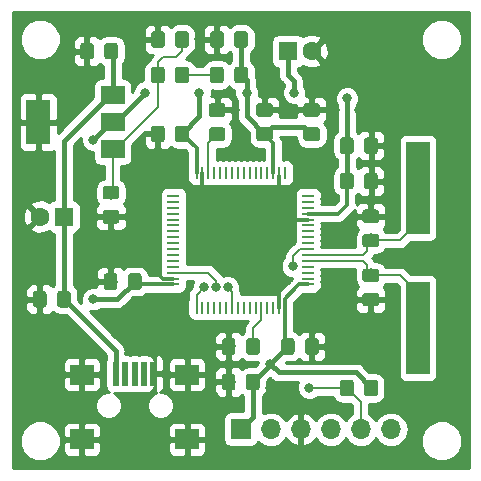
<source format=gbr>
G04 #@! TF.GenerationSoftware,KiCad,Pcbnew,(5.0.2)-1*
G04 #@! TF.CreationDate,2019-01-30T15:42:14+01:00*
G04 #@! TF.ProjectId,lab,6c61622e-6b69-4636-9164-5f7063625858,rev?*
G04 #@! TF.SameCoordinates,Original*
G04 #@! TF.FileFunction,Copper,L1,Top*
G04 #@! TF.FilePolarity,Positive*
%FSLAX46Y46*%
G04 Gerber Fmt 4.6, Leading zero omitted, Abs format (unit mm)*
G04 Created by KiCad (PCBNEW (5.0.2)-1) date 30/01/2019 15:42:14*
%MOMM*%
%LPD*%
G01*
G04 APERTURE LIST*
G04 #@! TA.AperFunction,SMDPad,CuDef*
%ADD10R,2.000000X7.875000*%
G04 #@! TD*
G04 #@! TA.AperFunction,ComponentPad*
%ADD11C,1.600000*%
G04 #@! TD*
G04 #@! TA.AperFunction,ComponentPad*
%ADD12R,1.600000X1.600000*%
G04 #@! TD*
G04 #@! TA.AperFunction,Conductor*
%ADD13C,0.100000*%
G04 #@! TD*
G04 #@! TA.AperFunction,SMDPad,CuDef*
%ADD14C,1.150000*%
G04 #@! TD*
G04 #@! TA.AperFunction,SMDPad,CuDef*
%ADD15R,0.500000X2.000000*%
G04 #@! TD*
G04 #@! TA.AperFunction,SMDPad,CuDef*
%ADD16R,2.000000X1.700000*%
G04 #@! TD*
G04 #@! TA.AperFunction,ComponentPad*
%ADD17R,1.700000X1.700000*%
G04 #@! TD*
G04 #@! TA.AperFunction,ComponentPad*
%ADD18O,1.700000X1.700000*%
G04 #@! TD*
G04 #@! TA.AperFunction,SMDPad,CuDef*
%ADD19R,1.000000X0.250000*%
G04 #@! TD*
G04 #@! TA.AperFunction,SMDPad,CuDef*
%ADD20R,0.250000X1.000000*%
G04 #@! TD*
G04 #@! TA.AperFunction,SMDPad,CuDef*
%ADD21R,2.000000X3.800000*%
G04 #@! TD*
G04 #@! TA.AperFunction,SMDPad,CuDef*
%ADD22R,2.000000X1.500000*%
G04 #@! TD*
G04 #@! TA.AperFunction,ViaPad*
%ADD23C,0.800000*%
G04 #@! TD*
G04 #@! TA.AperFunction,Conductor*
%ADD24C,0.300000*%
G04 #@! TD*
G04 #@! TA.AperFunction,Conductor*
%ADD25C,0.400000*%
G04 #@! TD*
G04 #@! TA.AperFunction,Conductor*
%ADD26C,0.200000*%
G04 #@! TD*
G04 #@! TA.AperFunction,Conductor*
%ADD27C,0.254000*%
G04 #@! TD*
G04 APERTURE END LIST*
D10*
G04 #@! TO.P,Y1,2*
G04 #@! TO.N,/XTAL+*
X55000000Y-47437500D03*
G04 #@! TO.P,Y1,1*
G04 #@! TO.N,/XTAL-*
X55000000Y-35562500D03*
G04 #@! TD*
D11*
G04 #@! TO.P,C1,2*
G04 #@! TO.N,GND*
X23000000Y-38000000D03*
D12*
G04 #@! TO.P,C1,1*
G04 #@! TO.N,+5V*
X25000000Y-38000000D03*
G04 #@! TD*
D13*
G04 #@! TO.N,GND*
G04 #@! TO.C,C2*
G36*
X39324505Y-51301204D02*
X39348773Y-51304804D01*
X39372572Y-51310765D01*
X39395671Y-51319030D01*
X39417850Y-51329520D01*
X39438893Y-51342132D01*
X39458599Y-51356747D01*
X39476777Y-51373223D01*
X39493253Y-51391401D01*
X39507868Y-51411107D01*
X39520480Y-51432150D01*
X39530970Y-51454329D01*
X39539235Y-51477428D01*
X39545196Y-51501227D01*
X39548796Y-51525495D01*
X39550000Y-51549999D01*
X39550000Y-52450001D01*
X39548796Y-52474505D01*
X39545196Y-52498773D01*
X39539235Y-52522572D01*
X39530970Y-52545671D01*
X39520480Y-52567850D01*
X39507868Y-52588893D01*
X39493253Y-52608599D01*
X39476777Y-52626777D01*
X39458599Y-52643253D01*
X39438893Y-52657868D01*
X39417850Y-52670480D01*
X39395671Y-52680970D01*
X39372572Y-52689235D01*
X39348773Y-52695196D01*
X39324505Y-52698796D01*
X39300001Y-52700000D01*
X38649999Y-52700000D01*
X38625495Y-52698796D01*
X38601227Y-52695196D01*
X38577428Y-52689235D01*
X38554329Y-52680970D01*
X38532150Y-52670480D01*
X38511107Y-52657868D01*
X38491401Y-52643253D01*
X38473223Y-52626777D01*
X38456747Y-52608599D01*
X38442132Y-52588893D01*
X38429520Y-52567850D01*
X38419030Y-52545671D01*
X38410765Y-52522572D01*
X38404804Y-52498773D01*
X38401204Y-52474505D01*
X38400000Y-52450001D01*
X38400000Y-51549999D01*
X38401204Y-51525495D01*
X38404804Y-51501227D01*
X38410765Y-51477428D01*
X38419030Y-51454329D01*
X38429520Y-51432150D01*
X38442132Y-51411107D01*
X38456747Y-51391401D01*
X38473223Y-51373223D01*
X38491401Y-51356747D01*
X38511107Y-51342132D01*
X38532150Y-51329520D01*
X38554329Y-51319030D01*
X38577428Y-51310765D01*
X38601227Y-51304804D01*
X38625495Y-51301204D01*
X38649999Y-51300000D01*
X39300001Y-51300000D01*
X39324505Y-51301204D01*
X39324505Y-51301204D01*
G37*
D14*
G04 #@! TD*
G04 #@! TO.P,C2,2*
G04 #@! TO.N,GND*
X38975000Y-52000000D03*
D13*
G04 #@! TO.N,+3V3*
G04 #@! TO.C,C2*
G36*
X41374505Y-51301204D02*
X41398773Y-51304804D01*
X41422572Y-51310765D01*
X41445671Y-51319030D01*
X41467850Y-51329520D01*
X41488893Y-51342132D01*
X41508599Y-51356747D01*
X41526777Y-51373223D01*
X41543253Y-51391401D01*
X41557868Y-51411107D01*
X41570480Y-51432150D01*
X41580970Y-51454329D01*
X41589235Y-51477428D01*
X41595196Y-51501227D01*
X41598796Y-51525495D01*
X41600000Y-51549999D01*
X41600000Y-52450001D01*
X41598796Y-52474505D01*
X41595196Y-52498773D01*
X41589235Y-52522572D01*
X41580970Y-52545671D01*
X41570480Y-52567850D01*
X41557868Y-52588893D01*
X41543253Y-52608599D01*
X41526777Y-52626777D01*
X41508599Y-52643253D01*
X41488893Y-52657868D01*
X41467850Y-52670480D01*
X41445671Y-52680970D01*
X41422572Y-52689235D01*
X41398773Y-52695196D01*
X41374505Y-52698796D01*
X41350001Y-52700000D01*
X40699999Y-52700000D01*
X40675495Y-52698796D01*
X40651227Y-52695196D01*
X40627428Y-52689235D01*
X40604329Y-52680970D01*
X40582150Y-52670480D01*
X40561107Y-52657868D01*
X40541401Y-52643253D01*
X40523223Y-52626777D01*
X40506747Y-52608599D01*
X40492132Y-52588893D01*
X40479520Y-52567850D01*
X40469030Y-52545671D01*
X40460765Y-52522572D01*
X40454804Y-52498773D01*
X40451204Y-52474505D01*
X40450000Y-52450001D01*
X40450000Y-51549999D01*
X40451204Y-51525495D01*
X40454804Y-51501227D01*
X40460765Y-51477428D01*
X40469030Y-51454329D01*
X40479520Y-51432150D01*
X40492132Y-51411107D01*
X40506747Y-51391401D01*
X40523223Y-51373223D01*
X40541401Y-51356747D01*
X40561107Y-51342132D01*
X40582150Y-51329520D01*
X40604329Y-51319030D01*
X40627428Y-51310765D01*
X40651227Y-51304804D01*
X40675495Y-51301204D01*
X40699999Y-51300000D01*
X41350001Y-51300000D01*
X41374505Y-51301204D01*
X41374505Y-51301204D01*
G37*
D14*
G04 #@! TD*
G04 #@! TO.P,C2,1*
G04 #@! TO.N,+3V3*
X41025000Y-52000000D03*
D13*
G04 #@! TO.N,+5V*
G04 #@! TO.C,C3*
G36*
X29374505Y-23301204D02*
X29398773Y-23304804D01*
X29422572Y-23310765D01*
X29445671Y-23319030D01*
X29467850Y-23329520D01*
X29488893Y-23342132D01*
X29508599Y-23356747D01*
X29526777Y-23373223D01*
X29543253Y-23391401D01*
X29557868Y-23411107D01*
X29570480Y-23432150D01*
X29580970Y-23454329D01*
X29589235Y-23477428D01*
X29595196Y-23501227D01*
X29598796Y-23525495D01*
X29600000Y-23549999D01*
X29600000Y-24450001D01*
X29598796Y-24474505D01*
X29595196Y-24498773D01*
X29589235Y-24522572D01*
X29580970Y-24545671D01*
X29570480Y-24567850D01*
X29557868Y-24588893D01*
X29543253Y-24608599D01*
X29526777Y-24626777D01*
X29508599Y-24643253D01*
X29488893Y-24657868D01*
X29467850Y-24670480D01*
X29445671Y-24680970D01*
X29422572Y-24689235D01*
X29398773Y-24695196D01*
X29374505Y-24698796D01*
X29350001Y-24700000D01*
X28699999Y-24700000D01*
X28675495Y-24698796D01*
X28651227Y-24695196D01*
X28627428Y-24689235D01*
X28604329Y-24680970D01*
X28582150Y-24670480D01*
X28561107Y-24657868D01*
X28541401Y-24643253D01*
X28523223Y-24626777D01*
X28506747Y-24608599D01*
X28492132Y-24588893D01*
X28479520Y-24567850D01*
X28469030Y-24545671D01*
X28460765Y-24522572D01*
X28454804Y-24498773D01*
X28451204Y-24474505D01*
X28450000Y-24450001D01*
X28450000Y-23549999D01*
X28451204Y-23525495D01*
X28454804Y-23501227D01*
X28460765Y-23477428D01*
X28469030Y-23454329D01*
X28479520Y-23432150D01*
X28492132Y-23411107D01*
X28506747Y-23391401D01*
X28523223Y-23373223D01*
X28541401Y-23356747D01*
X28561107Y-23342132D01*
X28582150Y-23329520D01*
X28604329Y-23319030D01*
X28627428Y-23310765D01*
X28651227Y-23304804D01*
X28675495Y-23301204D01*
X28699999Y-23300000D01*
X29350001Y-23300000D01*
X29374505Y-23301204D01*
X29374505Y-23301204D01*
G37*
D14*
G04 #@! TD*
G04 #@! TO.P,C3,1*
G04 #@! TO.N,+5V*
X29025000Y-24000000D03*
D13*
G04 #@! TO.N,GND*
G04 #@! TO.C,C3*
G36*
X27324505Y-23301204D02*
X27348773Y-23304804D01*
X27372572Y-23310765D01*
X27395671Y-23319030D01*
X27417850Y-23329520D01*
X27438893Y-23342132D01*
X27458599Y-23356747D01*
X27476777Y-23373223D01*
X27493253Y-23391401D01*
X27507868Y-23411107D01*
X27520480Y-23432150D01*
X27530970Y-23454329D01*
X27539235Y-23477428D01*
X27545196Y-23501227D01*
X27548796Y-23525495D01*
X27550000Y-23549999D01*
X27550000Y-24450001D01*
X27548796Y-24474505D01*
X27545196Y-24498773D01*
X27539235Y-24522572D01*
X27530970Y-24545671D01*
X27520480Y-24567850D01*
X27507868Y-24588893D01*
X27493253Y-24608599D01*
X27476777Y-24626777D01*
X27458599Y-24643253D01*
X27438893Y-24657868D01*
X27417850Y-24670480D01*
X27395671Y-24680970D01*
X27372572Y-24689235D01*
X27348773Y-24695196D01*
X27324505Y-24698796D01*
X27300001Y-24700000D01*
X26649999Y-24700000D01*
X26625495Y-24698796D01*
X26601227Y-24695196D01*
X26577428Y-24689235D01*
X26554329Y-24680970D01*
X26532150Y-24670480D01*
X26511107Y-24657868D01*
X26491401Y-24643253D01*
X26473223Y-24626777D01*
X26456747Y-24608599D01*
X26442132Y-24588893D01*
X26429520Y-24567850D01*
X26419030Y-24545671D01*
X26410765Y-24522572D01*
X26404804Y-24498773D01*
X26401204Y-24474505D01*
X26400000Y-24450001D01*
X26400000Y-23549999D01*
X26401204Y-23525495D01*
X26404804Y-23501227D01*
X26410765Y-23477428D01*
X26419030Y-23454329D01*
X26429520Y-23432150D01*
X26442132Y-23411107D01*
X26456747Y-23391401D01*
X26473223Y-23373223D01*
X26491401Y-23356747D01*
X26511107Y-23342132D01*
X26532150Y-23329520D01*
X26554329Y-23319030D01*
X26577428Y-23310765D01*
X26601227Y-23304804D01*
X26625495Y-23301204D01*
X26649999Y-23300000D01*
X27300001Y-23300000D01*
X27324505Y-23301204D01*
X27324505Y-23301204D01*
G37*
D14*
G04 #@! TD*
G04 #@! TO.P,C3,2*
G04 #@! TO.N,GND*
X26975000Y-24000000D03*
D13*
G04 #@! TO.N,GND*
G04 #@! TO.C,C4*
G36*
X29474505Y-37451204D02*
X29498773Y-37454804D01*
X29522572Y-37460765D01*
X29545671Y-37469030D01*
X29567850Y-37479520D01*
X29588893Y-37492132D01*
X29608599Y-37506747D01*
X29626777Y-37523223D01*
X29643253Y-37541401D01*
X29657868Y-37561107D01*
X29670480Y-37582150D01*
X29680970Y-37604329D01*
X29689235Y-37627428D01*
X29695196Y-37651227D01*
X29698796Y-37675495D01*
X29700000Y-37699999D01*
X29700000Y-38350001D01*
X29698796Y-38374505D01*
X29695196Y-38398773D01*
X29689235Y-38422572D01*
X29680970Y-38445671D01*
X29670480Y-38467850D01*
X29657868Y-38488893D01*
X29643253Y-38508599D01*
X29626777Y-38526777D01*
X29608599Y-38543253D01*
X29588893Y-38557868D01*
X29567850Y-38570480D01*
X29545671Y-38580970D01*
X29522572Y-38589235D01*
X29498773Y-38595196D01*
X29474505Y-38598796D01*
X29450001Y-38600000D01*
X28549999Y-38600000D01*
X28525495Y-38598796D01*
X28501227Y-38595196D01*
X28477428Y-38589235D01*
X28454329Y-38580970D01*
X28432150Y-38570480D01*
X28411107Y-38557868D01*
X28391401Y-38543253D01*
X28373223Y-38526777D01*
X28356747Y-38508599D01*
X28342132Y-38488893D01*
X28329520Y-38467850D01*
X28319030Y-38445671D01*
X28310765Y-38422572D01*
X28304804Y-38398773D01*
X28301204Y-38374505D01*
X28300000Y-38350001D01*
X28300000Y-37699999D01*
X28301204Y-37675495D01*
X28304804Y-37651227D01*
X28310765Y-37627428D01*
X28319030Y-37604329D01*
X28329520Y-37582150D01*
X28342132Y-37561107D01*
X28356747Y-37541401D01*
X28373223Y-37523223D01*
X28391401Y-37506747D01*
X28411107Y-37492132D01*
X28432150Y-37479520D01*
X28454329Y-37469030D01*
X28477428Y-37460765D01*
X28501227Y-37454804D01*
X28525495Y-37451204D01*
X28549999Y-37450000D01*
X29450001Y-37450000D01*
X29474505Y-37451204D01*
X29474505Y-37451204D01*
G37*
D14*
G04 #@! TD*
G04 #@! TO.P,C4,2*
G04 #@! TO.N,GND*
X29000000Y-38025000D03*
D13*
G04 #@! TO.N,Net-(C4-Pad1)*
G04 #@! TO.C,C4*
G36*
X29474505Y-35401204D02*
X29498773Y-35404804D01*
X29522572Y-35410765D01*
X29545671Y-35419030D01*
X29567850Y-35429520D01*
X29588893Y-35442132D01*
X29608599Y-35456747D01*
X29626777Y-35473223D01*
X29643253Y-35491401D01*
X29657868Y-35511107D01*
X29670480Y-35532150D01*
X29680970Y-35554329D01*
X29689235Y-35577428D01*
X29695196Y-35601227D01*
X29698796Y-35625495D01*
X29700000Y-35649999D01*
X29700000Y-36300001D01*
X29698796Y-36324505D01*
X29695196Y-36348773D01*
X29689235Y-36372572D01*
X29680970Y-36395671D01*
X29670480Y-36417850D01*
X29657868Y-36438893D01*
X29643253Y-36458599D01*
X29626777Y-36476777D01*
X29608599Y-36493253D01*
X29588893Y-36507868D01*
X29567850Y-36520480D01*
X29545671Y-36530970D01*
X29522572Y-36539235D01*
X29498773Y-36545196D01*
X29474505Y-36548796D01*
X29450001Y-36550000D01*
X28549999Y-36550000D01*
X28525495Y-36548796D01*
X28501227Y-36545196D01*
X28477428Y-36539235D01*
X28454329Y-36530970D01*
X28432150Y-36520480D01*
X28411107Y-36507868D01*
X28391401Y-36493253D01*
X28373223Y-36476777D01*
X28356747Y-36458599D01*
X28342132Y-36438893D01*
X28329520Y-36417850D01*
X28319030Y-36395671D01*
X28310765Y-36372572D01*
X28304804Y-36348773D01*
X28301204Y-36324505D01*
X28300000Y-36300001D01*
X28300000Y-35649999D01*
X28301204Y-35625495D01*
X28304804Y-35601227D01*
X28310765Y-35577428D01*
X28319030Y-35554329D01*
X28329520Y-35532150D01*
X28342132Y-35511107D01*
X28356747Y-35491401D01*
X28373223Y-35473223D01*
X28391401Y-35456747D01*
X28411107Y-35442132D01*
X28432150Y-35429520D01*
X28454329Y-35419030D01*
X28477428Y-35410765D01*
X28501227Y-35404804D01*
X28525495Y-35401204D01*
X28549999Y-35400000D01*
X29450001Y-35400000D01*
X29474505Y-35401204D01*
X29474505Y-35401204D01*
G37*
D14*
G04 #@! TD*
G04 #@! TO.P,C4,1*
G04 #@! TO.N,Net-(C4-Pad1)*
X29000000Y-35975000D03*
D12*
G04 #@! TO.P,C5,1*
G04 #@! TO.N,+3V3*
X44000000Y-24000000D03*
D11*
G04 #@! TO.P,C5,2*
G04 #@! TO.N,GND*
X46000000Y-24000000D03*
G04 #@! TD*
D13*
G04 #@! TO.N,GND*
G04 #@! TO.C,C6*
G36*
X38324505Y-22301204D02*
X38348773Y-22304804D01*
X38372572Y-22310765D01*
X38395671Y-22319030D01*
X38417850Y-22329520D01*
X38438893Y-22342132D01*
X38458599Y-22356747D01*
X38476777Y-22373223D01*
X38493253Y-22391401D01*
X38507868Y-22411107D01*
X38520480Y-22432150D01*
X38530970Y-22454329D01*
X38539235Y-22477428D01*
X38545196Y-22501227D01*
X38548796Y-22525495D01*
X38550000Y-22549999D01*
X38550000Y-23450001D01*
X38548796Y-23474505D01*
X38545196Y-23498773D01*
X38539235Y-23522572D01*
X38530970Y-23545671D01*
X38520480Y-23567850D01*
X38507868Y-23588893D01*
X38493253Y-23608599D01*
X38476777Y-23626777D01*
X38458599Y-23643253D01*
X38438893Y-23657868D01*
X38417850Y-23670480D01*
X38395671Y-23680970D01*
X38372572Y-23689235D01*
X38348773Y-23695196D01*
X38324505Y-23698796D01*
X38300001Y-23700000D01*
X37649999Y-23700000D01*
X37625495Y-23698796D01*
X37601227Y-23695196D01*
X37577428Y-23689235D01*
X37554329Y-23680970D01*
X37532150Y-23670480D01*
X37511107Y-23657868D01*
X37491401Y-23643253D01*
X37473223Y-23626777D01*
X37456747Y-23608599D01*
X37442132Y-23588893D01*
X37429520Y-23567850D01*
X37419030Y-23545671D01*
X37410765Y-23522572D01*
X37404804Y-23498773D01*
X37401204Y-23474505D01*
X37400000Y-23450001D01*
X37400000Y-22549999D01*
X37401204Y-22525495D01*
X37404804Y-22501227D01*
X37410765Y-22477428D01*
X37419030Y-22454329D01*
X37429520Y-22432150D01*
X37442132Y-22411107D01*
X37456747Y-22391401D01*
X37473223Y-22373223D01*
X37491401Y-22356747D01*
X37511107Y-22342132D01*
X37532150Y-22329520D01*
X37554329Y-22319030D01*
X37577428Y-22310765D01*
X37601227Y-22304804D01*
X37625495Y-22301204D01*
X37649999Y-22300000D01*
X38300001Y-22300000D01*
X38324505Y-22301204D01*
X38324505Y-22301204D01*
G37*
D14*
G04 #@! TD*
G04 #@! TO.P,C6,2*
G04 #@! TO.N,GND*
X37975000Y-23000000D03*
D13*
G04 #@! TO.N,+3V3*
G04 #@! TO.C,C6*
G36*
X40374505Y-22301204D02*
X40398773Y-22304804D01*
X40422572Y-22310765D01*
X40445671Y-22319030D01*
X40467850Y-22329520D01*
X40488893Y-22342132D01*
X40508599Y-22356747D01*
X40526777Y-22373223D01*
X40543253Y-22391401D01*
X40557868Y-22411107D01*
X40570480Y-22432150D01*
X40580970Y-22454329D01*
X40589235Y-22477428D01*
X40595196Y-22501227D01*
X40598796Y-22525495D01*
X40600000Y-22549999D01*
X40600000Y-23450001D01*
X40598796Y-23474505D01*
X40595196Y-23498773D01*
X40589235Y-23522572D01*
X40580970Y-23545671D01*
X40570480Y-23567850D01*
X40557868Y-23588893D01*
X40543253Y-23608599D01*
X40526777Y-23626777D01*
X40508599Y-23643253D01*
X40488893Y-23657868D01*
X40467850Y-23670480D01*
X40445671Y-23680970D01*
X40422572Y-23689235D01*
X40398773Y-23695196D01*
X40374505Y-23698796D01*
X40350001Y-23700000D01*
X39699999Y-23700000D01*
X39675495Y-23698796D01*
X39651227Y-23695196D01*
X39627428Y-23689235D01*
X39604329Y-23680970D01*
X39582150Y-23670480D01*
X39561107Y-23657868D01*
X39541401Y-23643253D01*
X39523223Y-23626777D01*
X39506747Y-23608599D01*
X39492132Y-23588893D01*
X39479520Y-23567850D01*
X39469030Y-23545671D01*
X39460765Y-23522572D01*
X39454804Y-23498773D01*
X39451204Y-23474505D01*
X39450000Y-23450001D01*
X39450000Y-22549999D01*
X39451204Y-22525495D01*
X39454804Y-22501227D01*
X39460765Y-22477428D01*
X39469030Y-22454329D01*
X39479520Y-22432150D01*
X39492132Y-22411107D01*
X39506747Y-22391401D01*
X39523223Y-22373223D01*
X39541401Y-22356747D01*
X39561107Y-22342132D01*
X39582150Y-22329520D01*
X39604329Y-22319030D01*
X39627428Y-22310765D01*
X39651227Y-22304804D01*
X39675495Y-22301204D01*
X39699999Y-22300000D01*
X40350001Y-22300000D01*
X40374505Y-22301204D01*
X40374505Y-22301204D01*
G37*
D14*
G04 #@! TD*
G04 #@! TO.P,C6,1*
G04 #@! TO.N,+3V3*
X40025000Y-23000000D03*
D13*
G04 #@! TO.N,/XTAL+*
G04 #@! TO.C,C7*
G36*
X51474505Y-42401204D02*
X51498773Y-42404804D01*
X51522572Y-42410765D01*
X51545671Y-42419030D01*
X51567850Y-42429520D01*
X51588893Y-42442132D01*
X51608599Y-42456747D01*
X51626777Y-42473223D01*
X51643253Y-42491401D01*
X51657868Y-42511107D01*
X51670480Y-42532150D01*
X51680970Y-42554329D01*
X51689235Y-42577428D01*
X51695196Y-42601227D01*
X51698796Y-42625495D01*
X51700000Y-42649999D01*
X51700000Y-43300001D01*
X51698796Y-43324505D01*
X51695196Y-43348773D01*
X51689235Y-43372572D01*
X51680970Y-43395671D01*
X51670480Y-43417850D01*
X51657868Y-43438893D01*
X51643253Y-43458599D01*
X51626777Y-43476777D01*
X51608599Y-43493253D01*
X51588893Y-43507868D01*
X51567850Y-43520480D01*
X51545671Y-43530970D01*
X51522572Y-43539235D01*
X51498773Y-43545196D01*
X51474505Y-43548796D01*
X51450001Y-43550000D01*
X50549999Y-43550000D01*
X50525495Y-43548796D01*
X50501227Y-43545196D01*
X50477428Y-43539235D01*
X50454329Y-43530970D01*
X50432150Y-43520480D01*
X50411107Y-43507868D01*
X50391401Y-43493253D01*
X50373223Y-43476777D01*
X50356747Y-43458599D01*
X50342132Y-43438893D01*
X50329520Y-43417850D01*
X50319030Y-43395671D01*
X50310765Y-43372572D01*
X50304804Y-43348773D01*
X50301204Y-43324505D01*
X50300000Y-43300001D01*
X50300000Y-42649999D01*
X50301204Y-42625495D01*
X50304804Y-42601227D01*
X50310765Y-42577428D01*
X50319030Y-42554329D01*
X50329520Y-42532150D01*
X50342132Y-42511107D01*
X50356747Y-42491401D01*
X50373223Y-42473223D01*
X50391401Y-42456747D01*
X50411107Y-42442132D01*
X50432150Y-42429520D01*
X50454329Y-42419030D01*
X50477428Y-42410765D01*
X50501227Y-42404804D01*
X50525495Y-42401204D01*
X50549999Y-42400000D01*
X51450001Y-42400000D01*
X51474505Y-42401204D01*
X51474505Y-42401204D01*
G37*
D14*
G04 #@! TD*
G04 #@! TO.P,C7,1*
G04 #@! TO.N,/XTAL+*
X51000000Y-42975000D03*
D13*
G04 #@! TO.N,GND*
G04 #@! TO.C,C7*
G36*
X51474505Y-44451204D02*
X51498773Y-44454804D01*
X51522572Y-44460765D01*
X51545671Y-44469030D01*
X51567850Y-44479520D01*
X51588893Y-44492132D01*
X51608599Y-44506747D01*
X51626777Y-44523223D01*
X51643253Y-44541401D01*
X51657868Y-44561107D01*
X51670480Y-44582150D01*
X51680970Y-44604329D01*
X51689235Y-44627428D01*
X51695196Y-44651227D01*
X51698796Y-44675495D01*
X51700000Y-44699999D01*
X51700000Y-45350001D01*
X51698796Y-45374505D01*
X51695196Y-45398773D01*
X51689235Y-45422572D01*
X51680970Y-45445671D01*
X51670480Y-45467850D01*
X51657868Y-45488893D01*
X51643253Y-45508599D01*
X51626777Y-45526777D01*
X51608599Y-45543253D01*
X51588893Y-45557868D01*
X51567850Y-45570480D01*
X51545671Y-45580970D01*
X51522572Y-45589235D01*
X51498773Y-45595196D01*
X51474505Y-45598796D01*
X51450001Y-45600000D01*
X50549999Y-45600000D01*
X50525495Y-45598796D01*
X50501227Y-45595196D01*
X50477428Y-45589235D01*
X50454329Y-45580970D01*
X50432150Y-45570480D01*
X50411107Y-45557868D01*
X50391401Y-45543253D01*
X50373223Y-45526777D01*
X50356747Y-45508599D01*
X50342132Y-45488893D01*
X50329520Y-45467850D01*
X50319030Y-45445671D01*
X50310765Y-45422572D01*
X50304804Y-45398773D01*
X50301204Y-45374505D01*
X50300000Y-45350001D01*
X50300000Y-44699999D01*
X50301204Y-44675495D01*
X50304804Y-44651227D01*
X50310765Y-44627428D01*
X50319030Y-44604329D01*
X50329520Y-44582150D01*
X50342132Y-44561107D01*
X50356747Y-44541401D01*
X50373223Y-44523223D01*
X50391401Y-44506747D01*
X50411107Y-44492132D01*
X50432150Y-44479520D01*
X50454329Y-44469030D01*
X50477428Y-44460765D01*
X50501227Y-44454804D01*
X50525495Y-44451204D01*
X50549999Y-44450000D01*
X51450001Y-44450000D01*
X51474505Y-44451204D01*
X51474505Y-44451204D01*
G37*
D14*
G04 #@! TD*
G04 #@! TO.P,C7,2*
G04 #@! TO.N,GND*
X51000000Y-45025000D03*
D13*
G04 #@! TO.N,/XTAL-*
G04 #@! TO.C,C8*
G36*
X51474505Y-39451204D02*
X51498773Y-39454804D01*
X51522572Y-39460765D01*
X51545671Y-39469030D01*
X51567850Y-39479520D01*
X51588893Y-39492132D01*
X51608599Y-39506747D01*
X51626777Y-39523223D01*
X51643253Y-39541401D01*
X51657868Y-39561107D01*
X51670480Y-39582150D01*
X51680970Y-39604329D01*
X51689235Y-39627428D01*
X51695196Y-39651227D01*
X51698796Y-39675495D01*
X51700000Y-39699999D01*
X51700000Y-40350001D01*
X51698796Y-40374505D01*
X51695196Y-40398773D01*
X51689235Y-40422572D01*
X51680970Y-40445671D01*
X51670480Y-40467850D01*
X51657868Y-40488893D01*
X51643253Y-40508599D01*
X51626777Y-40526777D01*
X51608599Y-40543253D01*
X51588893Y-40557868D01*
X51567850Y-40570480D01*
X51545671Y-40580970D01*
X51522572Y-40589235D01*
X51498773Y-40595196D01*
X51474505Y-40598796D01*
X51450001Y-40600000D01*
X50549999Y-40600000D01*
X50525495Y-40598796D01*
X50501227Y-40595196D01*
X50477428Y-40589235D01*
X50454329Y-40580970D01*
X50432150Y-40570480D01*
X50411107Y-40557868D01*
X50391401Y-40543253D01*
X50373223Y-40526777D01*
X50356747Y-40508599D01*
X50342132Y-40488893D01*
X50329520Y-40467850D01*
X50319030Y-40445671D01*
X50310765Y-40422572D01*
X50304804Y-40398773D01*
X50301204Y-40374505D01*
X50300000Y-40350001D01*
X50300000Y-39699999D01*
X50301204Y-39675495D01*
X50304804Y-39651227D01*
X50310765Y-39627428D01*
X50319030Y-39604329D01*
X50329520Y-39582150D01*
X50342132Y-39561107D01*
X50356747Y-39541401D01*
X50373223Y-39523223D01*
X50391401Y-39506747D01*
X50411107Y-39492132D01*
X50432150Y-39479520D01*
X50454329Y-39469030D01*
X50477428Y-39460765D01*
X50501227Y-39454804D01*
X50525495Y-39451204D01*
X50549999Y-39450000D01*
X51450001Y-39450000D01*
X51474505Y-39451204D01*
X51474505Y-39451204D01*
G37*
D14*
G04 #@! TD*
G04 #@! TO.P,C8,1*
G04 #@! TO.N,/XTAL-*
X51000000Y-40025000D03*
D13*
G04 #@! TO.N,GND*
G04 #@! TO.C,C8*
G36*
X51474505Y-37401204D02*
X51498773Y-37404804D01*
X51522572Y-37410765D01*
X51545671Y-37419030D01*
X51567850Y-37429520D01*
X51588893Y-37442132D01*
X51608599Y-37456747D01*
X51626777Y-37473223D01*
X51643253Y-37491401D01*
X51657868Y-37511107D01*
X51670480Y-37532150D01*
X51680970Y-37554329D01*
X51689235Y-37577428D01*
X51695196Y-37601227D01*
X51698796Y-37625495D01*
X51700000Y-37649999D01*
X51700000Y-38300001D01*
X51698796Y-38324505D01*
X51695196Y-38348773D01*
X51689235Y-38372572D01*
X51680970Y-38395671D01*
X51670480Y-38417850D01*
X51657868Y-38438893D01*
X51643253Y-38458599D01*
X51626777Y-38476777D01*
X51608599Y-38493253D01*
X51588893Y-38507868D01*
X51567850Y-38520480D01*
X51545671Y-38530970D01*
X51522572Y-38539235D01*
X51498773Y-38545196D01*
X51474505Y-38548796D01*
X51450001Y-38550000D01*
X50549999Y-38550000D01*
X50525495Y-38548796D01*
X50501227Y-38545196D01*
X50477428Y-38539235D01*
X50454329Y-38530970D01*
X50432150Y-38520480D01*
X50411107Y-38507868D01*
X50391401Y-38493253D01*
X50373223Y-38476777D01*
X50356747Y-38458599D01*
X50342132Y-38438893D01*
X50329520Y-38417850D01*
X50319030Y-38395671D01*
X50310765Y-38372572D01*
X50304804Y-38348773D01*
X50301204Y-38324505D01*
X50300000Y-38300001D01*
X50300000Y-37649999D01*
X50301204Y-37625495D01*
X50304804Y-37601227D01*
X50310765Y-37577428D01*
X50319030Y-37554329D01*
X50329520Y-37532150D01*
X50342132Y-37511107D01*
X50356747Y-37491401D01*
X50373223Y-37473223D01*
X50391401Y-37456747D01*
X50411107Y-37442132D01*
X50432150Y-37429520D01*
X50454329Y-37419030D01*
X50477428Y-37410765D01*
X50501227Y-37404804D01*
X50525495Y-37401204D01*
X50549999Y-37400000D01*
X51450001Y-37400000D01*
X51474505Y-37401204D01*
X51474505Y-37401204D01*
G37*
D14*
G04 #@! TD*
G04 #@! TO.P,C8,2*
G04 #@! TO.N,GND*
X51000000Y-37975000D03*
D13*
G04 #@! TO.N,GND*
G04 #@! TO.C,C9*
G36*
X46474505Y-28401204D02*
X46498773Y-28404804D01*
X46522572Y-28410765D01*
X46545671Y-28419030D01*
X46567850Y-28429520D01*
X46588893Y-28442132D01*
X46608599Y-28456747D01*
X46626777Y-28473223D01*
X46643253Y-28491401D01*
X46657868Y-28511107D01*
X46670480Y-28532150D01*
X46680970Y-28554329D01*
X46689235Y-28577428D01*
X46695196Y-28601227D01*
X46698796Y-28625495D01*
X46700000Y-28649999D01*
X46700000Y-29300001D01*
X46698796Y-29324505D01*
X46695196Y-29348773D01*
X46689235Y-29372572D01*
X46680970Y-29395671D01*
X46670480Y-29417850D01*
X46657868Y-29438893D01*
X46643253Y-29458599D01*
X46626777Y-29476777D01*
X46608599Y-29493253D01*
X46588893Y-29507868D01*
X46567850Y-29520480D01*
X46545671Y-29530970D01*
X46522572Y-29539235D01*
X46498773Y-29545196D01*
X46474505Y-29548796D01*
X46450001Y-29550000D01*
X45549999Y-29550000D01*
X45525495Y-29548796D01*
X45501227Y-29545196D01*
X45477428Y-29539235D01*
X45454329Y-29530970D01*
X45432150Y-29520480D01*
X45411107Y-29507868D01*
X45391401Y-29493253D01*
X45373223Y-29476777D01*
X45356747Y-29458599D01*
X45342132Y-29438893D01*
X45329520Y-29417850D01*
X45319030Y-29395671D01*
X45310765Y-29372572D01*
X45304804Y-29348773D01*
X45301204Y-29324505D01*
X45300000Y-29300001D01*
X45300000Y-28649999D01*
X45301204Y-28625495D01*
X45304804Y-28601227D01*
X45310765Y-28577428D01*
X45319030Y-28554329D01*
X45329520Y-28532150D01*
X45342132Y-28511107D01*
X45356747Y-28491401D01*
X45373223Y-28473223D01*
X45391401Y-28456747D01*
X45411107Y-28442132D01*
X45432150Y-28429520D01*
X45454329Y-28419030D01*
X45477428Y-28410765D01*
X45501227Y-28404804D01*
X45525495Y-28401204D01*
X45549999Y-28400000D01*
X46450001Y-28400000D01*
X46474505Y-28401204D01*
X46474505Y-28401204D01*
G37*
D14*
G04 #@! TD*
G04 #@! TO.P,C9,2*
G04 #@! TO.N,GND*
X46000000Y-28975000D03*
D13*
G04 #@! TO.N,+3V3*
G04 #@! TO.C,C9*
G36*
X46474505Y-30451204D02*
X46498773Y-30454804D01*
X46522572Y-30460765D01*
X46545671Y-30469030D01*
X46567850Y-30479520D01*
X46588893Y-30492132D01*
X46608599Y-30506747D01*
X46626777Y-30523223D01*
X46643253Y-30541401D01*
X46657868Y-30561107D01*
X46670480Y-30582150D01*
X46680970Y-30604329D01*
X46689235Y-30627428D01*
X46695196Y-30651227D01*
X46698796Y-30675495D01*
X46700000Y-30699999D01*
X46700000Y-31350001D01*
X46698796Y-31374505D01*
X46695196Y-31398773D01*
X46689235Y-31422572D01*
X46680970Y-31445671D01*
X46670480Y-31467850D01*
X46657868Y-31488893D01*
X46643253Y-31508599D01*
X46626777Y-31526777D01*
X46608599Y-31543253D01*
X46588893Y-31557868D01*
X46567850Y-31570480D01*
X46545671Y-31580970D01*
X46522572Y-31589235D01*
X46498773Y-31595196D01*
X46474505Y-31598796D01*
X46450001Y-31600000D01*
X45549999Y-31600000D01*
X45525495Y-31598796D01*
X45501227Y-31595196D01*
X45477428Y-31589235D01*
X45454329Y-31580970D01*
X45432150Y-31570480D01*
X45411107Y-31557868D01*
X45391401Y-31543253D01*
X45373223Y-31526777D01*
X45356747Y-31508599D01*
X45342132Y-31488893D01*
X45329520Y-31467850D01*
X45319030Y-31445671D01*
X45310765Y-31422572D01*
X45304804Y-31398773D01*
X45301204Y-31374505D01*
X45300000Y-31350001D01*
X45300000Y-30699999D01*
X45301204Y-30675495D01*
X45304804Y-30651227D01*
X45310765Y-30627428D01*
X45319030Y-30604329D01*
X45329520Y-30582150D01*
X45342132Y-30561107D01*
X45356747Y-30541401D01*
X45373223Y-30523223D01*
X45391401Y-30506747D01*
X45411107Y-30492132D01*
X45432150Y-30479520D01*
X45454329Y-30469030D01*
X45477428Y-30460765D01*
X45501227Y-30454804D01*
X45525495Y-30451204D01*
X45549999Y-30450000D01*
X46450001Y-30450000D01*
X46474505Y-30451204D01*
X46474505Y-30451204D01*
G37*
D14*
G04 #@! TD*
G04 #@! TO.P,C9,1*
G04 #@! TO.N,+3V3*
X46000000Y-31025000D03*
D13*
G04 #@! TO.N,Net-(C10-Pad1)*
G04 #@! TO.C,C10*
G36*
X38474505Y-30451204D02*
X38498773Y-30454804D01*
X38522572Y-30460765D01*
X38545671Y-30469030D01*
X38567850Y-30479520D01*
X38588893Y-30492132D01*
X38608599Y-30506747D01*
X38626777Y-30523223D01*
X38643253Y-30541401D01*
X38657868Y-30561107D01*
X38670480Y-30582150D01*
X38680970Y-30604329D01*
X38689235Y-30627428D01*
X38695196Y-30651227D01*
X38698796Y-30675495D01*
X38700000Y-30699999D01*
X38700000Y-31350001D01*
X38698796Y-31374505D01*
X38695196Y-31398773D01*
X38689235Y-31422572D01*
X38680970Y-31445671D01*
X38670480Y-31467850D01*
X38657868Y-31488893D01*
X38643253Y-31508599D01*
X38626777Y-31526777D01*
X38608599Y-31543253D01*
X38588893Y-31557868D01*
X38567850Y-31570480D01*
X38545671Y-31580970D01*
X38522572Y-31589235D01*
X38498773Y-31595196D01*
X38474505Y-31598796D01*
X38450001Y-31600000D01*
X37549999Y-31600000D01*
X37525495Y-31598796D01*
X37501227Y-31595196D01*
X37477428Y-31589235D01*
X37454329Y-31580970D01*
X37432150Y-31570480D01*
X37411107Y-31557868D01*
X37391401Y-31543253D01*
X37373223Y-31526777D01*
X37356747Y-31508599D01*
X37342132Y-31488893D01*
X37329520Y-31467850D01*
X37319030Y-31445671D01*
X37310765Y-31422572D01*
X37304804Y-31398773D01*
X37301204Y-31374505D01*
X37300000Y-31350001D01*
X37300000Y-30699999D01*
X37301204Y-30675495D01*
X37304804Y-30651227D01*
X37310765Y-30627428D01*
X37319030Y-30604329D01*
X37329520Y-30582150D01*
X37342132Y-30561107D01*
X37356747Y-30541401D01*
X37373223Y-30523223D01*
X37391401Y-30506747D01*
X37411107Y-30492132D01*
X37432150Y-30479520D01*
X37454329Y-30469030D01*
X37477428Y-30460765D01*
X37501227Y-30454804D01*
X37525495Y-30451204D01*
X37549999Y-30450000D01*
X38450001Y-30450000D01*
X38474505Y-30451204D01*
X38474505Y-30451204D01*
G37*
D14*
G04 #@! TD*
G04 #@! TO.P,C10,1*
G04 #@! TO.N,Net-(C10-Pad1)*
X38000000Y-31025000D03*
D13*
G04 #@! TO.N,GND*
G04 #@! TO.C,C10*
G36*
X38474505Y-28401204D02*
X38498773Y-28404804D01*
X38522572Y-28410765D01*
X38545671Y-28419030D01*
X38567850Y-28429520D01*
X38588893Y-28442132D01*
X38608599Y-28456747D01*
X38626777Y-28473223D01*
X38643253Y-28491401D01*
X38657868Y-28511107D01*
X38670480Y-28532150D01*
X38680970Y-28554329D01*
X38689235Y-28577428D01*
X38695196Y-28601227D01*
X38698796Y-28625495D01*
X38700000Y-28649999D01*
X38700000Y-29300001D01*
X38698796Y-29324505D01*
X38695196Y-29348773D01*
X38689235Y-29372572D01*
X38680970Y-29395671D01*
X38670480Y-29417850D01*
X38657868Y-29438893D01*
X38643253Y-29458599D01*
X38626777Y-29476777D01*
X38608599Y-29493253D01*
X38588893Y-29507868D01*
X38567850Y-29520480D01*
X38545671Y-29530970D01*
X38522572Y-29539235D01*
X38498773Y-29545196D01*
X38474505Y-29548796D01*
X38450001Y-29550000D01*
X37549999Y-29550000D01*
X37525495Y-29548796D01*
X37501227Y-29545196D01*
X37477428Y-29539235D01*
X37454329Y-29530970D01*
X37432150Y-29520480D01*
X37411107Y-29507868D01*
X37391401Y-29493253D01*
X37373223Y-29476777D01*
X37356747Y-29458599D01*
X37342132Y-29438893D01*
X37329520Y-29417850D01*
X37319030Y-29395671D01*
X37310765Y-29372572D01*
X37304804Y-29348773D01*
X37301204Y-29324505D01*
X37300000Y-29300001D01*
X37300000Y-28649999D01*
X37301204Y-28625495D01*
X37304804Y-28601227D01*
X37310765Y-28577428D01*
X37319030Y-28554329D01*
X37329520Y-28532150D01*
X37342132Y-28511107D01*
X37356747Y-28491401D01*
X37373223Y-28473223D01*
X37391401Y-28456747D01*
X37411107Y-28442132D01*
X37432150Y-28429520D01*
X37454329Y-28419030D01*
X37477428Y-28410765D01*
X37501227Y-28404804D01*
X37525495Y-28401204D01*
X37549999Y-28400000D01*
X38450001Y-28400000D01*
X38474505Y-28401204D01*
X38474505Y-28401204D01*
G37*
D14*
G04 #@! TD*
G04 #@! TO.P,C10,2*
G04 #@! TO.N,GND*
X38000000Y-28975000D03*
D13*
G04 #@! TO.N,+3V3*
G04 #@! TO.C,C11*
G36*
X42474505Y-30451204D02*
X42498773Y-30454804D01*
X42522572Y-30460765D01*
X42545671Y-30469030D01*
X42567850Y-30479520D01*
X42588893Y-30492132D01*
X42608599Y-30506747D01*
X42626777Y-30523223D01*
X42643253Y-30541401D01*
X42657868Y-30561107D01*
X42670480Y-30582150D01*
X42680970Y-30604329D01*
X42689235Y-30627428D01*
X42695196Y-30651227D01*
X42698796Y-30675495D01*
X42700000Y-30699999D01*
X42700000Y-31350001D01*
X42698796Y-31374505D01*
X42695196Y-31398773D01*
X42689235Y-31422572D01*
X42680970Y-31445671D01*
X42670480Y-31467850D01*
X42657868Y-31488893D01*
X42643253Y-31508599D01*
X42626777Y-31526777D01*
X42608599Y-31543253D01*
X42588893Y-31557868D01*
X42567850Y-31570480D01*
X42545671Y-31580970D01*
X42522572Y-31589235D01*
X42498773Y-31595196D01*
X42474505Y-31598796D01*
X42450001Y-31600000D01*
X41549999Y-31600000D01*
X41525495Y-31598796D01*
X41501227Y-31595196D01*
X41477428Y-31589235D01*
X41454329Y-31580970D01*
X41432150Y-31570480D01*
X41411107Y-31557868D01*
X41391401Y-31543253D01*
X41373223Y-31526777D01*
X41356747Y-31508599D01*
X41342132Y-31488893D01*
X41329520Y-31467850D01*
X41319030Y-31445671D01*
X41310765Y-31422572D01*
X41304804Y-31398773D01*
X41301204Y-31374505D01*
X41300000Y-31350001D01*
X41300000Y-30699999D01*
X41301204Y-30675495D01*
X41304804Y-30651227D01*
X41310765Y-30627428D01*
X41319030Y-30604329D01*
X41329520Y-30582150D01*
X41342132Y-30561107D01*
X41356747Y-30541401D01*
X41373223Y-30523223D01*
X41391401Y-30506747D01*
X41411107Y-30492132D01*
X41432150Y-30479520D01*
X41454329Y-30469030D01*
X41477428Y-30460765D01*
X41501227Y-30454804D01*
X41525495Y-30451204D01*
X41549999Y-30450000D01*
X42450001Y-30450000D01*
X42474505Y-30451204D01*
X42474505Y-30451204D01*
G37*
D14*
G04 #@! TD*
G04 #@! TO.P,C11,1*
G04 #@! TO.N,+3V3*
X42000000Y-31025000D03*
D13*
G04 #@! TO.N,GND*
G04 #@! TO.C,C11*
G36*
X42474505Y-28401204D02*
X42498773Y-28404804D01*
X42522572Y-28410765D01*
X42545671Y-28419030D01*
X42567850Y-28429520D01*
X42588893Y-28442132D01*
X42608599Y-28456747D01*
X42626777Y-28473223D01*
X42643253Y-28491401D01*
X42657868Y-28511107D01*
X42670480Y-28532150D01*
X42680970Y-28554329D01*
X42689235Y-28577428D01*
X42695196Y-28601227D01*
X42698796Y-28625495D01*
X42700000Y-28649999D01*
X42700000Y-29300001D01*
X42698796Y-29324505D01*
X42695196Y-29348773D01*
X42689235Y-29372572D01*
X42680970Y-29395671D01*
X42670480Y-29417850D01*
X42657868Y-29438893D01*
X42643253Y-29458599D01*
X42626777Y-29476777D01*
X42608599Y-29493253D01*
X42588893Y-29507868D01*
X42567850Y-29520480D01*
X42545671Y-29530970D01*
X42522572Y-29539235D01*
X42498773Y-29545196D01*
X42474505Y-29548796D01*
X42450001Y-29550000D01*
X41549999Y-29550000D01*
X41525495Y-29548796D01*
X41501227Y-29545196D01*
X41477428Y-29539235D01*
X41454329Y-29530970D01*
X41432150Y-29520480D01*
X41411107Y-29507868D01*
X41391401Y-29493253D01*
X41373223Y-29476777D01*
X41356747Y-29458599D01*
X41342132Y-29438893D01*
X41329520Y-29417850D01*
X41319030Y-29395671D01*
X41310765Y-29372572D01*
X41304804Y-29348773D01*
X41301204Y-29324505D01*
X41300000Y-29300001D01*
X41300000Y-28649999D01*
X41301204Y-28625495D01*
X41304804Y-28601227D01*
X41310765Y-28577428D01*
X41319030Y-28554329D01*
X41329520Y-28532150D01*
X41342132Y-28511107D01*
X41356747Y-28491401D01*
X41373223Y-28473223D01*
X41391401Y-28456747D01*
X41411107Y-28442132D01*
X41432150Y-28429520D01*
X41454329Y-28419030D01*
X41477428Y-28410765D01*
X41501227Y-28404804D01*
X41525495Y-28401204D01*
X41549999Y-28400000D01*
X42450001Y-28400000D01*
X42474505Y-28401204D01*
X42474505Y-28401204D01*
G37*
D14*
G04 #@! TD*
G04 #@! TO.P,C11,2*
G04 #@! TO.N,GND*
X42000000Y-28975000D03*
D13*
G04 #@! TO.N,+3V3*
G04 #@! TO.C,C12*
G36*
X35374505Y-30301204D02*
X35398773Y-30304804D01*
X35422572Y-30310765D01*
X35445671Y-30319030D01*
X35467850Y-30329520D01*
X35488893Y-30342132D01*
X35508599Y-30356747D01*
X35526777Y-30373223D01*
X35543253Y-30391401D01*
X35557868Y-30411107D01*
X35570480Y-30432150D01*
X35580970Y-30454329D01*
X35589235Y-30477428D01*
X35595196Y-30501227D01*
X35598796Y-30525495D01*
X35600000Y-30549999D01*
X35600000Y-31450001D01*
X35598796Y-31474505D01*
X35595196Y-31498773D01*
X35589235Y-31522572D01*
X35580970Y-31545671D01*
X35570480Y-31567850D01*
X35557868Y-31588893D01*
X35543253Y-31608599D01*
X35526777Y-31626777D01*
X35508599Y-31643253D01*
X35488893Y-31657868D01*
X35467850Y-31670480D01*
X35445671Y-31680970D01*
X35422572Y-31689235D01*
X35398773Y-31695196D01*
X35374505Y-31698796D01*
X35350001Y-31700000D01*
X34699999Y-31700000D01*
X34675495Y-31698796D01*
X34651227Y-31695196D01*
X34627428Y-31689235D01*
X34604329Y-31680970D01*
X34582150Y-31670480D01*
X34561107Y-31657868D01*
X34541401Y-31643253D01*
X34523223Y-31626777D01*
X34506747Y-31608599D01*
X34492132Y-31588893D01*
X34479520Y-31567850D01*
X34469030Y-31545671D01*
X34460765Y-31522572D01*
X34454804Y-31498773D01*
X34451204Y-31474505D01*
X34450000Y-31450001D01*
X34450000Y-30549999D01*
X34451204Y-30525495D01*
X34454804Y-30501227D01*
X34460765Y-30477428D01*
X34469030Y-30454329D01*
X34479520Y-30432150D01*
X34492132Y-30411107D01*
X34506747Y-30391401D01*
X34523223Y-30373223D01*
X34541401Y-30356747D01*
X34561107Y-30342132D01*
X34582150Y-30329520D01*
X34604329Y-30319030D01*
X34627428Y-30310765D01*
X34651227Y-30304804D01*
X34675495Y-30301204D01*
X34699999Y-30300000D01*
X35350001Y-30300000D01*
X35374505Y-30301204D01*
X35374505Y-30301204D01*
G37*
D14*
G04 #@! TD*
G04 #@! TO.P,C12,1*
G04 #@! TO.N,+3V3*
X35025000Y-31000000D03*
D13*
G04 #@! TO.N,GND*
G04 #@! TO.C,C12*
G36*
X33324505Y-30301204D02*
X33348773Y-30304804D01*
X33372572Y-30310765D01*
X33395671Y-30319030D01*
X33417850Y-30329520D01*
X33438893Y-30342132D01*
X33458599Y-30356747D01*
X33476777Y-30373223D01*
X33493253Y-30391401D01*
X33507868Y-30411107D01*
X33520480Y-30432150D01*
X33530970Y-30454329D01*
X33539235Y-30477428D01*
X33545196Y-30501227D01*
X33548796Y-30525495D01*
X33550000Y-30549999D01*
X33550000Y-31450001D01*
X33548796Y-31474505D01*
X33545196Y-31498773D01*
X33539235Y-31522572D01*
X33530970Y-31545671D01*
X33520480Y-31567850D01*
X33507868Y-31588893D01*
X33493253Y-31608599D01*
X33476777Y-31626777D01*
X33458599Y-31643253D01*
X33438893Y-31657868D01*
X33417850Y-31670480D01*
X33395671Y-31680970D01*
X33372572Y-31689235D01*
X33348773Y-31695196D01*
X33324505Y-31698796D01*
X33300001Y-31700000D01*
X32649999Y-31700000D01*
X32625495Y-31698796D01*
X32601227Y-31695196D01*
X32577428Y-31689235D01*
X32554329Y-31680970D01*
X32532150Y-31670480D01*
X32511107Y-31657868D01*
X32491401Y-31643253D01*
X32473223Y-31626777D01*
X32456747Y-31608599D01*
X32442132Y-31588893D01*
X32429520Y-31567850D01*
X32419030Y-31545671D01*
X32410765Y-31522572D01*
X32404804Y-31498773D01*
X32401204Y-31474505D01*
X32400000Y-31450001D01*
X32400000Y-30549999D01*
X32401204Y-30525495D01*
X32404804Y-30501227D01*
X32410765Y-30477428D01*
X32419030Y-30454329D01*
X32429520Y-30432150D01*
X32442132Y-30411107D01*
X32456747Y-30391401D01*
X32473223Y-30373223D01*
X32491401Y-30356747D01*
X32511107Y-30342132D01*
X32532150Y-30329520D01*
X32554329Y-30319030D01*
X32577428Y-30310765D01*
X32601227Y-30304804D01*
X32625495Y-30301204D01*
X32649999Y-30300000D01*
X33300001Y-30300000D01*
X33324505Y-30301204D01*
X33324505Y-30301204D01*
G37*
D14*
G04 #@! TD*
G04 #@! TO.P,C12,2*
G04 #@! TO.N,GND*
X32975000Y-31000000D03*
D13*
G04 #@! TO.N,+3V3*
G04 #@! TO.C,C13*
G36*
X31374505Y-42801204D02*
X31398773Y-42804804D01*
X31422572Y-42810765D01*
X31445671Y-42819030D01*
X31467850Y-42829520D01*
X31488893Y-42842132D01*
X31508599Y-42856747D01*
X31526777Y-42873223D01*
X31543253Y-42891401D01*
X31557868Y-42911107D01*
X31570480Y-42932150D01*
X31580970Y-42954329D01*
X31589235Y-42977428D01*
X31595196Y-43001227D01*
X31598796Y-43025495D01*
X31600000Y-43049999D01*
X31600000Y-43950001D01*
X31598796Y-43974505D01*
X31595196Y-43998773D01*
X31589235Y-44022572D01*
X31580970Y-44045671D01*
X31570480Y-44067850D01*
X31557868Y-44088893D01*
X31543253Y-44108599D01*
X31526777Y-44126777D01*
X31508599Y-44143253D01*
X31488893Y-44157868D01*
X31467850Y-44170480D01*
X31445671Y-44180970D01*
X31422572Y-44189235D01*
X31398773Y-44195196D01*
X31374505Y-44198796D01*
X31350001Y-44200000D01*
X30699999Y-44200000D01*
X30675495Y-44198796D01*
X30651227Y-44195196D01*
X30627428Y-44189235D01*
X30604329Y-44180970D01*
X30582150Y-44170480D01*
X30561107Y-44157868D01*
X30541401Y-44143253D01*
X30523223Y-44126777D01*
X30506747Y-44108599D01*
X30492132Y-44088893D01*
X30479520Y-44067850D01*
X30469030Y-44045671D01*
X30460765Y-44022572D01*
X30454804Y-43998773D01*
X30451204Y-43974505D01*
X30450000Y-43950001D01*
X30450000Y-43049999D01*
X30451204Y-43025495D01*
X30454804Y-43001227D01*
X30460765Y-42977428D01*
X30469030Y-42954329D01*
X30479520Y-42932150D01*
X30492132Y-42911107D01*
X30506747Y-42891401D01*
X30523223Y-42873223D01*
X30541401Y-42856747D01*
X30561107Y-42842132D01*
X30582150Y-42829520D01*
X30604329Y-42819030D01*
X30627428Y-42810765D01*
X30651227Y-42804804D01*
X30675495Y-42801204D01*
X30699999Y-42800000D01*
X31350001Y-42800000D01*
X31374505Y-42801204D01*
X31374505Y-42801204D01*
G37*
D14*
G04 #@! TD*
G04 #@! TO.P,C13,1*
G04 #@! TO.N,+3V3*
X31025000Y-43500000D03*
D13*
G04 #@! TO.N,GND*
G04 #@! TO.C,C13*
G36*
X29324505Y-42801204D02*
X29348773Y-42804804D01*
X29372572Y-42810765D01*
X29395671Y-42819030D01*
X29417850Y-42829520D01*
X29438893Y-42842132D01*
X29458599Y-42856747D01*
X29476777Y-42873223D01*
X29493253Y-42891401D01*
X29507868Y-42911107D01*
X29520480Y-42932150D01*
X29530970Y-42954329D01*
X29539235Y-42977428D01*
X29545196Y-43001227D01*
X29548796Y-43025495D01*
X29550000Y-43049999D01*
X29550000Y-43950001D01*
X29548796Y-43974505D01*
X29545196Y-43998773D01*
X29539235Y-44022572D01*
X29530970Y-44045671D01*
X29520480Y-44067850D01*
X29507868Y-44088893D01*
X29493253Y-44108599D01*
X29476777Y-44126777D01*
X29458599Y-44143253D01*
X29438893Y-44157868D01*
X29417850Y-44170480D01*
X29395671Y-44180970D01*
X29372572Y-44189235D01*
X29348773Y-44195196D01*
X29324505Y-44198796D01*
X29300001Y-44200000D01*
X28649999Y-44200000D01*
X28625495Y-44198796D01*
X28601227Y-44195196D01*
X28577428Y-44189235D01*
X28554329Y-44180970D01*
X28532150Y-44170480D01*
X28511107Y-44157868D01*
X28491401Y-44143253D01*
X28473223Y-44126777D01*
X28456747Y-44108599D01*
X28442132Y-44088893D01*
X28429520Y-44067850D01*
X28419030Y-44045671D01*
X28410765Y-44022572D01*
X28404804Y-43998773D01*
X28401204Y-43974505D01*
X28400000Y-43950001D01*
X28400000Y-43049999D01*
X28401204Y-43025495D01*
X28404804Y-43001227D01*
X28410765Y-42977428D01*
X28419030Y-42954329D01*
X28429520Y-42932150D01*
X28442132Y-42911107D01*
X28456747Y-42891401D01*
X28473223Y-42873223D01*
X28491401Y-42856747D01*
X28511107Y-42842132D01*
X28532150Y-42829520D01*
X28554329Y-42819030D01*
X28577428Y-42810765D01*
X28601227Y-42804804D01*
X28625495Y-42801204D01*
X28649999Y-42800000D01*
X29300001Y-42800000D01*
X29324505Y-42801204D01*
X29324505Y-42801204D01*
G37*
D14*
G04 #@! TD*
G04 #@! TO.P,C13,2*
G04 #@! TO.N,GND*
X28975000Y-43500000D03*
D13*
G04 #@! TO.N,+3V3*
G04 #@! TO.C,C14*
G36*
X44324505Y-48301204D02*
X44348773Y-48304804D01*
X44372572Y-48310765D01*
X44395671Y-48319030D01*
X44417850Y-48329520D01*
X44438893Y-48342132D01*
X44458599Y-48356747D01*
X44476777Y-48373223D01*
X44493253Y-48391401D01*
X44507868Y-48411107D01*
X44520480Y-48432150D01*
X44530970Y-48454329D01*
X44539235Y-48477428D01*
X44545196Y-48501227D01*
X44548796Y-48525495D01*
X44550000Y-48549999D01*
X44550000Y-49450001D01*
X44548796Y-49474505D01*
X44545196Y-49498773D01*
X44539235Y-49522572D01*
X44530970Y-49545671D01*
X44520480Y-49567850D01*
X44507868Y-49588893D01*
X44493253Y-49608599D01*
X44476777Y-49626777D01*
X44458599Y-49643253D01*
X44438893Y-49657868D01*
X44417850Y-49670480D01*
X44395671Y-49680970D01*
X44372572Y-49689235D01*
X44348773Y-49695196D01*
X44324505Y-49698796D01*
X44300001Y-49700000D01*
X43649999Y-49700000D01*
X43625495Y-49698796D01*
X43601227Y-49695196D01*
X43577428Y-49689235D01*
X43554329Y-49680970D01*
X43532150Y-49670480D01*
X43511107Y-49657868D01*
X43491401Y-49643253D01*
X43473223Y-49626777D01*
X43456747Y-49608599D01*
X43442132Y-49588893D01*
X43429520Y-49567850D01*
X43419030Y-49545671D01*
X43410765Y-49522572D01*
X43404804Y-49498773D01*
X43401204Y-49474505D01*
X43400000Y-49450001D01*
X43400000Y-48549999D01*
X43401204Y-48525495D01*
X43404804Y-48501227D01*
X43410765Y-48477428D01*
X43419030Y-48454329D01*
X43429520Y-48432150D01*
X43442132Y-48411107D01*
X43456747Y-48391401D01*
X43473223Y-48373223D01*
X43491401Y-48356747D01*
X43511107Y-48342132D01*
X43532150Y-48329520D01*
X43554329Y-48319030D01*
X43577428Y-48310765D01*
X43601227Y-48304804D01*
X43625495Y-48301204D01*
X43649999Y-48300000D01*
X44300001Y-48300000D01*
X44324505Y-48301204D01*
X44324505Y-48301204D01*
G37*
D14*
G04 #@! TD*
G04 #@! TO.P,C14,1*
G04 #@! TO.N,+3V3*
X43975000Y-49000000D03*
D13*
G04 #@! TO.N,GND*
G04 #@! TO.C,C14*
G36*
X46374505Y-48301204D02*
X46398773Y-48304804D01*
X46422572Y-48310765D01*
X46445671Y-48319030D01*
X46467850Y-48329520D01*
X46488893Y-48342132D01*
X46508599Y-48356747D01*
X46526777Y-48373223D01*
X46543253Y-48391401D01*
X46557868Y-48411107D01*
X46570480Y-48432150D01*
X46580970Y-48454329D01*
X46589235Y-48477428D01*
X46595196Y-48501227D01*
X46598796Y-48525495D01*
X46600000Y-48549999D01*
X46600000Y-49450001D01*
X46598796Y-49474505D01*
X46595196Y-49498773D01*
X46589235Y-49522572D01*
X46580970Y-49545671D01*
X46570480Y-49567850D01*
X46557868Y-49588893D01*
X46543253Y-49608599D01*
X46526777Y-49626777D01*
X46508599Y-49643253D01*
X46488893Y-49657868D01*
X46467850Y-49670480D01*
X46445671Y-49680970D01*
X46422572Y-49689235D01*
X46398773Y-49695196D01*
X46374505Y-49698796D01*
X46350001Y-49700000D01*
X45699999Y-49700000D01*
X45675495Y-49698796D01*
X45651227Y-49695196D01*
X45627428Y-49689235D01*
X45604329Y-49680970D01*
X45582150Y-49670480D01*
X45561107Y-49657868D01*
X45541401Y-49643253D01*
X45523223Y-49626777D01*
X45506747Y-49608599D01*
X45492132Y-49588893D01*
X45479520Y-49567850D01*
X45469030Y-49545671D01*
X45460765Y-49522572D01*
X45454804Y-49498773D01*
X45451204Y-49474505D01*
X45450000Y-49450001D01*
X45450000Y-48549999D01*
X45451204Y-48525495D01*
X45454804Y-48501227D01*
X45460765Y-48477428D01*
X45469030Y-48454329D01*
X45479520Y-48432150D01*
X45492132Y-48411107D01*
X45506747Y-48391401D01*
X45523223Y-48373223D01*
X45541401Y-48356747D01*
X45561107Y-48342132D01*
X45582150Y-48329520D01*
X45604329Y-48319030D01*
X45627428Y-48310765D01*
X45651227Y-48304804D01*
X45675495Y-48301204D01*
X45699999Y-48300000D01*
X46350001Y-48300000D01*
X46374505Y-48301204D01*
X46374505Y-48301204D01*
G37*
D14*
G04 #@! TD*
G04 #@! TO.P,C14,2*
G04 #@! TO.N,GND*
X46025000Y-49000000D03*
D13*
G04 #@! TO.N,GND*
G04 #@! TO.C,C15*
G36*
X51374505Y-34301204D02*
X51398773Y-34304804D01*
X51422572Y-34310765D01*
X51445671Y-34319030D01*
X51467850Y-34329520D01*
X51488893Y-34342132D01*
X51508599Y-34356747D01*
X51526777Y-34373223D01*
X51543253Y-34391401D01*
X51557868Y-34411107D01*
X51570480Y-34432150D01*
X51580970Y-34454329D01*
X51589235Y-34477428D01*
X51595196Y-34501227D01*
X51598796Y-34525495D01*
X51600000Y-34549999D01*
X51600000Y-35450001D01*
X51598796Y-35474505D01*
X51595196Y-35498773D01*
X51589235Y-35522572D01*
X51580970Y-35545671D01*
X51570480Y-35567850D01*
X51557868Y-35588893D01*
X51543253Y-35608599D01*
X51526777Y-35626777D01*
X51508599Y-35643253D01*
X51488893Y-35657868D01*
X51467850Y-35670480D01*
X51445671Y-35680970D01*
X51422572Y-35689235D01*
X51398773Y-35695196D01*
X51374505Y-35698796D01*
X51350001Y-35700000D01*
X50699999Y-35700000D01*
X50675495Y-35698796D01*
X50651227Y-35695196D01*
X50627428Y-35689235D01*
X50604329Y-35680970D01*
X50582150Y-35670480D01*
X50561107Y-35657868D01*
X50541401Y-35643253D01*
X50523223Y-35626777D01*
X50506747Y-35608599D01*
X50492132Y-35588893D01*
X50479520Y-35567850D01*
X50469030Y-35545671D01*
X50460765Y-35522572D01*
X50454804Y-35498773D01*
X50451204Y-35474505D01*
X50450000Y-35450001D01*
X50450000Y-34549999D01*
X50451204Y-34525495D01*
X50454804Y-34501227D01*
X50460765Y-34477428D01*
X50469030Y-34454329D01*
X50479520Y-34432150D01*
X50492132Y-34411107D01*
X50506747Y-34391401D01*
X50523223Y-34373223D01*
X50541401Y-34356747D01*
X50561107Y-34342132D01*
X50582150Y-34329520D01*
X50604329Y-34319030D01*
X50627428Y-34310765D01*
X50651227Y-34304804D01*
X50675495Y-34301204D01*
X50699999Y-34300000D01*
X51350001Y-34300000D01*
X51374505Y-34301204D01*
X51374505Y-34301204D01*
G37*
D14*
G04 #@! TD*
G04 #@! TO.P,C15,2*
G04 #@! TO.N,GND*
X51025000Y-35000000D03*
D13*
G04 #@! TO.N,+3V3*
G04 #@! TO.C,C15*
G36*
X49324505Y-34301204D02*
X49348773Y-34304804D01*
X49372572Y-34310765D01*
X49395671Y-34319030D01*
X49417850Y-34329520D01*
X49438893Y-34342132D01*
X49458599Y-34356747D01*
X49476777Y-34373223D01*
X49493253Y-34391401D01*
X49507868Y-34411107D01*
X49520480Y-34432150D01*
X49530970Y-34454329D01*
X49539235Y-34477428D01*
X49545196Y-34501227D01*
X49548796Y-34525495D01*
X49550000Y-34549999D01*
X49550000Y-35450001D01*
X49548796Y-35474505D01*
X49545196Y-35498773D01*
X49539235Y-35522572D01*
X49530970Y-35545671D01*
X49520480Y-35567850D01*
X49507868Y-35588893D01*
X49493253Y-35608599D01*
X49476777Y-35626777D01*
X49458599Y-35643253D01*
X49438893Y-35657868D01*
X49417850Y-35670480D01*
X49395671Y-35680970D01*
X49372572Y-35689235D01*
X49348773Y-35695196D01*
X49324505Y-35698796D01*
X49300001Y-35700000D01*
X48649999Y-35700000D01*
X48625495Y-35698796D01*
X48601227Y-35695196D01*
X48577428Y-35689235D01*
X48554329Y-35680970D01*
X48532150Y-35670480D01*
X48511107Y-35657868D01*
X48491401Y-35643253D01*
X48473223Y-35626777D01*
X48456747Y-35608599D01*
X48442132Y-35588893D01*
X48429520Y-35567850D01*
X48419030Y-35545671D01*
X48410765Y-35522572D01*
X48404804Y-35498773D01*
X48401204Y-35474505D01*
X48400000Y-35450001D01*
X48400000Y-34549999D01*
X48401204Y-34525495D01*
X48404804Y-34501227D01*
X48410765Y-34477428D01*
X48419030Y-34454329D01*
X48429520Y-34432150D01*
X48442132Y-34411107D01*
X48456747Y-34391401D01*
X48473223Y-34373223D01*
X48491401Y-34356747D01*
X48511107Y-34342132D01*
X48532150Y-34329520D01*
X48554329Y-34319030D01*
X48577428Y-34310765D01*
X48601227Y-34304804D01*
X48625495Y-34301204D01*
X48649999Y-34300000D01*
X49300001Y-34300000D01*
X49324505Y-34301204D01*
X49324505Y-34301204D01*
G37*
D14*
G04 #@! TD*
G04 #@! TO.P,C15,1*
G04 #@! TO.N,+3V3*
X48975000Y-35000000D03*
D13*
G04 #@! TO.N,GND*
G04 #@! TO.C,C16*
G36*
X23324505Y-44301204D02*
X23348773Y-44304804D01*
X23372572Y-44310765D01*
X23395671Y-44319030D01*
X23417850Y-44329520D01*
X23438893Y-44342132D01*
X23458599Y-44356747D01*
X23476777Y-44373223D01*
X23493253Y-44391401D01*
X23507868Y-44411107D01*
X23520480Y-44432150D01*
X23530970Y-44454329D01*
X23539235Y-44477428D01*
X23545196Y-44501227D01*
X23548796Y-44525495D01*
X23550000Y-44549999D01*
X23550000Y-45450001D01*
X23548796Y-45474505D01*
X23545196Y-45498773D01*
X23539235Y-45522572D01*
X23530970Y-45545671D01*
X23520480Y-45567850D01*
X23507868Y-45588893D01*
X23493253Y-45608599D01*
X23476777Y-45626777D01*
X23458599Y-45643253D01*
X23438893Y-45657868D01*
X23417850Y-45670480D01*
X23395671Y-45680970D01*
X23372572Y-45689235D01*
X23348773Y-45695196D01*
X23324505Y-45698796D01*
X23300001Y-45700000D01*
X22649999Y-45700000D01*
X22625495Y-45698796D01*
X22601227Y-45695196D01*
X22577428Y-45689235D01*
X22554329Y-45680970D01*
X22532150Y-45670480D01*
X22511107Y-45657868D01*
X22491401Y-45643253D01*
X22473223Y-45626777D01*
X22456747Y-45608599D01*
X22442132Y-45588893D01*
X22429520Y-45567850D01*
X22419030Y-45545671D01*
X22410765Y-45522572D01*
X22404804Y-45498773D01*
X22401204Y-45474505D01*
X22400000Y-45450001D01*
X22400000Y-44549999D01*
X22401204Y-44525495D01*
X22404804Y-44501227D01*
X22410765Y-44477428D01*
X22419030Y-44454329D01*
X22429520Y-44432150D01*
X22442132Y-44411107D01*
X22456747Y-44391401D01*
X22473223Y-44373223D01*
X22491401Y-44356747D01*
X22511107Y-44342132D01*
X22532150Y-44329520D01*
X22554329Y-44319030D01*
X22577428Y-44310765D01*
X22601227Y-44304804D01*
X22625495Y-44301204D01*
X22649999Y-44300000D01*
X23300001Y-44300000D01*
X23324505Y-44301204D01*
X23324505Y-44301204D01*
G37*
D14*
G04 #@! TD*
G04 #@! TO.P,C16,2*
G04 #@! TO.N,GND*
X22975000Y-45000000D03*
D13*
G04 #@! TO.N,+5V*
G04 #@! TO.C,C16*
G36*
X25374505Y-44301204D02*
X25398773Y-44304804D01*
X25422572Y-44310765D01*
X25445671Y-44319030D01*
X25467850Y-44329520D01*
X25488893Y-44342132D01*
X25508599Y-44356747D01*
X25526777Y-44373223D01*
X25543253Y-44391401D01*
X25557868Y-44411107D01*
X25570480Y-44432150D01*
X25580970Y-44454329D01*
X25589235Y-44477428D01*
X25595196Y-44501227D01*
X25598796Y-44525495D01*
X25600000Y-44549999D01*
X25600000Y-45450001D01*
X25598796Y-45474505D01*
X25595196Y-45498773D01*
X25589235Y-45522572D01*
X25580970Y-45545671D01*
X25570480Y-45567850D01*
X25557868Y-45588893D01*
X25543253Y-45608599D01*
X25526777Y-45626777D01*
X25508599Y-45643253D01*
X25488893Y-45657868D01*
X25467850Y-45670480D01*
X25445671Y-45680970D01*
X25422572Y-45689235D01*
X25398773Y-45695196D01*
X25374505Y-45698796D01*
X25350001Y-45700000D01*
X24699999Y-45700000D01*
X24675495Y-45698796D01*
X24651227Y-45695196D01*
X24627428Y-45689235D01*
X24604329Y-45680970D01*
X24582150Y-45670480D01*
X24561107Y-45657868D01*
X24541401Y-45643253D01*
X24523223Y-45626777D01*
X24506747Y-45608599D01*
X24492132Y-45588893D01*
X24479520Y-45567850D01*
X24469030Y-45545671D01*
X24460765Y-45522572D01*
X24454804Y-45498773D01*
X24451204Y-45474505D01*
X24450000Y-45450001D01*
X24450000Y-44549999D01*
X24451204Y-44525495D01*
X24454804Y-44501227D01*
X24460765Y-44477428D01*
X24469030Y-44454329D01*
X24479520Y-44432150D01*
X24492132Y-44411107D01*
X24506747Y-44391401D01*
X24523223Y-44373223D01*
X24541401Y-44356747D01*
X24561107Y-44342132D01*
X24582150Y-44329520D01*
X24604329Y-44319030D01*
X24627428Y-44310765D01*
X24651227Y-44304804D01*
X24675495Y-44301204D01*
X24699999Y-44300000D01*
X25350001Y-44300000D01*
X25374505Y-44301204D01*
X25374505Y-44301204D01*
G37*
D14*
G04 #@! TD*
G04 #@! TO.P,C16,1*
G04 #@! TO.N,+5V*
X25025000Y-45000000D03*
D13*
G04 #@! TO.N,+3V3*
G04 #@! TO.C,C17*
G36*
X49324505Y-31301204D02*
X49348773Y-31304804D01*
X49372572Y-31310765D01*
X49395671Y-31319030D01*
X49417850Y-31329520D01*
X49438893Y-31342132D01*
X49458599Y-31356747D01*
X49476777Y-31373223D01*
X49493253Y-31391401D01*
X49507868Y-31411107D01*
X49520480Y-31432150D01*
X49530970Y-31454329D01*
X49539235Y-31477428D01*
X49545196Y-31501227D01*
X49548796Y-31525495D01*
X49550000Y-31549999D01*
X49550000Y-32450001D01*
X49548796Y-32474505D01*
X49545196Y-32498773D01*
X49539235Y-32522572D01*
X49530970Y-32545671D01*
X49520480Y-32567850D01*
X49507868Y-32588893D01*
X49493253Y-32608599D01*
X49476777Y-32626777D01*
X49458599Y-32643253D01*
X49438893Y-32657868D01*
X49417850Y-32670480D01*
X49395671Y-32680970D01*
X49372572Y-32689235D01*
X49348773Y-32695196D01*
X49324505Y-32698796D01*
X49300001Y-32700000D01*
X48649999Y-32700000D01*
X48625495Y-32698796D01*
X48601227Y-32695196D01*
X48577428Y-32689235D01*
X48554329Y-32680970D01*
X48532150Y-32670480D01*
X48511107Y-32657868D01*
X48491401Y-32643253D01*
X48473223Y-32626777D01*
X48456747Y-32608599D01*
X48442132Y-32588893D01*
X48429520Y-32567850D01*
X48419030Y-32545671D01*
X48410765Y-32522572D01*
X48404804Y-32498773D01*
X48401204Y-32474505D01*
X48400000Y-32450001D01*
X48400000Y-31549999D01*
X48401204Y-31525495D01*
X48404804Y-31501227D01*
X48410765Y-31477428D01*
X48419030Y-31454329D01*
X48429520Y-31432150D01*
X48442132Y-31411107D01*
X48456747Y-31391401D01*
X48473223Y-31373223D01*
X48491401Y-31356747D01*
X48511107Y-31342132D01*
X48532150Y-31329520D01*
X48554329Y-31319030D01*
X48577428Y-31310765D01*
X48601227Y-31304804D01*
X48625495Y-31301204D01*
X48649999Y-31300000D01*
X49300001Y-31300000D01*
X49324505Y-31301204D01*
X49324505Y-31301204D01*
G37*
D14*
G04 #@! TD*
G04 #@! TO.P,C17,1*
G04 #@! TO.N,+3V3*
X48975000Y-32000000D03*
D13*
G04 #@! TO.N,GND*
G04 #@! TO.C,C17*
G36*
X51374505Y-31301204D02*
X51398773Y-31304804D01*
X51422572Y-31310765D01*
X51445671Y-31319030D01*
X51467850Y-31329520D01*
X51488893Y-31342132D01*
X51508599Y-31356747D01*
X51526777Y-31373223D01*
X51543253Y-31391401D01*
X51557868Y-31411107D01*
X51570480Y-31432150D01*
X51580970Y-31454329D01*
X51589235Y-31477428D01*
X51595196Y-31501227D01*
X51598796Y-31525495D01*
X51600000Y-31549999D01*
X51600000Y-32450001D01*
X51598796Y-32474505D01*
X51595196Y-32498773D01*
X51589235Y-32522572D01*
X51580970Y-32545671D01*
X51570480Y-32567850D01*
X51557868Y-32588893D01*
X51543253Y-32608599D01*
X51526777Y-32626777D01*
X51508599Y-32643253D01*
X51488893Y-32657868D01*
X51467850Y-32670480D01*
X51445671Y-32680970D01*
X51422572Y-32689235D01*
X51398773Y-32695196D01*
X51374505Y-32698796D01*
X51350001Y-32700000D01*
X50699999Y-32700000D01*
X50675495Y-32698796D01*
X50651227Y-32695196D01*
X50627428Y-32689235D01*
X50604329Y-32680970D01*
X50582150Y-32670480D01*
X50561107Y-32657868D01*
X50541401Y-32643253D01*
X50523223Y-32626777D01*
X50506747Y-32608599D01*
X50492132Y-32588893D01*
X50479520Y-32567850D01*
X50469030Y-32545671D01*
X50460765Y-32522572D01*
X50454804Y-32498773D01*
X50451204Y-32474505D01*
X50450000Y-32450001D01*
X50450000Y-31549999D01*
X50451204Y-31525495D01*
X50454804Y-31501227D01*
X50460765Y-31477428D01*
X50469030Y-31454329D01*
X50479520Y-31432150D01*
X50492132Y-31411107D01*
X50506747Y-31391401D01*
X50523223Y-31373223D01*
X50541401Y-31356747D01*
X50561107Y-31342132D01*
X50582150Y-31329520D01*
X50604329Y-31319030D01*
X50627428Y-31310765D01*
X50651227Y-31304804D01*
X50675495Y-31301204D01*
X50699999Y-31300000D01*
X51350001Y-31300000D01*
X51374505Y-31301204D01*
X51374505Y-31301204D01*
G37*
D14*
G04 #@! TD*
G04 #@! TO.P,C17,2*
G04 #@! TO.N,GND*
X51025000Y-32000000D03*
D15*
G04 #@! TO.P,J1,1*
G04 #@! TO.N,+5V*
X29400000Y-51300000D03*
G04 #@! TO.P,J1,2*
G04 #@! TO.N,Net-(J1-Pad2)*
X30200000Y-51300000D03*
G04 #@! TO.P,J1,3*
G04 #@! TO.N,Net-(J1-Pad3)*
X31000000Y-51300000D03*
G04 #@! TO.P,J1,4*
G04 #@! TO.N,Net-(J1-Pad4)*
X31800000Y-51300000D03*
G04 #@! TO.P,J1,5*
G04 #@! TO.N,GND*
X32600000Y-51300000D03*
D16*
G04 #@! TO.P,J1,6*
X26550000Y-51400000D03*
X26550000Y-56850000D03*
X35450000Y-51400000D03*
X35450000Y-56850000D03*
G04 #@! TD*
D17*
G04 #@! TO.P,J2,1*
G04 #@! TO.N,+3V3*
X40000000Y-56000000D03*
D18*
G04 #@! TO.P,J2,2*
G04 #@! TO.N,/SWCLK*
X42540000Y-56000000D03*
G04 #@! TO.P,J2,3*
G04 #@! TO.N,GND*
X45080000Y-56000000D03*
G04 #@! TO.P,J2,4*
G04 #@! TO.N,/SWDIO*
X47620000Y-56000000D03*
G04 #@! TO.P,J2,5*
G04 #@! TO.N,/NRST*
X50160000Y-56000000D03*
G04 #@! TO.P,J2,6*
G04 #@! TO.N,/SWO*
X52700000Y-56000000D03*
G04 #@! TD*
D13*
G04 #@! TO.N,+3V3*
G04 #@! TO.C,R1*
G36*
X40374505Y-25301204D02*
X40398773Y-25304804D01*
X40422572Y-25310765D01*
X40445671Y-25319030D01*
X40467850Y-25329520D01*
X40488893Y-25342132D01*
X40508599Y-25356747D01*
X40526777Y-25373223D01*
X40543253Y-25391401D01*
X40557868Y-25411107D01*
X40570480Y-25432150D01*
X40580970Y-25454329D01*
X40589235Y-25477428D01*
X40595196Y-25501227D01*
X40598796Y-25525495D01*
X40600000Y-25549999D01*
X40600000Y-26450001D01*
X40598796Y-26474505D01*
X40595196Y-26498773D01*
X40589235Y-26522572D01*
X40580970Y-26545671D01*
X40570480Y-26567850D01*
X40557868Y-26588893D01*
X40543253Y-26608599D01*
X40526777Y-26626777D01*
X40508599Y-26643253D01*
X40488893Y-26657868D01*
X40467850Y-26670480D01*
X40445671Y-26680970D01*
X40422572Y-26689235D01*
X40398773Y-26695196D01*
X40374505Y-26698796D01*
X40350001Y-26700000D01*
X39699999Y-26700000D01*
X39675495Y-26698796D01*
X39651227Y-26695196D01*
X39627428Y-26689235D01*
X39604329Y-26680970D01*
X39582150Y-26670480D01*
X39561107Y-26657868D01*
X39541401Y-26643253D01*
X39523223Y-26626777D01*
X39506747Y-26608599D01*
X39492132Y-26588893D01*
X39479520Y-26567850D01*
X39469030Y-26545671D01*
X39460765Y-26522572D01*
X39454804Y-26498773D01*
X39451204Y-26474505D01*
X39450000Y-26450001D01*
X39450000Y-25549999D01*
X39451204Y-25525495D01*
X39454804Y-25501227D01*
X39460765Y-25477428D01*
X39469030Y-25454329D01*
X39479520Y-25432150D01*
X39492132Y-25411107D01*
X39506747Y-25391401D01*
X39523223Y-25373223D01*
X39541401Y-25356747D01*
X39561107Y-25342132D01*
X39582150Y-25329520D01*
X39604329Y-25319030D01*
X39627428Y-25310765D01*
X39651227Y-25304804D01*
X39675495Y-25301204D01*
X39699999Y-25300000D01*
X40350001Y-25300000D01*
X40374505Y-25301204D01*
X40374505Y-25301204D01*
G37*
D14*
G04 #@! TD*
G04 #@! TO.P,R1,1*
G04 #@! TO.N,+3V3*
X40025000Y-26000000D03*
D13*
G04 #@! TO.N,Net-(R1-Pad2)*
G04 #@! TO.C,R1*
G36*
X38324505Y-25301204D02*
X38348773Y-25304804D01*
X38372572Y-25310765D01*
X38395671Y-25319030D01*
X38417850Y-25329520D01*
X38438893Y-25342132D01*
X38458599Y-25356747D01*
X38476777Y-25373223D01*
X38493253Y-25391401D01*
X38507868Y-25411107D01*
X38520480Y-25432150D01*
X38530970Y-25454329D01*
X38539235Y-25477428D01*
X38545196Y-25501227D01*
X38548796Y-25525495D01*
X38550000Y-25549999D01*
X38550000Y-26450001D01*
X38548796Y-26474505D01*
X38545196Y-26498773D01*
X38539235Y-26522572D01*
X38530970Y-26545671D01*
X38520480Y-26567850D01*
X38507868Y-26588893D01*
X38493253Y-26608599D01*
X38476777Y-26626777D01*
X38458599Y-26643253D01*
X38438893Y-26657868D01*
X38417850Y-26670480D01*
X38395671Y-26680970D01*
X38372572Y-26689235D01*
X38348773Y-26695196D01*
X38324505Y-26698796D01*
X38300001Y-26700000D01*
X37649999Y-26700000D01*
X37625495Y-26698796D01*
X37601227Y-26695196D01*
X37577428Y-26689235D01*
X37554329Y-26680970D01*
X37532150Y-26670480D01*
X37511107Y-26657868D01*
X37491401Y-26643253D01*
X37473223Y-26626777D01*
X37456747Y-26608599D01*
X37442132Y-26588893D01*
X37429520Y-26567850D01*
X37419030Y-26545671D01*
X37410765Y-26522572D01*
X37404804Y-26498773D01*
X37401204Y-26474505D01*
X37400000Y-26450001D01*
X37400000Y-25549999D01*
X37401204Y-25525495D01*
X37404804Y-25501227D01*
X37410765Y-25477428D01*
X37419030Y-25454329D01*
X37429520Y-25432150D01*
X37442132Y-25411107D01*
X37456747Y-25391401D01*
X37473223Y-25373223D01*
X37491401Y-25356747D01*
X37511107Y-25342132D01*
X37532150Y-25329520D01*
X37554329Y-25319030D01*
X37577428Y-25310765D01*
X37601227Y-25304804D01*
X37625495Y-25301204D01*
X37649999Y-25300000D01*
X38300001Y-25300000D01*
X38324505Y-25301204D01*
X38324505Y-25301204D01*
G37*
D14*
G04 #@! TD*
G04 #@! TO.P,R1,2*
G04 #@! TO.N,Net-(R1-Pad2)*
X37975000Y-26000000D03*
D13*
G04 #@! TO.N,Net-(R1-Pad2)*
G04 #@! TO.C,R2*
G36*
X35374505Y-25301204D02*
X35398773Y-25304804D01*
X35422572Y-25310765D01*
X35445671Y-25319030D01*
X35467850Y-25329520D01*
X35488893Y-25342132D01*
X35508599Y-25356747D01*
X35526777Y-25373223D01*
X35543253Y-25391401D01*
X35557868Y-25411107D01*
X35570480Y-25432150D01*
X35580970Y-25454329D01*
X35589235Y-25477428D01*
X35595196Y-25501227D01*
X35598796Y-25525495D01*
X35600000Y-25549999D01*
X35600000Y-26450001D01*
X35598796Y-26474505D01*
X35595196Y-26498773D01*
X35589235Y-26522572D01*
X35580970Y-26545671D01*
X35570480Y-26567850D01*
X35557868Y-26588893D01*
X35543253Y-26608599D01*
X35526777Y-26626777D01*
X35508599Y-26643253D01*
X35488893Y-26657868D01*
X35467850Y-26670480D01*
X35445671Y-26680970D01*
X35422572Y-26689235D01*
X35398773Y-26695196D01*
X35374505Y-26698796D01*
X35350001Y-26700000D01*
X34699999Y-26700000D01*
X34675495Y-26698796D01*
X34651227Y-26695196D01*
X34627428Y-26689235D01*
X34604329Y-26680970D01*
X34582150Y-26670480D01*
X34561107Y-26657868D01*
X34541401Y-26643253D01*
X34523223Y-26626777D01*
X34506747Y-26608599D01*
X34492132Y-26588893D01*
X34479520Y-26567850D01*
X34469030Y-26545671D01*
X34460765Y-26522572D01*
X34454804Y-26498773D01*
X34451204Y-26474505D01*
X34450000Y-26450001D01*
X34450000Y-25549999D01*
X34451204Y-25525495D01*
X34454804Y-25501227D01*
X34460765Y-25477428D01*
X34469030Y-25454329D01*
X34479520Y-25432150D01*
X34492132Y-25411107D01*
X34506747Y-25391401D01*
X34523223Y-25373223D01*
X34541401Y-25356747D01*
X34561107Y-25342132D01*
X34582150Y-25329520D01*
X34604329Y-25319030D01*
X34627428Y-25310765D01*
X34651227Y-25304804D01*
X34675495Y-25301204D01*
X34699999Y-25300000D01*
X35350001Y-25300000D01*
X35374505Y-25301204D01*
X35374505Y-25301204D01*
G37*
D14*
G04 #@! TD*
G04 #@! TO.P,R2,1*
G04 #@! TO.N,Net-(R1-Pad2)*
X35025000Y-26000000D03*
D13*
G04 #@! TO.N,Net-(C4-Pad1)*
G04 #@! TO.C,R2*
G36*
X33324505Y-25301204D02*
X33348773Y-25304804D01*
X33372572Y-25310765D01*
X33395671Y-25319030D01*
X33417850Y-25329520D01*
X33438893Y-25342132D01*
X33458599Y-25356747D01*
X33476777Y-25373223D01*
X33493253Y-25391401D01*
X33507868Y-25411107D01*
X33520480Y-25432150D01*
X33530970Y-25454329D01*
X33539235Y-25477428D01*
X33545196Y-25501227D01*
X33548796Y-25525495D01*
X33550000Y-25549999D01*
X33550000Y-26450001D01*
X33548796Y-26474505D01*
X33545196Y-26498773D01*
X33539235Y-26522572D01*
X33530970Y-26545671D01*
X33520480Y-26567850D01*
X33507868Y-26588893D01*
X33493253Y-26608599D01*
X33476777Y-26626777D01*
X33458599Y-26643253D01*
X33438893Y-26657868D01*
X33417850Y-26670480D01*
X33395671Y-26680970D01*
X33372572Y-26689235D01*
X33348773Y-26695196D01*
X33324505Y-26698796D01*
X33300001Y-26700000D01*
X32649999Y-26700000D01*
X32625495Y-26698796D01*
X32601227Y-26695196D01*
X32577428Y-26689235D01*
X32554329Y-26680970D01*
X32532150Y-26670480D01*
X32511107Y-26657868D01*
X32491401Y-26643253D01*
X32473223Y-26626777D01*
X32456747Y-26608599D01*
X32442132Y-26588893D01*
X32429520Y-26567850D01*
X32419030Y-26545671D01*
X32410765Y-26522572D01*
X32404804Y-26498773D01*
X32401204Y-26474505D01*
X32400000Y-26450001D01*
X32400000Y-25549999D01*
X32401204Y-25525495D01*
X32404804Y-25501227D01*
X32410765Y-25477428D01*
X32419030Y-25454329D01*
X32429520Y-25432150D01*
X32442132Y-25411107D01*
X32456747Y-25391401D01*
X32473223Y-25373223D01*
X32491401Y-25356747D01*
X32511107Y-25342132D01*
X32532150Y-25329520D01*
X32554329Y-25319030D01*
X32577428Y-25310765D01*
X32601227Y-25304804D01*
X32625495Y-25301204D01*
X32649999Y-25300000D01*
X33300001Y-25300000D01*
X33324505Y-25301204D01*
X33324505Y-25301204D01*
G37*
D14*
G04 #@! TD*
G04 #@! TO.P,R2,2*
G04 #@! TO.N,Net-(C4-Pad1)*
X32975000Y-26000000D03*
D13*
G04 #@! TO.N,GND*
G04 #@! TO.C,R3*
G36*
X33324505Y-22301204D02*
X33348773Y-22304804D01*
X33372572Y-22310765D01*
X33395671Y-22319030D01*
X33417850Y-22329520D01*
X33438893Y-22342132D01*
X33458599Y-22356747D01*
X33476777Y-22373223D01*
X33493253Y-22391401D01*
X33507868Y-22411107D01*
X33520480Y-22432150D01*
X33530970Y-22454329D01*
X33539235Y-22477428D01*
X33545196Y-22501227D01*
X33548796Y-22525495D01*
X33550000Y-22549999D01*
X33550000Y-23450001D01*
X33548796Y-23474505D01*
X33545196Y-23498773D01*
X33539235Y-23522572D01*
X33530970Y-23545671D01*
X33520480Y-23567850D01*
X33507868Y-23588893D01*
X33493253Y-23608599D01*
X33476777Y-23626777D01*
X33458599Y-23643253D01*
X33438893Y-23657868D01*
X33417850Y-23670480D01*
X33395671Y-23680970D01*
X33372572Y-23689235D01*
X33348773Y-23695196D01*
X33324505Y-23698796D01*
X33300001Y-23700000D01*
X32649999Y-23700000D01*
X32625495Y-23698796D01*
X32601227Y-23695196D01*
X32577428Y-23689235D01*
X32554329Y-23680970D01*
X32532150Y-23670480D01*
X32511107Y-23657868D01*
X32491401Y-23643253D01*
X32473223Y-23626777D01*
X32456747Y-23608599D01*
X32442132Y-23588893D01*
X32429520Y-23567850D01*
X32419030Y-23545671D01*
X32410765Y-23522572D01*
X32404804Y-23498773D01*
X32401204Y-23474505D01*
X32400000Y-23450001D01*
X32400000Y-22549999D01*
X32401204Y-22525495D01*
X32404804Y-22501227D01*
X32410765Y-22477428D01*
X32419030Y-22454329D01*
X32429520Y-22432150D01*
X32442132Y-22411107D01*
X32456747Y-22391401D01*
X32473223Y-22373223D01*
X32491401Y-22356747D01*
X32511107Y-22342132D01*
X32532150Y-22329520D01*
X32554329Y-22319030D01*
X32577428Y-22310765D01*
X32601227Y-22304804D01*
X32625495Y-22301204D01*
X32649999Y-22300000D01*
X33300001Y-22300000D01*
X33324505Y-22301204D01*
X33324505Y-22301204D01*
G37*
D14*
G04 #@! TD*
G04 #@! TO.P,R3,2*
G04 #@! TO.N,GND*
X32975000Y-23000000D03*
D13*
G04 #@! TO.N,Net-(C4-Pad1)*
G04 #@! TO.C,R3*
G36*
X35374505Y-22301204D02*
X35398773Y-22304804D01*
X35422572Y-22310765D01*
X35445671Y-22319030D01*
X35467850Y-22329520D01*
X35488893Y-22342132D01*
X35508599Y-22356747D01*
X35526777Y-22373223D01*
X35543253Y-22391401D01*
X35557868Y-22411107D01*
X35570480Y-22432150D01*
X35580970Y-22454329D01*
X35589235Y-22477428D01*
X35595196Y-22501227D01*
X35598796Y-22525495D01*
X35600000Y-22549999D01*
X35600000Y-23450001D01*
X35598796Y-23474505D01*
X35595196Y-23498773D01*
X35589235Y-23522572D01*
X35580970Y-23545671D01*
X35570480Y-23567850D01*
X35557868Y-23588893D01*
X35543253Y-23608599D01*
X35526777Y-23626777D01*
X35508599Y-23643253D01*
X35488893Y-23657868D01*
X35467850Y-23670480D01*
X35445671Y-23680970D01*
X35422572Y-23689235D01*
X35398773Y-23695196D01*
X35374505Y-23698796D01*
X35350001Y-23700000D01*
X34699999Y-23700000D01*
X34675495Y-23698796D01*
X34651227Y-23695196D01*
X34627428Y-23689235D01*
X34604329Y-23680970D01*
X34582150Y-23670480D01*
X34561107Y-23657868D01*
X34541401Y-23643253D01*
X34523223Y-23626777D01*
X34506747Y-23608599D01*
X34492132Y-23588893D01*
X34479520Y-23567850D01*
X34469030Y-23545671D01*
X34460765Y-23522572D01*
X34454804Y-23498773D01*
X34451204Y-23474505D01*
X34450000Y-23450001D01*
X34450000Y-22549999D01*
X34451204Y-22525495D01*
X34454804Y-22501227D01*
X34460765Y-22477428D01*
X34469030Y-22454329D01*
X34479520Y-22432150D01*
X34492132Y-22411107D01*
X34506747Y-22391401D01*
X34523223Y-22373223D01*
X34541401Y-22356747D01*
X34561107Y-22342132D01*
X34582150Y-22329520D01*
X34604329Y-22319030D01*
X34627428Y-22310765D01*
X34651227Y-22304804D01*
X34675495Y-22301204D01*
X34699999Y-22300000D01*
X35350001Y-22300000D01*
X35374505Y-22301204D01*
X35374505Y-22301204D01*
G37*
D14*
G04 #@! TD*
G04 #@! TO.P,R3,1*
G04 #@! TO.N,Net-(C4-Pad1)*
X35025000Y-23000000D03*
D13*
G04 #@! TO.N,Net-(R4-Pad1)*
G04 #@! TO.C,R4*
G36*
X41374505Y-48301204D02*
X41398773Y-48304804D01*
X41422572Y-48310765D01*
X41445671Y-48319030D01*
X41467850Y-48329520D01*
X41488893Y-48342132D01*
X41508599Y-48356747D01*
X41526777Y-48373223D01*
X41543253Y-48391401D01*
X41557868Y-48411107D01*
X41570480Y-48432150D01*
X41580970Y-48454329D01*
X41589235Y-48477428D01*
X41595196Y-48501227D01*
X41598796Y-48525495D01*
X41600000Y-48549999D01*
X41600000Y-49450001D01*
X41598796Y-49474505D01*
X41595196Y-49498773D01*
X41589235Y-49522572D01*
X41580970Y-49545671D01*
X41570480Y-49567850D01*
X41557868Y-49588893D01*
X41543253Y-49608599D01*
X41526777Y-49626777D01*
X41508599Y-49643253D01*
X41488893Y-49657868D01*
X41467850Y-49670480D01*
X41445671Y-49680970D01*
X41422572Y-49689235D01*
X41398773Y-49695196D01*
X41374505Y-49698796D01*
X41350001Y-49700000D01*
X40699999Y-49700000D01*
X40675495Y-49698796D01*
X40651227Y-49695196D01*
X40627428Y-49689235D01*
X40604329Y-49680970D01*
X40582150Y-49670480D01*
X40561107Y-49657868D01*
X40541401Y-49643253D01*
X40523223Y-49626777D01*
X40506747Y-49608599D01*
X40492132Y-49588893D01*
X40479520Y-49567850D01*
X40469030Y-49545671D01*
X40460765Y-49522572D01*
X40454804Y-49498773D01*
X40451204Y-49474505D01*
X40450000Y-49450001D01*
X40450000Y-48549999D01*
X40451204Y-48525495D01*
X40454804Y-48501227D01*
X40460765Y-48477428D01*
X40469030Y-48454329D01*
X40479520Y-48432150D01*
X40492132Y-48411107D01*
X40506747Y-48391401D01*
X40523223Y-48373223D01*
X40541401Y-48356747D01*
X40561107Y-48342132D01*
X40582150Y-48329520D01*
X40604329Y-48319030D01*
X40627428Y-48310765D01*
X40651227Y-48304804D01*
X40675495Y-48301204D01*
X40699999Y-48300000D01*
X41350001Y-48300000D01*
X41374505Y-48301204D01*
X41374505Y-48301204D01*
G37*
D14*
G04 #@! TD*
G04 #@! TO.P,R4,1*
G04 #@! TO.N,Net-(R4-Pad1)*
X41025000Y-49000000D03*
D13*
G04 #@! TO.N,GND*
G04 #@! TO.C,R4*
G36*
X39324505Y-48301204D02*
X39348773Y-48304804D01*
X39372572Y-48310765D01*
X39395671Y-48319030D01*
X39417850Y-48329520D01*
X39438893Y-48342132D01*
X39458599Y-48356747D01*
X39476777Y-48373223D01*
X39493253Y-48391401D01*
X39507868Y-48411107D01*
X39520480Y-48432150D01*
X39530970Y-48454329D01*
X39539235Y-48477428D01*
X39545196Y-48501227D01*
X39548796Y-48525495D01*
X39550000Y-48549999D01*
X39550000Y-49450001D01*
X39548796Y-49474505D01*
X39545196Y-49498773D01*
X39539235Y-49522572D01*
X39530970Y-49545671D01*
X39520480Y-49567850D01*
X39507868Y-49588893D01*
X39493253Y-49608599D01*
X39476777Y-49626777D01*
X39458599Y-49643253D01*
X39438893Y-49657868D01*
X39417850Y-49670480D01*
X39395671Y-49680970D01*
X39372572Y-49689235D01*
X39348773Y-49695196D01*
X39324505Y-49698796D01*
X39300001Y-49700000D01*
X38649999Y-49700000D01*
X38625495Y-49698796D01*
X38601227Y-49695196D01*
X38577428Y-49689235D01*
X38554329Y-49680970D01*
X38532150Y-49670480D01*
X38511107Y-49657868D01*
X38491401Y-49643253D01*
X38473223Y-49626777D01*
X38456747Y-49608599D01*
X38442132Y-49588893D01*
X38429520Y-49567850D01*
X38419030Y-49545671D01*
X38410765Y-49522572D01*
X38404804Y-49498773D01*
X38401204Y-49474505D01*
X38400000Y-49450001D01*
X38400000Y-48549999D01*
X38401204Y-48525495D01*
X38404804Y-48501227D01*
X38410765Y-48477428D01*
X38419030Y-48454329D01*
X38429520Y-48432150D01*
X38442132Y-48411107D01*
X38456747Y-48391401D01*
X38473223Y-48373223D01*
X38491401Y-48356747D01*
X38511107Y-48342132D01*
X38532150Y-48329520D01*
X38554329Y-48319030D01*
X38577428Y-48310765D01*
X38601227Y-48304804D01*
X38625495Y-48301204D01*
X38649999Y-48300000D01*
X39300001Y-48300000D01*
X39324505Y-48301204D01*
X39324505Y-48301204D01*
G37*
D14*
G04 #@! TD*
G04 #@! TO.P,R4,2*
G04 #@! TO.N,GND*
X38975000Y-49000000D03*
D13*
G04 #@! TO.N,/NRST*
G04 #@! TO.C,R5*
G36*
X49324505Y-51801204D02*
X49348773Y-51804804D01*
X49372572Y-51810765D01*
X49395671Y-51819030D01*
X49417850Y-51829520D01*
X49438893Y-51842132D01*
X49458599Y-51856747D01*
X49476777Y-51873223D01*
X49493253Y-51891401D01*
X49507868Y-51911107D01*
X49520480Y-51932150D01*
X49530970Y-51954329D01*
X49539235Y-51977428D01*
X49545196Y-52001227D01*
X49548796Y-52025495D01*
X49550000Y-52049999D01*
X49550000Y-52950001D01*
X49548796Y-52974505D01*
X49545196Y-52998773D01*
X49539235Y-53022572D01*
X49530970Y-53045671D01*
X49520480Y-53067850D01*
X49507868Y-53088893D01*
X49493253Y-53108599D01*
X49476777Y-53126777D01*
X49458599Y-53143253D01*
X49438893Y-53157868D01*
X49417850Y-53170480D01*
X49395671Y-53180970D01*
X49372572Y-53189235D01*
X49348773Y-53195196D01*
X49324505Y-53198796D01*
X49300001Y-53200000D01*
X48649999Y-53200000D01*
X48625495Y-53198796D01*
X48601227Y-53195196D01*
X48577428Y-53189235D01*
X48554329Y-53180970D01*
X48532150Y-53170480D01*
X48511107Y-53157868D01*
X48491401Y-53143253D01*
X48473223Y-53126777D01*
X48456747Y-53108599D01*
X48442132Y-53088893D01*
X48429520Y-53067850D01*
X48419030Y-53045671D01*
X48410765Y-53022572D01*
X48404804Y-52998773D01*
X48401204Y-52974505D01*
X48400000Y-52950001D01*
X48400000Y-52049999D01*
X48401204Y-52025495D01*
X48404804Y-52001227D01*
X48410765Y-51977428D01*
X48419030Y-51954329D01*
X48429520Y-51932150D01*
X48442132Y-51911107D01*
X48456747Y-51891401D01*
X48473223Y-51873223D01*
X48491401Y-51856747D01*
X48511107Y-51842132D01*
X48532150Y-51829520D01*
X48554329Y-51819030D01*
X48577428Y-51810765D01*
X48601227Y-51804804D01*
X48625495Y-51801204D01*
X48649999Y-51800000D01*
X49300001Y-51800000D01*
X49324505Y-51801204D01*
X49324505Y-51801204D01*
G37*
D14*
G04 #@! TD*
G04 #@! TO.P,R5,2*
G04 #@! TO.N,/NRST*
X48975000Y-52500000D03*
D13*
G04 #@! TO.N,+3V3*
G04 #@! TO.C,R5*
G36*
X51374505Y-51801204D02*
X51398773Y-51804804D01*
X51422572Y-51810765D01*
X51445671Y-51819030D01*
X51467850Y-51829520D01*
X51488893Y-51842132D01*
X51508599Y-51856747D01*
X51526777Y-51873223D01*
X51543253Y-51891401D01*
X51557868Y-51911107D01*
X51570480Y-51932150D01*
X51580970Y-51954329D01*
X51589235Y-51977428D01*
X51595196Y-52001227D01*
X51598796Y-52025495D01*
X51600000Y-52049999D01*
X51600000Y-52950001D01*
X51598796Y-52974505D01*
X51595196Y-52998773D01*
X51589235Y-53022572D01*
X51580970Y-53045671D01*
X51570480Y-53067850D01*
X51557868Y-53088893D01*
X51543253Y-53108599D01*
X51526777Y-53126777D01*
X51508599Y-53143253D01*
X51488893Y-53157868D01*
X51467850Y-53170480D01*
X51445671Y-53180970D01*
X51422572Y-53189235D01*
X51398773Y-53195196D01*
X51374505Y-53198796D01*
X51350001Y-53200000D01*
X50699999Y-53200000D01*
X50675495Y-53198796D01*
X50651227Y-53195196D01*
X50627428Y-53189235D01*
X50604329Y-53180970D01*
X50582150Y-53170480D01*
X50561107Y-53157868D01*
X50541401Y-53143253D01*
X50523223Y-53126777D01*
X50506747Y-53108599D01*
X50492132Y-53088893D01*
X50479520Y-53067850D01*
X50469030Y-53045671D01*
X50460765Y-53022572D01*
X50454804Y-52998773D01*
X50451204Y-52974505D01*
X50450000Y-52950001D01*
X50450000Y-52049999D01*
X50451204Y-52025495D01*
X50454804Y-52001227D01*
X50460765Y-51977428D01*
X50469030Y-51954329D01*
X50479520Y-51932150D01*
X50492132Y-51911107D01*
X50506747Y-51891401D01*
X50523223Y-51873223D01*
X50541401Y-51856747D01*
X50561107Y-51842132D01*
X50582150Y-51829520D01*
X50604329Y-51819030D01*
X50627428Y-51810765D01*
X50651227Y-51804804D01*
X50675495Y-51801204D01*
X50699999Y-51800000D01*
X51350001Y-51800000D01*
X51374505Y-51801204D01*
X51374505Y-51801204D01*
G37*
D14*
G04 #@! TD*
G04 #@! TO.P,R5,1*
G04 #@! TO.N,+3V3*
X51025000Y-52500000D03*
D19*
G04 #@! TO.P,U2,1*
G04 #@! TO.N,+3V3*
X45700000Y-43750000D03*
G04 #@! TO.P,U2,2*
G04 #@! TO.N,Net-(U2-Pad2)*
X45700000Y-43250000D03*
G04 #@! TO.P,U2,3*
G04 #@! TO.N,Net-(U2-Pad3)*
X45700000Y-42750000D03*
G04 #@! TO.P,U2,4*
G04 #@! TO.N,Net-(U2-Pad4)*
X45700000Y-42250000D03*
G04 #@! TO.P,U2,5*
G04 #@! TO.N,/XTAL+*
X45700000Y-41750000D03*
G04 #@! TO.P,U2,6*
G04 #@! TO.N,/XTAL-*
X45700000Y-41250000D03*
G04 #@! TO.P,U2,7*
G04 #@! TO.N,/NRST*
X45700000Y-40750000D03*
G04 #@! TO.P,U2,8*
G04 #@! TO.N,Net-(U2-Pad8)*
X45700000Y-40250000D03*
G04 #@! TO.P,U2,9*
G04 #@! TO.N,Net-(U2-Pad9)*
X45700000Y-39750000D03*
G04 #@! TO.P,U2,10*
G04 #@! TO.N,Net-(U2-Pad10)*
X45700000Y-39250000D03*
G04 #@! TO.P,U2,11*
G04 #@! TO.N,Net-(U2-Pad11)*
X45700000Y-38750000D03*
G04 #@! TO.P,U2,12*
G04 #@! TO.N,GND*
X45700000Y-38250000D03*
G04 #@! TO.P,U2,13*
G04 #@! TO.N,+3V3*
X45700000Y-37750000D03*
G04 #@! TO.P,U2,14*
G04 #@! TO.N,Net-(U2-Pad14)*
X45700000Y-37250000D03*
G04 #@! TO.P,U2,15*
G04 #@! TO.N,Net-(U2-Pad15)*
X45700000Y-36750000D03*
G04 #@! TO.P,U2,16*
G04 #@! TO.N,Net-(U2-Pad16)*
X45700000Y-36250000D03*
D20*
G04 #@! TO.P,U2,17*
G04 #@! TO.N,Net-(U2-Pad17)*
X43750000Y-34300000D03*
G04 #@! TO.P,U2,18*
G04 #@! TO.N,GND*
X43250000Y-34300000D03*
G04 #@! TO.P,U2,19*
G04 #@! TO.N,+3V3*
X42750000Y-34300000D03*
G04 #@! TO.P,U2,20*
G04 #@! TO.N,Net-(U2-Pad20)*
X42250000Y-34300000D03*
G04 #@! TO.P,U2,21*
G04 #@! TO.N,Net-(U2-Pad21)*
X41750000Y-34300000D03*
G04 #@! TO.P,U2,22*
G04 #@! TO.N,Net-(U2-Pad22)*
X41250000Y-34300000D03*
G04 #@! TO.P,U2,23*
G04 #@! TO.N,Net-(U2-Pad23)*
X40750000Y-34300000D03*
G04 #@! TO.P,U2,24*
G04 #@! TO.N,Net-(U2-Pad24)*
X40250000Y-34300000D03*
G04 #@! TO.P,U2,25*
G04 #@! TO.N,Net-(U2-Pad25)*
X39750000Y-34300000D03*
G04 #@! TO.P,U2,26*
G04 #@! TO.N,Net-(U2-Pad26)*
X39250000Y-34300000D03*
G04 #@! TO.P,U2,27*
G04 #@! TO.N,Net-(U2-Pad27)*
X38750000Y-34300000D03*
G04 #@! TO.P,U2,28*
G04 #@! TO.N,Net-(U2-Pad28)*
X38250000Y-34300000D03*
G04 #@! TO.P,U2,29*
G04 #@! TO.N,Net-(U2-Pad29)*
X37750000Y-34300000D03*
G04 #@! TO.P,U2,30*
G04 #@! TO.N,Net-(C10-Pad1)*
X37250000Y-34300000D03*
G04 #@! TO.P,U2,31*
G04 #@! TO.N,GND*
X36750000Y-34300000D03*
G04 #@! TO.P,U2,32*
G04 #@! TO.N,+3V3*
X36250000Y-34300000D03*
D19*
G04 #@! TO.P,U2,33*
G04 #@! TO.N,Net-(U2-Pad33)*
X34300000Y-36250000D03*
G04 #@! TO.P,U2,34*
G04 #@! TO.N,Net-(U2-Pad34)*
X34300000Y-36750000D03*
G04 #@! TO.P,U2,35*
G04 #@! TO.N,Net-(U2-Pad35)*
X34300000Y-37250000D03*
G04 #@! TO.P,U2,36*
G04 #@! TO.N,Net-(U2-Pad36)*
X34300000Y-37750000D03*
G04 #@! TO.P,U2,37*
G04 #@! TO.N,Net-(U2-Pad37)*
X34300000Y-38250000D03*
G04 #@! TO.P,U2,38*
G04 #@! TO.N,Net-(U2-Pad38)*
X34300000Y-38750000D03*
G04 #@! TO.P,U2,39*
G04 #@! TO.N,Net-(U2-Pad39)*
X34300000Y-39250000D03*
G04 #@! TO.P,U2,40*
G04 #@! TO.N,Net-(U2-Pad40)*
X34300000Y-39750000D03*
G04 #@! TO.P,U2,41*
G04 #@! TO.N,Net-(U2-Pad41)*
X34300000Y-40250000D03*
G04 #@! TO.P,U2,42*
G04 #@! TO.N,Net-(U2-Pad42)*
X34300000Y-40750000D03*
G04 #@! TO.P,U2,43*
G04 #@! TO.N,Net-(U2-Pad43)*
X34300000Y-41250000D03*
G04 #@! TO.P,U2,44*
G04 #@! TO.N,Net-(U2-Pad44)*
X34300000Y-41750000D03*
G04 #@! TO.P,U2,45*
G04 #@! TO.N,Net-(U2-Pad45)*
X34300000Y-42250000D03*
G04 #@! TO.P,U2,46*
G04 #@! TO.N,/SWDIO*
X34300000Y-42750000D03*
G04 #@! TO.P,U2,47*
G04 #@! TO.N,GND*
X34300000Y-43250000D03*
G04 #@! TO.P,U2,48*
G04 #@! TO.N,+3V3*
X34300000Y-43750000D03*
D20*
G04 #@! TO.P,U2,49*
G04 #@! TO.N,/SWCLK*
X36250000Y-45700000D03*
G04 #@! TO.P,U2,50*
G04 #@! TO.N,Net-(U2-Pad50)*
X36750000Y-45700000D03*
G04 #@! TO.P,U2,51*
G04 #@! TO.N,Net-(U2-Pad51)*
X37250000Y-45700000D03*
G04 #@! TO.P,U2,52*
G04 #@! TO.N,Net-(U2-Pad52)*
X37750000Y-45700000D03*
G04 #@! TO.P,U2,53*
G04 #@! TO.N,Net-(U2-Pad53)*
X38250000Y-45700000D03*
G04 #@! TO.P,U2,54*
G04 #@! TO.N,Net-(U2-Pad54)*
X38750000Y-45700000D03*
G04 #@! TO.P,U2,55*
G04 #@! TO.N,/SWO*
X39250000Y-45700000D03*
G04 #@! TO.P,U2,56*
G04 #@! TO.N,Net-(U2-Pad56)*
X39750000Y-45700000D03*
G04 #@! TO.P,U2,57*
G04 #@! TO.N,Net-(U2-Pad57)*
X40250000Y-45700000D03*
G04 #@! TO.P,U2,58*
G04 #@! TO.N,Net-(U2-Pad58)*
X40750000Y-45700000D03*
G04 #@! TO.P,U2,59*
G04 #@! TO.N,Net-(U2-Pad59)*
X41250000Y-45700000D03*
G04 #@! TO.P,U2,60*
G04 #@! TO.N,Net-(R4-Pad1)*
X41750000Y-45700000D03*
G04 #@! TO.P,U2,61*
G04 #@! TO.N,Net-(U2-Pad61)*
X42250000Y-45700000D03*
G04 #@! TO.P,U2,62*
G04 #@! TO.N,Net-(U2-Pad62)*
X42750000Y-45700000D03*
G04 #@! TO.P,U2,63*
G04 #@! TO.N,GND*
X43250000Y-45700000D03*
G04 #@! TO.P,U2,64*
G04 #@! TO.N,+3V3*
X43750000Y-45700000D03*
G04 #@! TD*
D21*
G04 #@! TO.P,U1,4*
G04 #@! TO.N,GND*
X22850000Y-30000000D03*
D22*
G04 #@! TO.P,U1,2*
G04 #@! TO.N,+3V3*
X29150000Y-30000000D03*
G04 #@! TO.P,U1,3*
G04 #@! TO.N,+5V*
X29150000Y-27700000D03*
G04 #@! TO.P,U1,1*
G04 #@! TO.N,Net-(C4-Pad1)*
X29150000Y-32300000D03*
G04 #@! TD*
D23*
G04 #@! TO.N,GND*
X37000000Y-38000000D03*
X37000000Y-40000000D03*
X39000000Y-40000000D03*
X39000000Y-38000000D03*
X41000000Y-38000000D03*
X43000000Y-38000000D03*
X43000000Y-40000000D03*
X41000000Y-40000000D03*
X41000000Y-42000000D03*
X41000000Y-36000000D03*
X39000000Y-36000000D03*
X23000000Y-40000000D03*
X23000000Y-36000000D03*
X23000000Y-43000000D03*
X23000000Y-47000000D03*
X26000000Y-49000000D03*
X24000000Y-51000000D03*
X29000000Y-57000000D03*
X36000000Y-54000000D03*
X29000000Y-40000000D03*
X31000000Y-38000000D03*
X33000000Y-33000000D03*
X44000000Y-29000000D03*
X48000000Y-29000000D03*
X50000000Y-29000000D03*
X50000000Y-27000000D03*
X42000000Y-26000000D03*
X39500000Y-29000000D03*
X40000000Y-31000000D03*
X44000000Y-32500000D03*
X36500000Y-23000000D03*
X31500000Y-23000000D03*
X27000000Y-22500000D03*
X25500000Y-24000000D03*
X27000000Y-25500000D03*
X23000000Y-27000000D03*
X25000000Y-30000000D03*
X23000000Y-33000000D03*
X50000000Y-22500000D03*
X54000000Y-22500000D03*
X54000000Y-27000000D03*
X45000000Y-58000000D03*
X49000000Y-58000000D03*
X51000000Y-48500000D03*
X48000000Y-46000000D03*
X31000000Y-45500000D03*
X32500000Y-47000000D03*
X35000000Y-48000000D03*
X42500000Y-52500000D03*
G04 #@! TO.N,+3V3*
X49000000Y-28000000D03*
X44500000Y-27500000D03*
X40500000Y-27500000D03*
X27500000Y-31500000D03*
X42500000Y-50500000D03*
X27500000Y-45000000D03*
X31900000Y-27500000D03*
X36500000Y-27500000D03*
G04 #@! TO.N,/SWCLK*
X36900000Y-44000000D03*
G04 #@! TO.N,/SWDIO*
X37900000Y-44000000D03*
G04 #@! TO.N,/NRST*
X45800000Y-52500000D03*
X44399999Y-42199999D03*
G04 #@! TO.N,/SWO*
X38900000Y-44000000D03*
G04 #@! TD*
D24*
G04 #@! TO.N,GND*
X45700000Y-38250000D02*
X44250000Y-38250000D01*
X43250000Y-34600000D02*
X43250000Y-36000000D01*
X43250000Y-45700000D02*
X43250000Y-44400000D01*
X36750000Y-34300000D02*
X36750000Y-36000000D01*
X33400000Y-43250000D02*
X32650000Y-42500000D01*
X34300000Y-43250000D02*
X33400000Y-43250000D01*
D25*
G04 #@! TO.N,+3V3*
X29150000Y-30000000D02*
X29400000Y-30000000D01*
X49000000Y-31975000D02*
X48975000Y-32000000D01*
X49000000Y-28000000D02*
X49000000Y-31975000D01*
X48975000Y-32000000D02*
X48975000Y-35000000D01*
X40500000Y-29525000D02*
X42000000Y-31025000D01*
X40500000Y-27500000D02*
X40500000Y-29525000D01*
X44500000Y-27500000D02*
X44500000Y-26500000D01*
X44000000Y-26000000D02*
X44000000Y-24000000D01*
X44500000Y-26500000D02*
X44000000Y-26000000D01*
X42623372Y-30401628D02*
X42000000Y-31025000D01*
X45376628Y-30401628D02*
X42623372Y-30401628D01*
X46000000Y-31025000D02*
X45376628Y-30401628D01*
X29150000Y-30000000D02*
X29000000Y-30000000D01*
X29000000Y-30000000D02*
X27500000Y-31500000D01*
X42500000Y-50475000D02*
X43975000Y-49000000D01*
X42500000Y-50500000D02*
X42500000Y-50475000D01*
X42500000Y-50525000D02*
X41025000Y-52000000D01*
X42500000Y-50500000D02*
X42500000Y-50525000D01*
X41025000Y-54975000D02*
X40000000Y-56000000D01*
X41025000Y-52000000D02*
X41025000Y-54975000D01*
D24*
X36250000Y-32225000D02*
X35025000Y-31000000D01*
X36250000Y-34300000D02*
X36250000Y-32225000D01*
D25*
X43750000Y-48775000D02*
X43975000Y-49000000D01*
X49725000Y-51200000D02*
X51025000Y-52500000D01*
X42500000Y-50500000D02*
X43200000Y-51200000D01*
X43200000Y-51200000D02*
X49725000Y-51200000D01*
X31275000Y-43750000D02*
X31025000Y-43500000D01*
D24*
X34300000Y-43750000D02*
X31275000Y-43750000D01*
D25*
X31025000Y-43500000D02*
X29525000Y-45000000D01*
X29525000Y-45000000D02*
X27500000Y-45000000D01*
X29400000Y-30000000D02*
X31900000Y-27500000D01*
X40500000Y-26475000D02*
X40025000Y-26000000D01*
X40500000Y-27500000D02*
X40500000Y-26475000D01*
X40025000Y-26000000D02*
X40025000Y-23000000D01*
D24*
X42750000Y-31775000D02*
X42000000Y-31025000D01*
X43750000Y-45700000D02*
X43750000Y-44944998D01*
X43750000Y-44944998D02*
X44694998Y-44000000D01*
X44950000Y-43750000D02*
X45700000Y-43750000D01*
X44694998Y-44000000D02*
X44700000Y-44000000D01*
X44700000Y-44000000D02*
X44950000Y-43750000D01*
X43750000Y-46675000D02*
X43750000Y-45700000D01*
X43750000Y-48775000D02*
X43750000Y-46675000D01*
X42750000Y-34300000D02*
X42750000Y-31775000D01*
X48250000Y-37750000D02*
X45700000Y-37750000D01*
X49000000Y-37000000D02*
X48250000Y-37750000D01*
X48975000Y-35000000D02*
X48975000Y-36975000D01*
X48975000Y-36975000D02*
X49000000Y-37000000D01*
D25*
X36500000Y-29525000D02*
X35025000Y-31000000D01*
X36500000Y-27500000D02*
X36500000Y-29525000D01*
D26*
G04 #@! TO.N,Net-(C10-Pad1)*
X37250000Y-31775000D02*
X38000000Y-31025000D01*
X37250000Y-34300000D02*
X37250000Y-31775000D01*
G04 #@! TO.N,/SWCLK*
X36250000Y-44650000D02*
X36250000Y-45700000D01*
X36900000Y-44000000D02*
X36250000Y-44650000D01*
G04 #@! TO.N,/SWDIO*
X35000000Y-42750000D02*
X34300000Y-42750000D01*
X37215685Y-42750000D02*
X35000000Y-42750000D01*
X37900000Y-43434315D02*
X37215685Y-42750000D01*
X37900000Y-44000000D02*
X37900000Y-43434315D01*
G04 #@! TO.N,/NRST*
X50160000Y-53685000D02*
X48975000Y-52500000D01*
X50160000Y-56000000D02*
X50160000Y-53685000D01*
X48975000Y-52500000D02*
X45800000Y-52500000D01*
X45000000Y-40750000D02*
X44399999Y-41350001D01*
X44399999Y-41634314D02*
X44399999Y-42199999D01*
X45700000Y-40750000D02*
X45000000Y-40750000D01*
X44399999Y-41350001D02*
X44399999Y-41634314D01*
G04 #@! TO.N,/SWO*
X39250000Y-44350000D02*
X39250000Y-45700000D01*
X38900000Y-44000000D02*
X39250000Y-44350000D01*
G04 #@! TO.N,Net-(R4-Pad1)*
X41750000Y-45700000D02*
X41750000Y-46750000D01*
X41025000Y-47475000D02*
X41025000Y-49000000D01*
X41750000Y-46750000D02*
X41025000Y-47475000D01*
D25*
G04 #@! TO.N,+5V*
X29400000Y-49375000D02*
X25025000Y-45000000D01*
X29400000Y-51300000D02*
X29400000Y-49375000D01*
X25025000Y-38025000D02*
X25000000Y-38000000D01*
X25025000Y-45000000D02*
X25025000Y-38025000D01*
X28900000Y-27700000D02*
X29150000Y-27700000D01*
X25000000Y-31600000D02*
X28900000Y-27700000D01*
X25000000Y-38000000D02*
X25000000Y-31600000D01*
X29150000Y-24125000D02*
X29025000Y-24000000D01*
X29150000Y-27700000D02*
X29150000Y-24125000D01*
D26*
G04 #@! TO.N,Net-(C4-Pad1)*
X29150000Y-35825000D02*
X29000000Y-35975000D01*
X29150000Y-32300000D02*
X29150000Y-35825000D01*
X35025000Y-23950000D02*
X34475000Y-24500000D01*
X35025000Y-23000000D02*
X35025000Y-23950000D01*
X34475000Y-24500000D02*
X33400000Y-24500000D01*
X32975000Y-24925000D02*
X32975000Y-26000000D01*
X33400000Y-24500000D02*
X32975000Y-24925000D01*
X29400000Y-32300000D02*
X29150000Y-32300000D01*
X32975000Y-28725000D02*
X29400000Y-32300000D01*
X32975000Y-26000000D02*
X32975000Y-28725000D01*
G04 #@! TO.N,Net-(R1-Pad2)*
X37975000Y-26000000D02*
X35025000Y-26000000D01*
G04 #@! TO.N,/XTAL+*
X50700000Y-42675000D02*
X51000000Y-42975000D01*
X50700000Y-42100000D02*
X50700000Y-42675000D01*
X50325000Y-41725000D02*
X50700000Y-42100000D01*
X46475001Y-41725000D02*
X50325000Y-41725000D01*
X45700000Y-41750000D02*
X46450001Y-41750000D01*
X46450001Y-41750000D02*
X46475001Y-41725000D01*
X51000000Y-42975000D02*
X53475000Y-42975000D01*
X55000000Y-44500000D02*
X55000000Y-47437500D01*
X53475000Y-42975000D02*
X55000000Y-44500000D01*
G04 #@! TO.N,/XTAL-*
X50700000Y-40325000D02*
X51000000Y-40025000D01*
X50700000Y-40900000D02*
X50700000Y-40325000D01*
X50325000Y-41275000D02*
X50700000Y-40900000D01*
X46475001Y-41275000D02*
X50325000Y-41275000D01*
X45700000Y-41250000D02*
X46450001Y-41250000D01*
X46450001Y-41250000D02*
X46475001Y-41275000D01*
X51000000Y-40025000D02*
X53475000Y-40025000D01*
X55000000Y-38500000D02*
X55000000Y-35562500D01*
X53475000Y-40025000D02*
X55000000Y-38500000D01*
G04 #@! TD*
D27*
G04 #@! TO.N,GND*
G36*
X59290001Y-59290000D02*
X20710000Y-59290000D01*
X20710000Y-56654887D01*
X21265000Y-56654887D01*
X21265000Y-57345113D01*
X21529138Y-57982799D01*
X22017201Y-58470862D01*
X22654887Y-58735000D01*
X23345113Y-58735000D01*
X23982799Y-58470862D01*
X24470862Y-57982799D01*
X24735000Y-57345113D01*
X24735000Y-57135750D01*
X24915000Y-57135750D01*
X24915000Y-57826310D01*
X25011673Y-58059699D01*
X25190302Y-58238327D01*
X25423691Y-58335000D01*
X26264250Y-58335000D01*
X26423000Y-58176250D01*
X26423000Y-56977000D01*
X26677000Y-56977000D01*
X26677000Y-58176250D01*
X26835750Y-58335000D01*
X27676309Y-58335000D01*
X27909698Y-58238327D01*
X28088327Y-58059699D01*
X28185000Y-57826310D01*
X28185000Y-57135750D01*
X33815000Y-57135750D01*
X33815000Y-57826310D01*
X33911673Y-58059699D01*
X34090302Y-58238327D01*
X34323691Y-58335000D01*
X35164250Y-58335000D01*
X35323000Y-58176250D01*
X35323000Y-56977000D01*
X35577000Y-56977000D01*
X35577000Y-58176250D01*
X35735750Y-58335000D01*
X36576309Y-58335000D01*
X36809698Y-58238327D01*
X36988327Y-58059699D01*
X37085000Y-57826310D01*
X37085000Y-57135750D01*
X36926250Y-56977000D01*
X35577000Y-56977000D01*
X35323000Y-56977000D01*
X33973750Y-56977000D01*
X33815000Y-57135750D01*
X28185000Y-57135750D01*
X28026250Y-56977000D01*
X26677000Y-56977000D01*
X26423000Y-56977000D01*
X25073750Y-56977000D01*
X24915000Y-57135750D01*
X24735000Y-57135750D01*
X24735000Y-56654887D01*
X24470862Y-56017201D01*
X24327351Y-55873690D01*
X24915000Y-55873690D01*
X24915000Y-56564250D01*
X25073750Y-56723000D01*
X26423000Y-56723000D01*
X26423000Y-55523750D01*
X26677000Y-55523750D01*
X26677000Y-56723000D01*
X28026250Y-56723000D01*
X28185000Y-56564250D01*
X28185000Y-55873690D01*
X33815000Y-55873690D01*
X33815000Y-56564250D01*
X33973750Y-56723000D01*
X35323000Y-56723000D01*
X35323000Y-55523750D01*
X35577000Y-55523750D01*
X35577000Y-56723000D01*
X36926250Y-56723000D01*
X37085000Y-56564250D01*
X37085000Y-55873690D01*
X36988327Y-55640301D01*
X36809698Y-55461673D01*
X36576309Y-55365000D01*
X35735750Y-55365000D01*
X35577000Y-55523750D01*
X35323000Y-55523750D01*
X35164250Y-55365000D01*
X34323691Y-55365000D01*
X34090302Y-55461673D01*
X33911673Y-55640301D01*
X33815000Y-55873690D01*
X28185000Y-55873690D01*
X28088327Y-55640301D01*
X27909698Y-55461673D01*
X27676309Y-55365000D01*
X26835750Y-55365000D01*
X26677000Y-55523750D01*
X26423000Y-55523750D01*
X26264250Y-55365000D01*
X25423691Y-55365000D01*
X25190302Y-55461673D01*
X25011673Y-55640301D01*
X24915000Y-55873690D01*
X24327351Y-55873690D01*
X23982799Y-55529138D01*
X23345113Y-55265000D01*
X22654887Y-55265000D01*
X22017201Y-55529138D01*
X21529138Y-56017201D01*
X21265000Y-56654887D01*
X20710000Y-56654887D01*
X20710000Y-51685750D01*
X24915000Y-51685750D01*
X24915000Y-52376310D01*
X25011673Y-52609699D01*
X25190302Y-52788327D01*
X25423691Y-52885000D01*
X26264250Y-52885000D01*
X26423000Y-52726250D01*
X26423000Y-51527000D01*
X26677000Y-51527000D01*
X26677000Y-52726250D01*
X26835750Y-52885000D01*
X27676309Y-52885000D01*
X27909698Y-52788327D01*
X28088327Y-52609699D01*
X28185000Y-52376310D01*
X28185000Y-51685750D01*
X28026250Y-51527000D01*
X26677000Y-51527000D01*
X26423000Y-51527000D01*
X25073750Y-51527000D01*
X24915000Y-51685750D01*
X20710000Y-51685750D01*
X20710000Y-50423690D01*
X24915000Y-50423690D01*
X24915000Y-51114250D01*
X25073750Y-51273000D01*
X26423000Y-51273000D01*
X26423000Y-50073750D01*
X26677000Y-50073750D01*
X26677000Y-51273000D01*
X28026250Y-51273000D01*
X28185000Y-51114250D01*
X28185000Y-50423690D01*
X28088327Y-50190301D01*
X27909698Y-50011673D01*
X27676309Y-49915000D01*
X26835750Y-49915000D01*
X26677000Y-50073750D01*
X26423000Y-50073750D01*
X26264250Y-49915000D01*
X25423691Y-49915000D01*
X25190302Y-50011673D01*
X25011673Y-50190301D01*
X24915000Y-50423690D01*
X20710000Y-50423690D01*
X20710000Y-45285750D01*
X21765000Y-45285750D01*
X21765000Y-45826310D01*
X21861673Y-46059699D01*
X22040302Y-46238327D01*
X22273691Y-46335000D01*
X22689250Y-46335000D01*
X22848000Y-46176250D01*
X22848000Y-45127000D01*
X21923750Y-45127000D01*
X21765000Y-45285750D01*
X20710000Y-45285750D01*
X20710000Y-44173690D01*
X21765000Y-44173690D01*
X21765000Y-44714250D01*
X21923750Y-44873000D01*
X22848000Y-44873000D01*
X22848000Y-43823750D01*
X22689250Y-43665000D01*
X22273691Y-43665000D01*
X22040302Y-43761673D01*
X21861673Y-43940301D01*
X21765000Y-44173690D01*
X20710000Y-44173690D01*
X20710000Y-37783223D01*
X21553035Y-37783223D01*
X21580222Y-38353454D01*
X21746136Y-38754005D01*
X21992255Y-38828139D01*
X22820395Y-38000000D01*
X21992255Y-37171861D01*
X21746136Y-37245995D01*
X21553035Y-37783223D01*
X20710000Y-37783223D01*
X20710000Y-36992255D01*
X22171861Y-36992255D01*
X23000000Y-37820395D01*
X23014142Y-37806252D01*
X23193748Y-37985858D01*
X23179605Y-38000000D01*
X23193748Y-38014143D01*
X23014142Y-38193748D01*
X23000000Y-38179605D01*
X22171861Y-39007745D01*
X22245995Y-39253864D01*
X22783223Y-39446965D01*
X23353454Y-39419778D01*
X23743067Y-39258395D01*
X23952235Y-39398157D01*
X24190001Y-39445451D01*
X24190000Y-43832168D01*
X24065414Y-43915414D01*
X24064623Y-43916597D01*
X23909698Y-43761673D01*
X23676309Y-43665000D01*
X23260750Y-43665000D01*
X23102000Y-43823750D01*
X23102000Y-44873000D01*
X23122000Y-44873000D01*
X23122000Y-45127000D01*
X23102000Y-45127000D01*
X23102000Y-46176250D01*
X23260750Y-46335000D01*
X23676309Y-46335000D01*
X23909698Y-46238327D01*
X24064623Y-46083403D01*
X24065414Y-46084586D01*
X24356564Y-46279127D01*
X24699999Y-46347440D01*
X25191573Y-46347440D01*
X28565001Y-49720870D01*
X28565001Y-50032543D01*
X28551843Y-50052235D01*
X28502560Y-50300000D01*
X28502560Y-52300000D01*
X28551843Y-52547765D01*
X28692191Y-52757809D01*
X28852612Y-52865000D01*
X28574234Y-52865000D01*
X28157074Y-53037793D01*
X27837793Y-53357074D01*
X27665000Y-53774234D01*
X27665000Y-54225766D01*
X27837793Y-54642926D01*
X28157074Y-54962207D01*
X28574234Y-55135000D01*
X29025766Y-55135000D01*
X29442926Y-54962207D01*
X29762207Y-54642926D01*
X29935000Y-54225766D01*
X29935000Y-53774234D01*
X32065000Y-53774234D01*
X32065000Y-54225766D01*
X32237793Y-54642926D01*
X32557074Y-54962207D01*
X32974234Y-55135000D01*
X33425766Y-55135000D01*
X33842926Y-54962207D01*
X34162207Y-54642926D01*
X34335000Y-54225766D01*
X34335000Y-53774234D01*
X34162207Y-53357074D01*
X33842926Y-53037793D01*
X33425766Y-52865000D01*
X33145304Y-52865000D01*
X33209698Y-52838327D01*
X33388327Y-52659699D01*
X33485000Y-52426310D01*
X33485000Y-51685750D01*
X33815000Y-51685750D01*
X33815000Y-52376310D01*
X33911673Y-52609699D01*
X34090302Y-52788327D01*
X34323691Y-52885000D01*
X35164250Y-52885000D01*
X35323000Y-52726250D01*
X35323000Y-51527000D01*
X35577000Y-51527000D01*
X35577000Y-52726250D01*
X35735750Y-52885000D01*
X36576309Y-52885000D01*
X36809698Y-52788327D01*
X36988327Y-52609699D01*
X37085000Y-52376310D01*
X37085000Y-52285750D01*
X37765000Y-52285750D01*
X37765000Y-52826310D01*
X37861673Y-53059699D01*
X38040302Y-53238327D01*
X38273691Y-53335000D01*
X38689250Y-53335000D01*
X38848000Y-53176250D01*
X38848000Y-52127000D01*
X37923750Y-52127000D01*
X37765000Y-52285750D01*
X37085000Y-52285750D01*
X37085000Y-51685750D01*
X36926250Y-51527000D01*
X35577000Y-51527000D01*
X35323000Y-51527000D01*
X33973750Y-51527000D01*
X33815000Y-51685750D01*
X33485000Y-51685750D01*
X33485000Y-51585750D01*
X33326250Y-51427000D01*
X32725000Y-51427000D01*
X32725000Y-52776250D01*
X32860755Y-52912005D01*
X32557074Y-53037793D01*
X32237793Y-53357074D01*
X32065000Y-53774234D01*
X29935000Y-53774234D01*
X29762207Y-53357074D01*
X29442926Y-53037793D01*
X29224794Y-52947440D01*
X29650000Y-52947440D01*
X29800000Y-52917603D01*
X29950000Y-52947440D01*
X30450000Y-52947440D01*
X30600000Y-52917603D01*
X30750000Y-52947440D01*
X31250000Y-52947440D01*
X31400000Y-52917603D01*
X31550000Y-52947440D01*
X32050000Y-52947440D01*
X32187632Y-52920064D01*
X32223691Y-52935000D01*
X32316250Y-52935000D01*
X32464508Y-52786742D01*
X32507809Y-52757809D01*
X32648157Y-52547765D01*
X32697440Y-52300000D01*
X32697440Y-50300000D01*
X32648157Y-50052235D01*
X32507809Y-49842191D01*
X32480211Y-49823750D01*
X32725000Y-49823750D01*
X32725000Y-51173000D01*
X33326250Y-51173000D01*
X33485000Y-51014250D01*
X33485000Y-50423690D01*
X33815000Y-50423690D01*
X33815000Y-51114250D01*
X33973750Y-51273000D01*
X35323000Y-51273000D01*
X35323000Y-50073750D01*
X35577000Y-50073750D01*
X35577000Y-51273000D01*
X36926250Y-51273000D01*
X37025560Y-51173690D01*
X37765000Y-51173690D01*
X37765000Y-51714250D01*
X37923750Y-51873000D01*
X38848000Y-51873000D01*
X38848000Y-50823750D01*
X38689250Y-50665000D01*
X38273691Y-50665000D01*
X38040302Y-50761673D01*
X37861673Y-50940301D01*
X37765000Y-51173690D01*
X37025560Y-51173690D01*
X37085000Y-51114250D01*
X37085000Y-50423690D01*
X36988327Y-50190301D01*
X36809698Y-50011673D01*
X36576309Y-49915000D01*
X35735750Y-49915000D01*
X35577000Y-50073750D01*
X35323000Y-50073750D01*
X35164250Y-49915000D01*
X34323691Y-49915000D01*
X34090302Y-50011673D01*
X33911673Y-50190301D01*
X33815000Y-50423690D01*
X33485000Y-50423690D01*
X33485000Y-50173690D01*
X33388327Y-49940301D01*
X33209698Y-49761673D01*
X32976309Y-49665000D01*
X32883750Y-49665000D01*
X32725000Y-49823750D01*
X32480211Y-49823750D01*
X32464508Y-49813258D01*
X32316250Y-49665000D01*
X32223691Y-49665000D01*
X32187632Y-49679936D01*
X32050000Y-49652560D01*
X31550000Y-49652560D01*
X31400000Y-49682397D01*
X31250000Y-49652560D01*
X30750000Y-49652560D01*
X30600000Y-49682397D01*
X30450000Y-49652560D01*
X30235000Y-49652560D01*
X30235000Y-49457232D01*
X30251357Y-49374999D01*
X30235000Y-49292766D01*
X30235000Y-49292763D01*
X30233606Y-49285750D01*
X37765000Y-49285750D01*
X37765000Y-49826310D01*
X37861673Y-50059699D01*
X38040302Y-50238327D01*
X38273691Y-50335000D01*
X38689250Y-50335000D01*
X38848000Y-50176250D01*
X38848000Y-49127000D01*
X37923750Y-49127000D01*
X37765000Y-49285750D01*
X30233606Y-49285750D01*
X30186552Y-49049199D01*
X30054999Y-48852316D01*
X30048584Y-48842715D01*
X30048583Y-48842714D01*
X30002001Y-48772999D01*
X29932286Y-48726417D01*
X29379559Y-48173690D01*
X37765000Y-48173690D01*
X37765000Y-48714250D01*
X37923750Y-48873000D01*
X38848000Y-48873000D01*
X38848000Y-47823750D01*
X38689250Y-47665000D01*
X38273691Y-47665000D01*
X38040302Y-47761673D01*
X37861673Y-47940301D01*
X37765000Y-48173690D01*
X29379559Y-48173690D01*
X27203209Y-45997341D01*
X27294126Y-46035000D01*
X27705874Y-46035000D01*
X28086280Y-45877431D01*
X28128711Y-45835000D01*
X29442767Y-45835000D01*
X29525000Y-45851357D01*
X29607233Y-45835000D01*
X29607237Y-45835000D01*
X29850801Y-45786552D01*
X30127001Y-45602001D01*
X30173587Y-45532280D01*
X30858428Y-44847440D01*
X31350001Y-44847440D01*
X31693436Y-44779127D01*
X31984586Y-44584586D01*
X32017718Y-44535000D01*
X34377316Y-44535000D01*
X34440460Y-44522440D01*
X34800000Y-44522440D01*
X35047765Y-44473157D01*
X35257809Y-44332809D01*
X35398157Y-44122765D01*
X35447440Y-43875000D01*
X35447440Y-43625000D01*
X35426783Y-43521148D01*
X35435000Y-43501310D01*
X35435000Y-43485000D01*
X35993044Y-43485000D01*
X35865000Y-43794126D01*
X35865000Y-43995554D01*
X35781465Y-44079089D01*
X35720095Y-44120095D01*
X35557646Y-44363218D01*
X35515000Y-44577613D01*
X35515000Y-44577616D01*
X35500602Y-44650000D01*
X35515000Y-44722385D01*
X35515000Y-45011773D01*
X35477560Y-45200000D01*
X35477560Y-46200000D01*
X35526843Y-46447765D01*
X35667191Y-46657809D01*
X35877235Y-46798157D01*
X36125000Y-46847440D01*
X36375000Y-46847440D01*
X36500000Y-46822576D01*
X36625000Y-46847440D01*
X36875000Y-46847440D01*
X37000000Y-46822576D01*
X37125000Y-46847440D01*
X37375000Y-46847440D01*
X37500000Y-46822576D01*
X37625000Y-46847440D01*
X37875000Y-46847440D01*
X38000000Y-46822576D01*
X38125000Y-46847440D01*
X38375000Y-46847440D01*
X38500000Y-46822576D01*
X38625000Y-46847440D01*
X38875000Y-46847440D01*
X39000000Y-46822576D01*
X39125000Y-46847440D01*
X39375000Y-46847440D01*
X39500000Y-46822576D01*
X39625000Y-46847440D01*
X39875000Y-46847440D01*
X40000000Y-46822576D01*
X40125000Y-46847440D01*
X40375000Y-46847440D01*
X40500000Y-46822576D01*
X40615086Y-46845468D01*
X40556465Y-46904089D01*
X40495095Y-46945095D01*
X40332646Y-47188218D01*
X40290000Y-47402613D01*
X40290000Y-47402616D01*
X40275602Y-47475000D01*
X40290000Y-47547385D01*
X40290000Y-47765350D01*
X40065414Y-47915414D01*
X40064623Y-47916597D01*
X39909698Y-47761673D01*
X39676309Y-47665000D01*
X39260750Y-47665000D01*
X39102000Y-47823750D01*
X39102000Y-48873000D01*
X39122000Y-48873000D01*
X39122000Y-49127000D01*
X39102000Y-49127000D01*
X39102000Y-50176250D01*
X39260750Y-50335000D01*
X39676309Y-50335000D01*
X39909698Y-50238327D01*
X40064623Y-50083403D01*
X40065414Y-50084586D01*
X40356564Y-50279127D01*
X40699999Y-50347440D01*
X41350001Y-50347440D01*
X41465000Y-50324565D01*
X41465000Y-50379132D01*
X41191572Y-50652560D01*
X40699999Y-50652560D01*
X40356564Y-50720873D01*
X40065414Y-50915414D01*
X40064623Y-50916597D01*
X39909698Y-50761673D01*
X39676309Y-50665000D01*
X39260750Y-50665000D01*
X39102000Y-50823750D01*
X39102000Y-51873000D01*
X39122000Y-51873000D01*
X39122000Y-52127000D01*
X39102000Y-52127000D01*
X39102000Y-53176250D01*
X39260750Y-53335000D01*
X39676309Y-53335000D01*
X39909698Y-53238327D01*
X40064623Y-53083403D01*
X40065414Y-53084586D01*
X40190000Y-53167832D01*
X40190001Y-54502560D01*
X39150000Y-54502560D01*
X38902235Y-54551843D01*
X38692191Y-54692191D01*
X38551843Y-54902235D01*
X38502560Y-55150000D01*
X38502560Y-56850000D01*
X38551843Y-57097765D01*
X38692191Y-57307809D01*
X38902235Y-57448157D01*
X39150000Y-57497440D01*
X40850000Y-57497440D01*
X41097765Y-57448157D01*
X41307809Y-57307809D01*
X41448157Y-57097765D01*
X41457184Y-57052381D01*
X41469375Y-57070625D01*
X41960582Y-57398839D01*
X42393744Y-57485000D01*
X42686256Y-57485000D01*
X43119418Y-57398839D01*
X43610625Y-57070625D01*
X43823843Y-56751522D01*
X43884817Y-56881358D01*
X44313076Y-57271645D01*
X44723110Y-57441476D01*
X44953000Y-57320155D01*
X44953000Y-56127000D01*
X44933000Y-56127000D01*
X44933000Y-55873000D01*
X44953000Y-55873000D01*
X44953000Y-54679845D01*
X44723110Y-54558524D01*
X44313076Y-54728355D01*
X43884817Y-55118642D01*
X43823843Y-55248478D01*
X43610625Y-54929375D01*
X43119418Y-54601161D01*
X42686256Y-54515000D01*
X42393744Y-54515000D01*
X41960582Y-54601161D01*
X41860000Y-54668368D01*
X41860000Y-53167832D01*
X41984586Y-53084586D01*
X42179127Y-52793436D01*
X42247440Y-52450001D01*
X42247440Y-51958427D01*
X42512499Y-51693368D01*
X42551416Y-51732285D01*
X42597999Y-51802001D01*
X42667714Y-51848583D01*
X42667715Y-51848584D01*
X42846009Y-51967716D01*
X42874199Y-51986552D01*
X43117763Y-52035000D01*
X43117766Y-52035000D01*
X43199999Y-52051357D01*
X43282232Y-52035000D01*
X44872333Y-52035000D01*
X44765000Y-52294126D01*
X44765000Y-52705874D01*
X44922569Y-53086280D01*
X45213720Y-53377431D01*
X45594126Y-53535000D01*
X46005874Y-53535000D01*
X46386280Y-53377431D01*
X46528711Y-53235000D01*
X47809249Y-53235000D01*
X47820873Y-53293436D01*
X48015414Y-53584586D01*
X48306564Y-53779127D01*
X48649999Y-53847440D01*
X49282993Y-53847440D01*
X49425001Y-53989448D01*
X49425001Y-54705117D01*
X49089375Y-54929375D01*
X48890000Y-55227761D01*
X48690625Y-54929375D01*
X48199418Y-54601161D01*
X47766256Y-54515000D01*
X47473744Y-54515000D01*
X47040582Y-54601161D01*
X46549375Y-54929375D01*
X46336157Y-55248478D01*
X46275183Y-55118642D01*
X45846924Y-54728355D01*
X45436890Y-54558524D01*
X45207000Y-54679845D01*
X45207000Y-55873000D01*
X45227000Y-55873000D01*
X45227000Y-56127000D01*
X45207000Y-56127000D01*
X45207000Y-57320155D01*
X45436890Y-57441476D01*
X45846924Y-57271645D01*
X46275183Y-56881358D01*
X46336157Y-56751522D01*
X46549375Y-57070625D01*
X47040582Y-57398839D01*
X47473744Y-57485000D01*
X47766256Y-57485000D01*
X48199418Y-57398839D01*
X48690625Y-57070625D01*
X48890000Y-56772239D01*
X49089375Y-57070625D01*
X49580582Y-57398839D01*
X50013744Y-57485000D01*
X50306256Y-57485000D01*
X50739418Y-57398839D01*
X51230625Y-57070625D01*
X51430000Y-56772239D01*
X51629375Y-57070625D01*
X52120582Y-57398839D01*
X52553744Y-57485000D01*
X52846256Y-57485000D01*
X53279418Y-57398839D01*
X53770625Y-57070625D01*
X54048412Y-56654887D01*
X55265000Y-56654887D01*
X55265000Y-57345113D01*
X55529138Y-57982799D01*
X56017201Y-58470862D01*
X56654887Y-58735000D01*
X57345113Y-58735000D01*
X57982799Y-58470862D01*
X58470862Y-57982799D01*
X58735000Y-57345113D01*
X58735000Y-56654887D01*
X58470862Y-56017201D01*
X57982799Y-55529138D01*
X57345113Y-55265000D01*
X56654887Y-55265000D01*
X56017201Y-55529138D01*
X55529138Y-56017201D01*
X55265000Y-56654887D01*
X54048412Y-56654887D01*
X54098839Y-56579418D01*
X54214092Y-56000000D01*
X54098839Y-55420582D01*
X53770625Y-54929375D01*
X53279418Y-54601161D01*
X52846256Y-54515000D01*
X52553744Y-54515000D01*
X52120582Y-54601161D01*
X51629375Y-54929375D01*
X51430000Y-55227761D01*
X51230625Y-54929375D01*
X50895000Y-54705118D01*
X50895000Y-53847440D01*
X51350001Y-53847440D01*
X51693436Y-53779127D01*
X51984586Y-53584586D01*
X52179127Y-53293436D01*
X52247440Y-52950001D01*
X52247440Y-52049999D01*
X52179127Y-51706564D01*
X51984586Y-51415414D01*
X51693436Y-51220873D01*
X51350001Y-51152560D01*
X50858427Y-51152560D01*
X50373587Y-50667720D01*
X50327001Y-50597999D01*
X50050801Y-50413448D01*
X49807237Y-50365000D01*
X49807233Y-50365000D01*
X49725000Y-50348643D01*
X49642767Y-50365000D01*
X43790867Y-50365000D01*
X43808427Y-50347440D01*
X44300001Y-50347440D01*
X44643436Y-50279127D01*
X44934586Y-50084586D01*
X44935377Y-50083403D01*
X45090302Y-50238327D01*
X45323691Y-50335000D01*
X45739250Y-50335000D01*
X45898000Y-50176250D01*
X45898000Y-49127000D01*
X46152000Y-49127000D01*
X46152000Y-50176250D01*
X46310750Y-50335000D01*
X46726309Y-50335000D01*
X46959698Y-50238327D01*
X47138327Y-50059699D01*
X47235000Y-49826310D01*
X47235000Y-49285750D01*
X47076250Y-49127000D01*
X46152000Y-49127000D01*
X45898000Y-49127000D01*
X45878000Y-49127000D01*
X45878000Y-48873000D01*
X45898000Y-48873000D01*
X45898000Y-47823750D01*
X46152000Y-47823750D01*
X46152000Y-48873000D01*
X47076250Y-48873000D01*
X47235000Y-48714250D01*
X47235000Y-48173690D01*
X47138327Y-47940301D01*
X46959698Y-47761673D01*
X46726309Y-47665000D01*
X46310750Y-47665000D01*
X46152000Y-47823750D01*
X45898000Y-47823750D01*
X45739250Y-47665000D01*
X45323691Y-47665000D01*
X45090302Y-47761673D01*
X44935377Y-47916597D01*
X44934586Y-47915414D01*
X44643436Y-47720873D01*
X44535000Y-47699304D01*
X44535000Y-45310750D01*
X49665000Y-45310750D01*
X49665000Y-45726309D01*
X49761673Y-45959698D01*
X49940301Y-46138327D01*
X50173690Y-46235000D01*
X50714250Y-46235000D01*
X50873000Y-46076250D01*
X50873000Y-45152000D01*
X51127000Y-45152000D01*
X51127000Y-46076250D01*
X51285750Y-46235000D01*
X51826310Y-46235000D01*
X52059699Y-46138327D01*
X52238327Y-45959698D01*
X52335000Y-45726309D01*
X52335000Y-45310750D01*
X52176250Y-45152000D01*
X51127000Y-45152000D01*
X50873000Y-45152000D01*
X49823750Y-45152000D01*
X49665000Y-45310750D01*
X44535000Y-45310750D01*
X44535000Y-45270155D01*
X45185336Y-44619820D01*
X45265953Y-44565953D01*
X45286635Y-44535000D01*
X45777316Y-44535000D01*
X45840460Y-44522440D01*
X46200000Y-44522440D01*
X46447765Y-44473157D01*
X46657809Y-44332809D01*
X46798157Y-44122765D01*
X46847440Y-43875000D01*
X46847440Y-43625000D01*
X46822576Y-43500000D01*
X46847440Y-43375000D01*
X46847440Y-43125000D01*
X46822576Y-43000000D01*
X46847440Y-42875000D01*
X46847440Y-42625000D01*
X46822576Y-42500000D01*
X46830533Y-42460000D01*
X49690353Y-42460000D01*
X49652560Y-42649999D01*
X49652560Y-43300001D01*
X49720873Y-43643436D01*
X49915414Y-43934586D01*
X49916597Y-43935377D01*
X49761673Y-44090302D01*
X49665000Y-44323691D01*
X49665000Y-44739250D01*
X49823750Y-44898000D01*
X50873000Y-44898000D01*
X50873000Y-44878000D01*
X51127000Y-44878000D01*
X51127000Y-44898000D01*
X52176250Y-44898000D01*
X52335000Y-44739250D01*
X52335000Y-44323691D01*
X52238327Y-44090302D01*
X52083403Y-43935377D01*
X52084586Y-43934586D01*
X52234650Y-43710000D01*
X53170554Y-43710000D01*
X53352560Y-43892006D01*
X53352560Y-51375000D01*
X53401843Y-51622765D01*
X53542191Y-51832809D01*
X53752235Y-51973157D01*
X54000000Y-52022440D01*
X56000000Y-52022440D01*
X56247765Y-51973157D01*
X56457809Y-51832809D01*
X56598157Y-51622765D01*
X56647440Y-51375000D01*
X56647440Y-43500000D01*
X56598157Y-43252235D01*
X56457809Y-43042191D01*
X56247765Y-42901843D01*
X56000000Y-42852560D01*
X54392006Y-42852560D01*
X54045911Y-42506465D01*
X54004905Y-42445095D01*
X53761783Y-42282646D01*
X53547388Y-42240000D01*
X53547384Y-42240000D01*
X53475000Y-42225602D01*
X53402616Y-42240000D01*
X52234650Y-42240000D01*
X52084586Y-42015414D01*
X51793436Y-41820873D01*
X51450001Y-41752560D01*
X51351824Y-41752560D01*
X51229905Y-41570095D01*
X51168535Y-41529089D01*
X51139446Y-41500000D01*
X51168535Y-41470911D01*
X51229905Y-41429905D01*
X51351824Y-41247440D01*
X51450001Y-41247440D01*
X51793436Y-41179127D01*
X52084586Y-40984586D01*
X52234650Y-40760000D01*
X53402616Y-40760000D01*
X53475000Y-40774398D01*
X53547384Y-40760000D01*
X53547388Y-40760000D01*
X53761783Y-40717354D01*
X54004905Y-40554905D01*
X54045911Y-40493535D01*
X54392006Y-40147440D01*
X56000000Y-40147440D01*
X56247765Y-40098157D01*
X56457809Y-39957809D01*
X56598157Y-39747765D01*
X56647440Y-39500000D01*
X56647440Y-31625000D01*
X56598157Y-31377235D01*
X56457809Y-31167191D01*
X56247765Y-31026843D01*
X56000000Y-30977560D01*
X54000000Y-30977560D01*
X53752235Y-31026843D01*
X53542191Y-31167191D01*
X53401843Y-31377235D01*
X53352560Y-31625000D01*
X53352560Y-39107994D01*
X53170554Y-39290000D01*
X52234650Y-39290000D01*
X52084586Y-39065414D01*
X52083403Y-39064623D01*
X52238327Y-38909698D01*
X52335000Y-38676309D01*
X52335000Y-38260750D01*
X52176250Y-38102000D01*
X51127000Y-38102000D01*
X51127000Y-38122000D01*
X50873000Y-38122000D01*
X50873000Y-38102000D01*
X49823750Y-38102000D01*
X49665000Y-38260750D01*
X49665000Y-38676309D01*
X49761673Y-38909698D01*
X49916597Y-39064623D01*
X49915414Y-39065414D01*
X49720873Y-39356564D01*
X49652560Y-39699999D01*
X49652560Y-40350001D01*
X49690353Y-40540000D01*
X46830533Y-40540000D01*
X46822576Y-40500000D01*
X46847440Y-40375000D01*
X46847440Y-40125000D01*
X46822576Y-40000000D01*
X46847440Y-39875000D01*
X46847440Y-39625000D01*
X46822576Y-39500000D01*
X46847440Y-39375000D01*
X46847440Y-39125000D01*
X46822576Y-39000000D01*
X46847440Y-38875000D01*
X46847440Y-38625000D01*
X46829538Y-38535000D01*
X48172688Y-38535000D01*
X48250000Y-38550378D01*
X48327312Y-38535000D01*
X48327316Y-38535000D01*
X48556292Y-38489454D01*
X48815953Y-38315953D01*
X48859749Y-38250408D01*
X49500412Y-37609746D01*
X49565953Y-37565953D01*
X49609746Y-37500412D01*
X49609749Y-37500409D01*
X49665000Y-37417720D01*
X49665000Y-37689250D01*
X49823750Y-37848000D01*
X50873000Y-37848000D01*
X50873000Y-36923750D01*
X51127000Y-36923750D01*
X51127000Y-37848000D01*
X52176250Y-37848000D01*
X52335000Y-37689250D01*
X52335000Y-37273691D01*
X52238327Y-37040302D01*
X52059699Y-36861673D01*
X51826310Y-36765000D01*
X51285750Y-36765000D01*
X51127000Y-36923750D01*
X50873000Y-36923750D01*
X50714250Y-36765000D01*
X50173690Y-36765000D01*
X49940301Y-36861673D01*
X49799982Y-37001993D01*
X49800378Y-37000001D01*
X49798838Y-36992255D01*
X49760000Y-36797005D01*
X49760000Y-36201241D01*
X49934586Y-36084586D01*
X49935377Y-36083403D01*
X50090302Y-36238327D01*
X50323691Y-36335000D01*
X50739250Y-36335000D01*
X50898000Y-36176250D01*
X50898000Y-35127000D01*
X51152000Y-35127000D01*
X51152000Y-36176250D01*
X51310750Y-36335000D01*
X51726309Y-36335000D01*
X51959698Y-36238327D01*
X52138327Y-36059699D01*
X52235000Y-35826310D01*
X52235000Y-35285750D01*
X52076250Y-35127000D01*
X51152000Y-35127000D01*
X50898000Y-35127000D01*
X50878000Y-35127000D01*
X50878000Y-34873000D01*
X50898000Y-34873000D01*
X50898000Y-33823750D01*
X51152000Y-33823750D01*
X51152000Y-34873000D01*
X52076250Y-34873000D01*
X52235000Y-34714250D01*
X52235000Y-34173690D01*
X52138327Y-33940301D01*
X51959698Y-33761673D01*
X51726309Y-33665000D01*
X51310750Y-33665000D01*
X51152000Y-33823750D01*
X50898000Y-33823750D01*
X50739250Y-33665000D01*
X50323691Y-33665000D01*
X50090302Y-33761673D01*
X49935377Y-33916597D01*
X49934586Y-33915414D01*
X49810000Y-33832168D01*
X49810000Y-33167832D01*
X49934586Y-33084586D01*
X49935377Y-33083403D01*
X50090302Y-33238327D01*
X50323691Y-33335000D01*
X50739250Y-33335000D01*
X50898000Y-33176250D01*
X50898000Y-32127000D01*
X51152000Y-32127000D01*
X51152000Y-33176250D01*
X51310750Y-33335000D01*
X51726309Y-33335000D01*
X51959698Y-33238327D01*
X52138327Y-33059699D01*
X52235000Y-32826310D01*
X52235000Y-32285750D01*
X52076250Y-32127000D01*
X51152000Y-32127000D01*
X50898000Y-32127000D01*
X50878000Y-32127000D01*
X50878000Y-31873000D01*
X50898000Y-31873000D01*
X50898000Y-30823750D01*
X51152000Y-30823750D01*
X51152000Y-31873000D01*
X52076250Y-31873000D01*
X52235000Y-31714250D01*
X52235000Y-31173690D01*
X52138327Y-30940301D01*
X51959698Y-30761673D01*
X51726309Y-30665000D01*
X51310750Y-30665000D01*
X51152000Y-30823750D01*
X50898000Y-30823750D01*
X50739250Y-30665000D01*
X50323691Y-30665000D01*
X50090302Y-30761673D01*
X49935377Y-30916597D01*
X49934586Y-30915414D01*
X49835000Y-30848872D01*
X49835000Y-28628711D01*
X49877431Y-28586280D01*
X50035000Y-28205874D01*
X50035000Y-27794126D01*
X49877431Y-27413720D01*
X49586280Y-27122569D01*
X49205874Y-26965000D01*
X48794126Y-26965000D01*
X48413720Y-27122569D01*
X48122569Y-27413720D01*
X47965000Y-27794126D01*
X47965000Y-28205874D01*
X48122569Y-28586280D01*
X48165000Y-28628711D01*
X48165001Y-30815463D01*
X48015414Y-30915414D01*
X47820873Y-31206564D01*
X47752560Y-31549999D01*
X47752560Y-32450001D01*
X47820873Y-32793436D01*
X48015414Y-33084586D01*
X48140000Y-33167832D01*
X48140001Y-33832168D01*
X48015414Y-33915414D01*
X47820873Y-34206564D01*
X47752560Y-34549999D01*
X47752560Y-35450001D01*
X47820873Y-35793436D01*
X48015414Y-36084586D01*
X48190001Y-36201242D01*
X48190001Y-36699842D01*
X47924843Y-36965000D01*
X46829538Y-36965000D01*
X46847440Y-36875000D01*
X46847440Y-36625000D01*
X46822576Y-36500000D01*
X46847440Y-36375000D01*
X46847440Y-36125000D01*
X46798157Y-35877235D01*
X46657809Y-35667191D01*
X46447765Y-35526843D01*
X46200000Y-35477560D01*
X45200000Y-35477560D01*
X44952235Y-35526843D01*
X44742191Y-35667191D01*
X44601843Y-35877235D01*
X44552560Y-36125000D01*
X44552560Y-36375000D01*
X44577424Y-36500000D01*
X44552560Y-36625000D01*
X44552560Y-36875000D01*
X44577424Y-36999999D01*
X44552560Y-37125000D01*
X44552560Y-37375000D01*
X44577424Y-37500000D01*
X44552560Y-37625000D01*
X44552560Y-37875000D01*
X44573217Y-37978852D01*
X44565000Y-37998690D01*
X44565000Y-38028750D01*
X44587647Y-38051397D01*
X44601843Y-38122765D01*
X44686859Y-38250000D01*
X44601843Y-38377235D01*
X44587647Y-38448603D01*
X44565000Y-38471250D01*
X44565000Y-38501310D01*
X44573217Y-38521148D01*
X44552560Y-38625000D01*
X44552560Y-38875000D01*
X44577424Y-39000000D01*
X44552560Y-39125000D01*
X44552560Y-39375000D01*
X44577424Y-39500000D01*
X44552560Y-39625000D01*
X44552560Y-39875000D01*
X44577424Y-40000000D01*
X44552560Y-40125000D01*
X44552560Y-40164994D01*
X44470095Y-40220095D01*
X44429090Y-40281463D01*
X43931464Y-40779090D01*
X43870094Y-40820096D01*
X43707645Y-41063219D01*
X43664999Y-41277614D01*
X43664999Y-41277617D01*
X43650601Y-41350001D01*
X43664999Y-41422385D01*
X43664999Y-41471288D01*
X43522568Y-41613719D01*
X43364999Y-41994125D01*
X43364999Y-42405873D01*
X43522568Y-42786279D01*
X43813719Y-43077430D01*
X44194125Y-43234999D01*
X44350002Y-43234999D01*
X44340251Y-43249592D01*
X44209666Y-43380177D01*
X44194589Y-43390251D01*
X44194587Y-43390253D01*
X44129045Y-43434047D01*
X44085251Y-43499589D01*
X43249590Y-44335251D01*
X43184048Y-44379045D01*
X43140254Y-44444587D01*
X43140251Y-44444590D01*
X43047360Y-44583610D01*
X43028750Y-44565000D01*
X42998690Y-44565000D01*
X42978852Y-44573217D01*
X42875000Y-44552560D01*
X42625000Y-44552560D01*
X42500000Y-44577424D01*
X42375000Y-44552560D01*
X42125000Y-44552560D01*
X42000000Y-44577424D01*
X41875000Y-44552560D01*
X41625000Y-44552560D01*
X41500000Y-44577424D01*
X41375000Y-44552560D01*
X41125000Y-44552560D01*
X41000000Y-44577424D01*
X40875000Y-44552560D01*
X40625000Y-44552560D01*
X40500000Y-44577424D01*
X40375000Y-44552560D01*
X40125000Y-44552560D01*
X40000000Y-44577424D01*
X39985000Y-44574440D01*
X39985000Y-44422388D01*
X39999399Y-44350000D01*
X39965875Y-44181463D01*
X39942354Y-44063217D01*
X39935000Y-44052211D01*
X39935000Y-43794126D01*
X39777431Y-43413720D01*
X39486280Y-43122569D01*
X39105874Y-42965000D01*
X38694126Y-42965000D01*
X38518890Y-43037585D01*
X38429905Y-42904410D01*
X38368537Y-42863405D01*
X37786596Y-42281465D01*
X37745590Y-42220095D01*
X37502468Y-42057646D01*
X37288073Y-42015000D01*
X37288069Y-42015000D01*
X37215685Y-42000602D01*
X37143301Y-42015000D01*
X35425560Y-42015000D01*
X35422576Y-42000000D01*
X35447440Y-41875000D01*
X35447440Y-41625000D01*
X35422576Y-41500000D01*
X35447440Y-41375000D01*
X35447440Y-41125000D01*
X35422576Y-41000000D01*
X35447440Y-40875000D01*
X35447440Y-40625000D01*
X35422576Y-40500000D01*
X35447440Y-40375000D01*
X35447440Y-40125000D01*
X35422576Y-40000000D01*
X35447440Y-39875000D01*
X35447440Y-39625000D01*
X35422576Y-39500000D01*
X35447440Y-39375000D01*
X35447440Y-39125000D01*
X35422576Y-39000000D01*
X35447440Y-38875000D01*
X35447440Y-38625000D01*
X35422576Y-38500000D01*
X35447440Y-38375000D01*
X35447440Y-38125000D01*
X35422576Y-38000000D01*
X35447440Y-37875000D01*
X35447440Y-37625000D01*
X35422576Y-37500000D01*
X35447440Y-37375000D01*
X35447440Y-37125000D01*
X35422576Y-36999999D01*
X35447440Y-36875000D01*
X35447440Y-36625000D01*
X35422576Y-36500000D01*
X35447440Y-36375000D01*
X35447440Y-36125000D01*
X35398157Y-35877235D01*
X35257809Y-35667191D01*
X35047765Y-35526843D01*
X34800000Y-35477560D01*
X33800000Y-35477560D01*
X33552235Y-35526843D01*
X33342191Y-35667191D01*
X33201843Y-35877235D01*
X33152560Y-36125000D01*
X33152560Y-36375000D01*
X33177424Y-36500000D01*
X33152560Y-36625000D01*
X33152560Y-36875000D01*
X33177424Y-36999999D01*
X33152560Y-37125000D01*
X33152560Y-37375000D01*
X33177424Y-37500000D01*
X33152560Y-37625000D01*
X33152560Y-37875000D01*
X33177424Y-38000000D01*
X33152560Y-38125000D01*
X33152560Y-38375000D01*
X33177424Y-38500000D01*
X33152560Y-38625000D01*
X33152560Y-38875000D01*
X33177424Y-39000000D01*
X33152560Y-39125000D01*
X33152560Y-39375000D01*
X33177424Y-39500000D01*
X33152560Y-39625000D01*
X33152560Y-39875000D01*
X33177424Y-40000000D01*
X33152560Y-40125000D01*
X33152560Y-40375000D01*
X33177424Y-40500000D01*
X33152560Y-40625000D01*
X33152560Y-40875000D01*
X33177424Y-41000000D01*
X33152560Y-41125000D01*
X33152560Y-41375000D01*
X33177424Y-41500000D01*
X33152560Y-41625000D01*
X33152560Y-41875000D01*
X33177424Y-42000000D01*
X33152560Y-42125000D01*
X33152560Y-42375000D01*
X33177424Y-42500000D01*
X33152560Y-42625000D01*
X33152560Y-42875000D01*
X33170462Y-42965000D01*
X32230533Y-42965000D01*
X32179127Y-42706564D01*
X31984586Y-42415414D01*
X31693436Y-42220873D01*
X31350001Y-42152560D01*
X30699999Y-42152560D01*
X30356564Y-42220873D01*
X30065414Y-42415414D01*
X30064623Y-42416597D01*
X29909698Y-42261673D01*
X29676309Y-42165000D01*
X29260750Y-42165000D01*
X29102000Y-42323750D01*
X29102000Y-43373000D01*
X29122000Y-43373000D01*
X29122000Y-43627000D01*
X29102000Y-43627000D01*
X29102000Y-43647000D01*
X28848000Y-43647000D01*
X28848000Y-43627000D01*
X27923750Y-43627000D01*
X27765000Y-43785750D01*
X27765000Y-43989491D01*
X27705874Y-43965000D01*
X27294126Y-43965000D01*
X26913720Y-44122569D01*
X26622569Y-44413720D01*
X26465000Y-44794126D01*
X26465000Y-45205874D01*
X26502659Y-45296792D01*
X26247440Y-45041573D01*
X26247440Y-44549999D01*
X26179127Y-44206564D01*
X25984586Y-43915414D01*
X25860000Y-43832168D01*
X25860000Y-42673690D01*
X27765000Y-42673690D01*
X27765000Y-43214250D01*
X27923750Y-43373000D01*
X28848000Y-43373000D01*
X28848000Y-42323750D01*
X28689250Y-42165000D01*
X28273691Y-42165000D01*
X28040302Y-42261673D01*
X27861673Y-42440301D01*
X27765000Y-42673690D01*
X25860000Y-42673690D01*
X25860000Y-39435505D01*
X26047765Y-39398157D01*
X26257809Y-39257809D01*
X26398157Y-39047765D01*
X26447440Y-38800000D01*
X26447440Y-38310750D01*
X27665000Y-38310750D01*
X27665000Y-38726309D01*
X27761673Y-38959698D01*
X27940301Y-39138327D01*
X28173690Y-39235000D01*
X28714250Y-39235000D01*
X28873000Y-39076250D01*
X28873000Y-38152000D01*
X29127000Y-38152000D01*
X29127000Y-39076250D01*
X29285750Y-39235000D01*
X29826310Y-39235000D01*
X30059699Y-39138327D01*
X30238327Y-38959698D01*
X30335000Y-38726309D01*
X30335000Y-38310750D01*
X30176250Y-38152000D01*
X29127000Y-38152000D01*
X28873000Y-38152000D01*
X27823750Y-38152000D01*
X27665000Y-38310750D01*
X26447440Y-38310750D01*
X26447440Y-37200000D01*
X26398157Y-36952235D01*
X26257809Y-36742191D01*
X26047765Y-36601843D01*
X25835000Y-36559522D01*
X25835000Y-31945867D01*
X26465000Y-31315867D01*
X26465000Y-31705874D01*
X26622569Y-32086280D01*
X26913720Y-32377431D01*
X27294126Y-32535000D01*
X27502560Y-32535000D01*
X27502560Y-33050000D01*
X27551843Y-33297765D01*
X27692191Y-33507809D01*
X27902235Y-33648157D01*
X28150000Y-33697440D01*
X28415000Y-33697440D01*
X28415001Y-34779413D01*
X28206564Y-34820873D01*
X27915414Y-35015414D01*
X27720873Y-35306564D01*
X27652560Y-35649999D01*
X27652560Y-36300001D01*
X27720873Y-36643436D01*
X27915414Y-36934586D01*
X27916597Y-36935377D01*
X27761673Y-37090302D01*
X27665000Y-37323691D01*
X27665000Y-37739250D01*
X27823750Y-37898000D01*
X28873000Y-37898000D01*
X28873000Y-37878000D01*
X29127000Y-37878000D01*
X29127000Y-37898000D01*
X30176250Y-37898000D01*
X30335000Y-37739250D01*
X30335000Y-37323691D01*
X30238327Y-37090302D01*
X30083403Y-36935377D01*
X30084586Y-36934586D01*
X30279127Y-36643436D01*
X30347440Y-36300001D01*
X30347440Y-35649999D01*
X30279127Y-35306564D01*
X30084586Y-35015414D01*
X29885000Y-34882054D01*
X29885000Y-33697440D01*
X30150000Y-33697440D01*
X30397765Y-33648157D01*
X30607809Y-33507809D01*
X30748157Y-33297765D01*
X30797440Y-33050000D01*
X30797440Y-31942006D01*
X31453696Y-31285750D01*
X31765000Y-31285750D01*
X31765000Y-31826310D01*
X31861673Y-32059699D01*
X32040302Y-32238327D01*
X32273691Y-32335000D01*
X32689250Y-32335000D01*
X32848000Y-32176250D01*
X32848000Y-31127000D01*
X31923750Y-31127000D01*
X31765000Y-31285750D01*
X31453696Y-31285750D01*
X31895098Y-30844348D01*
X31923750Y-30873000D01*
X32848000Y-30873000D01*
X32848000Y-30853000D01*
X33102000Y-30853000D01*
X33102000Y-30873000D01*
X33122000Y-30873000D01*
X33122000Y-31127000D01*
X33102000Y-31127000D01*
X33102000Y-32176250D01*
X33260750Y-32335000D01*
X33676309Y-32335000D01*
X33909698Y-32238327D01*
X34064623Y-32083403D01*
X34065414Y-32084586D01*
X34356564Y-32279127D01*
X34699999Y-32347440D01*
X35262283Y-32347440D01*
X35465001Y-32550158D01*
X35465000Y-34377315D01*
X35477560Y-34440459D01*
X35477560Y-34800000D01*
X35526843Y-35047765D01*
X35667191Y-35257809D01*
X35877235Y-35398157D01*
X36125000Y-35447440D01*
X36375000Y-35447440D01*
X36478852Y-35426783D01*
X36498690Y-35435000D01*
X36528750Y-35435000D01*
X36551397Y-35412353D01*
X36622765Y-35398157D01*
X36750000Y-35313141D01*
X36877235Y-35398157D01*
X36948603Y-35412353D01*
X36971250Y-35435000D01*
X37001310Y-35435000D01*
X37021148Y-35426783D01*
X37125000Y-35447440D01*
X37375000Y-35447440D01*
X37500000Y-35422576D01*
X37625000Y-35447440D01*
X37875000Y-35447440D01*
X38000000Y-35422576D01*
X38125000Y-35447440D01*
X38375000Y-35447440D01*
X38500000Y-35422576D01*
X38625000Y-35447440D01*
X38875000Y-35447440D01*
X39000000Y-35422576D01*
X39125000Y-35447440D01*
X39375000Y-35447440D01*
X39500000Y-35422576D01*
X39625000Y-35447440D01*
X39875000Y-35447440D01*
X40000000Y-35422576D01*
X40125000Y-35447440D01*
X40375000Y-35447440D01*
X40500000Y-35422576D01*
X40625000Y-35447440D01*
X40875000Y-35447440D01*
X41000000Y-35422576D01*
X41125000Y-35447440D01*
X41375000Y-35447440D01*
X41500000Y-35422576D01*
X41625000Y-35447440D01*
X41875000Y-35447440D01*
X42000000Y-35422576D01*
X42125000Y-35447440D01*
X42375000Y-35447440D01*
X42500000Y-35422576D01*
X42625000Y-35447440D01*
X42875000Y-35447440D01*
X42978852Y-35426783D01*
X42998690Y-35435000D01*
X43028750Y-35435000D01*
X43051397Y-35412353D01*
X43122765Y-35398157D01*
X43250000Y-35313141D01*
X43377235Y-35398157D01*
X43448603Y-35412353D01*
X43471250Y-35435000D01*
X43501310Y-35435000D01*
X43521148Y-35426783D01*
X43625000Y-35447440D01*
X43875000Y-35447440D01*
X44122765Y-35398157D01*
X44332809Y-35257809D01*
X44473157Y-35047765D01*
X44522440Y-34800000D01*
X44522440Y-33800000D01*
X44473157Y-33552235D01*
X44332809Y-33342191D01*
X44122765Y-33201843D01*
X43875000Y-33152560D01*
X43625000Y-33152560D01*
X43535000Y-33170462D01*
X43535000Y-31852310D01*
X43550378Y-31774999D01*
X43535000Y-31697688D01*
X43535000Y-31697684D01*
X43489454Y-31468708D01*
X43394377Y-31326416D01*
X43359749Y-31274591D01*
X43359747Y-31274589D01*
X43347440Y-31256170D01*
X43347440Y-31236628D01*
X44652560Y-31236628D01*
X44652560Y-31350001D01*
X44720873Y-31693436D01*
X44915414Y-31984586D01*
X45206564Y-32179127D01*
X45549999Y-32247440D01*
X46450001Y-32247440D01*
X46793436Y-32179127D01*
X47084586Y-31984586D01*
X47279127Y-31693436D01*
X47347440Y-31350001D01*
X47347440Y-30699999D01*
X47279127Y-30356564D01*
X47084586Y-30065414D01*
X47083403Y-30064623D01*
X47238327Y-29909698D01*
X47335000Y-29676309D01*
X47335000Y-29260750D01*
X47176250Y-29102000D01*
X46127000Y-29102000D01*
X46127000Y-29122000D01*
X45873000Y-29122000D01*
X45873000Y-29102000D01*
X44823750Y-29102000D01*
X44665000Y-29260750D01*
X44665000Y-29566628D01*
X43335000Y-29566628D01*
X43335000Y-29260750D01*
X43176250Y-29102000D01*
X42127000Y-29102000D01*
X42127000Y-29122000D01*
X41873000Y-29122000D01*
X41873000Y-29102000D01*
X41853000Y-29102000D01*
X41853000Y-28848000D01*
X41873000Y-28848000D01*
X41873000Y-27923750D01*
X42127000Y-27923750D01*
X42127000Y-28848000D01*
X43176250Y-28848000D01*
X43335000Y-28689250D01*
X43335000Y-28273691D01*
X43238327Y-28040302D01*
X43059699Y-27861673D01*
X42826310Y-27765000D01*
X42285750Y-27765000D01*
X42127000Y-27923750D01*
X41873000Y-27923750D01*
X41714250Y-27765000D01*
X41510509Y-27765000D01*
X41535000Y-27705874D01*
X41535000Y-27294126D01*
X41377431Y-26913720D01*
X41335000Y-26871289D01*
X41335000Y-26557232D01*
X41351357Y-26474999D01*
X41335000Y-26392766D01*
X41335000Y-26392763D01*
X41286552Y-26149199D01*
X41247440Y-26090664D01*
X41247440Y-25549999D01*
X41179127Y-25206564D01*
X40984586Y-24915414D01*
X40860000Y-24832168D01*
X40860000Y-24167832D01*
X40984586Y-24084586D01*
X41179127Y-23793436D01*
X41247440Y-23450001D01*
X41247440Y-23200000D01*
X42552560Y-23200000D01*
X42552560Y-24800000D01*
X42601843Y-25047765D01*
X42742191Y-25257809D01*
X42952235Y-25398157D01*
X43165000Y-25440478D01*
X43165000Y-25917767D01*
X43148643Y-26000000D01*
X43165000Y-26082233D01*
X43165000Y-26082236D01*
X43213448Y-26325800D01*
X43397999Y-26602001D01*
X43467720Y-26648587D01*
X43665001Y-26845868D01*
X43665001Y-26871288D01*
X43622569Y-26913720D01*
X43465000Y-27294126D01*
X43465000Y-27705874D01*
X43622569Y-28086280D01*
X43913720Y-28377431D01*
X44294126Y-28535000D01*
X44665000Y-28535000D01*
X44665000Y-28689250D01*
X44823750Y-28848000D01*
X45873000Y-28848000D01*
X45873000Y-27923750D01*
X46127000Y-27923750D01*
X46127000Y-28848000D01*
X47176250Y-28848000D01*
X47335000Y-28689250D01*
X47335000Y-28273691D01*
X47238327Y-28040302D01*
X47059699Y-27861673D01*
X46826310Y-27765000D01*
X46285750Y-27765000D01*
X46127000Y-27923750D01*
X45873000Y-27923750D01*
X45714250Y-27765000D01*
X45510509Y-27765000D01*
X45535000Y-27705874D01*
X45535000Y-27294126D01*
X45377431Y-26913720D01*
X45335000Y-26871289D01*
X45335000Y-26582237D01*
X45351358Y-26500000D01*
X45286552Y-26174199D01*
X45102001Y-25897999D01*
X45032280Y-25851413D01*
X44835000Y-25654133D01*
X44835000Y-25440478D01*
X45047765Y-25398157D01*
X45257516Y-25258005D01*
X45783223Y-25446965D01*
X46353454Y-25419778D01*
X46754005Y-25253864D01*
X46828139Y-25007745D01*
X46000000Y-24179605D01*
X45985858Y-24193748D01*
X45806253Y-24014143D01*
X45820395Y-24000000D01*
X46179605Y-24000000D01*
X47007745Y-24828139D01*
X47253864Y-24754005D01*
X47446965Y-24216777D01*
X47419778Y-23646546D01*
X47253864Y-23245995D01*
X47007745Y-23171861D01*
X46179605Y-24000000D01*
X45820395Y-24000000D01*
X45806253Y-23985858D01*
X45985858Y-23806252D01*
X46000000Y-23820395D01*
X46828139Y-22992255D01*
X46754005Y-22746136D01*
X46500141Y-22654887D01*
X55265000Y-22654887D01*
X55265000Y-23345113D01*
X55529138Y-23982799D01*
X56017201Y-24470862D01*
X56654887Y-24735000D01*
X57345113Y-24735000D01*
X57982799Y-24470862D01*
X58470862Y-23982799D01*
X58735000Y-23345113D01*
X58735000Y-22654887D01*
X58470862Y-22017201D01*
X57982799Y-21529138D01*
X57345113Y-21265000D01*
X56654887Y-21265000D01*
X56017201Y-21529138D01*
X55529138Y-22017201D01*
X55265000Y-22654887D01*
X46500141Y-22654887D01*
X46216777Y-22553035D01*
X45646546Y-22580222D01*
X45256933Y-22741605D01*
X45047765Y-22601843D01*
X44800000Y-22552560D01*
X43200000Y-22552560D01*
X42952235Y-22601843D01*
X42742191Y-22742191D01*
X42601843Y-22952235D01*
X42552560Y-23200000D01*
X41247440Y-23200000D01*
X41247440Y-22549999D01*
X41179127Y-22206564D01*
X40984586Y-21915414D01*
X40693436Y-21720873D01*
X40350001Y-21652560D01*
X39699999Y-21652560D01*
X39356564Y-21720873D01*
X39065414Y-21915414D01*
X39064623Y-21916597D01*
X38909698Y-21761673D01*
X38676309Y-21665000D01*
X38260750Y-21665000D01*
X38102000Y-21823750D01*
X38102000Y-22873000D01*
X38122000Y-22873000D01*
X38122000Y-23127000D01*
X38102000Y-23127000D01*
X38102000Y-24176250D01*
X38260750Y-24335000D01*
X38676309Y-24335000D01*
X38909698Y-24238327D01*
X39064623Y-24083403D01*
X39065414Y-24084586D01*
X39190001Y-24167832D01*
X39190000Y-24832168D01*
X39065414Y-24915414D01*
X39000000Y-25013313D01*
X38934586Y-24915414D01*
X38643436Y-24720873D01*
X38300001Y-24652560D01*
X37649999Y-24652560D01*
X37306564Y-24720873D01*
X37015414Y-24915414D01*
X36820873Y-25206564D01*
X36809249Y-25265000D01*
X36190751Y-25265000D01*
X36179127Y-25206564D01*
X35984586Y-24915414D01*
X35693436Y-24720873D01*
X35359915Y-24654532D01*
X35493537Y-24520910D01*
X35554905Y-24479905D01*
X35688390Y-24280131D01*
X35693436Y-24279127D01*
X35984586Y-24084586D01*
X36179127Y-23793436D01*
X36247440Y-23450001D01*
X36247440Y-23285750D01*
X36765000Y-23285750D01*
X36765000Y-23826310D01*
X36861673Y-24059699D01*
X37040302Y-24238327D01*
X37273691Y-24335000D01*
X37689250Y-24335000D01*
X37848000Y-24176250D01*
X37848000Y-23127000D01*
X36923750Y-23127000D01*
X36765000Y-23285750D01*
X36247440Y-23285750D01*
X36247440Y-22549999D01*
X36179127Y-22206564D01*
X36157162Y-22173690D01*
X36765000Y-22173690D01*
X36765000Y-22714250D01*
X36923750Y-22873000D01*
X37848000Y-22873000D01*
X37848000Y-21823750D01*
X37689250Y-21665000D01*
X37273691Y-21665000D01*
X37040302Y-21761673D01*
X36861673Y-21940301D01*
X36765000Y-22173690D01*
X36157162Y-22173690D01*
X35984586Y-21915414D01*
X35693436Y-21720873D01*
X35350001Y-21652560D01*
X34699999Y-21652560D01*
X34356564Y-21720873D01*
X34065414Y-21915414D01*
X34064623Y-21916597D01*
X33909698Y-21761673D01*
X33676309Y-21665000D01*
X33260750Y-21665000D01*
X33102000Y-21823750D01*
X33102000Y-22873000D01*
X33122000Y-22873000D01*
X33122000Y-23127000D01*
X33102000Y-23127000D01*
X33102000Y-23147000D01*
X32848000Y-23147000D01*
X32848000Y-23127000D01*
X31923750Y-23127000D01*
X31765000Y-23285750D01*
X31765000Y-23826310D01*
X31861673Y-24059699D01*
X32040302Y-24238327D01*
X32273691Y-24335000D01*
X32525554Y-24335000D01*
X32506465Y-24354089D01*
X32445095Y-24395095D01*
X32282646Y-24638218D01*
X32260018Y-24751974D01*
X32015414Y-24915414D01*
X31820873Y-25206564D01*
X31752560Y-25549999D01*
X31752560Y-26450001D01*
X31755543Y-26465000D01*
X31694126Y-26465000D01*
X31313720Y-26622569D01*
X31022569Y-26913720D01*
X30865000Y-27294126D01*
X30865000Y-27354132D01*
X30797440Y-27421692D01*
X30797440Y-26950000D01*
X30748157Y-26702235D01*
X30607809Y-26492191D01*
X30397765Y-26351843D01*
X30150000Y-26302560D01*
X29985000Y-26302560D01*
X29985000Y-25083966D01*
X30179127Y-24793436D01*
X30247440Y-24450001D01*
X30247440Y-23549999D01*
X30179127Y-23206564D01*
X29984586Y-22915414D01*
X29693436Y-22720873D01*
X29350001Y-22652560D01*
X28699999Y-22652560D01*
X28356564Y-22720873D01*
X28065414Y-22915414D01*
X28064623Y-22916597D01*
X27909698Y-22761673D01*
X27676309Y-22665000D01*
X27260750Y-22665000D01*
X27102000Y-22823750D01*
X27102000Y-23873000D01*
X27122000Y-23873000D01*
X27122000Y-24127000D01*
X27102000Y-24127000D01*
X27102000Y-25176250D01*
X27260750Y-25335000D01*
X27676309Y-25335000D01*
X27909698Y-25238327D01*
X28064623Y-25083403D01*
X28065414Y-25084586D01*
X28315001Y-25251355D01*
X28315000Y-26302560D01*
X28150000Y-26302560D01*
X27902235Y-26351843D01*
X27692191Y-26492191D01*
X27551843Y-26702235D01*
X27502560Y-26950000D01*
X27502560Y-27916572D01*
X24485000Y-30934133D01*
X24485000Y-30285750D01*
X24326250Y-30127000D01*
X22977000Y-30127000D01*
X22977000Y-32376250D01*
X23135750Y-32535000D01*
X23976309Y-32535000D01*
X24165001Y-32456841D01*
X24165000Y-36559522D01*
X23952235Y-36601843D01*
X23742484Y-36741995D01*
X23216777Y-36553035D01*
X22646546Y-36580222D01*
X22245995Y-36746136D01*
X22171861Y-36992255D01*
X20710000Y-36992255D01*
X20710000Y-30285750D01*
X21215000Y-30285750D01*
X21215000Y-32026310D01*
X21311673Y-32259699D01*
X21490302Y-32438327D01*
X21723691Y-32535000D01*
X22564250Y-32535000D01*
X22723000Y-32376250D01*
X22723000Y-30127000D01*
X21373750Y-30127000D01*
X21215000Y-30285750D01*
X20710000Y-30285750D01*
X20710000Y-27973690D01*
X21215000Y-27973690D01*
X21215000Y-29714250D01*
X21373750Y-29873000D01*
X22723000Y-29873000D01*
X22723000Y-27623750D01*
X22977000Y-27623750D01*
X22977000Y-29873000D01*
X24326250Y-29873000D01*
X24485000Y-29714250D01*
X24485000Y-27973690D01*
X24388327Y-27740301D01*
X24209698Y-27561673D01*
X23976309Y-27465000D01*
X23135750Y-27465000D01*
X22977000Y-27623750D01*
X22723000Y-27623750D01*
X22564250Y-27465000D01*
X21723691Y-27465000D01*
X21490302Y-27561673D01*
X21311673Y-27740301D01*
X21215000Y-27973690D01*
X20710000Y-27973690D01*
X20710000Y-22654887D01*
X21265000Y-22654887D01*
X21265000Y-23345113D01*
X21529138Y-23982799D01*
X22017201Y-24470862D01*
X22654887Y-24735000D01*
X23345113Y-24735000D01*
X23982799Y-24470862D01*
X24167911Y-24285750D01*
X25765000Y-24285750D01*
X25765000Y-24826310D01*
X25861673Y-25059699D01*
X26040302Y-25238327D01*
X26273691Y-25335000D01*
X26689250Y-25335000D01*
X26848000Y-25176250D01*
X26848000Y-24127000D01*
X25923750Y-24127000D01*
X25765000Y-24285750D01*
X24167911Y-24285750D01*
X24470862Y-23982799D01*
X24735000Y-23345113D01*
X24735000Y-23173690D01*
X25765000Y-23173690D01*
X25765000Y-23714250D01*
X25923750Y-23873000D01*
X26848000Y-23873000D01*
X26848000Y-22823750D01*
X26689250Y-22665000D01*
X26273691Y-22665000D01*
X26040302Y-22761673D01*
X25861673Y-22940301D01*
X25765000Y-23173690D01*
X24735000Y-23173690D01*
X24735000Y-22654887D01*
X24535682Y-22173690D01*
X31765000Y-22173690D01*
X31765000Y-22714250D01*
X31923750Y-22873000D01*
X32848000Y-22873000D01*
X32848000Y-21823750D01*
X32689250Y-21665000D01*
X32273691Y-21665000D01*
X32040302Y-21761673D01*
X31861673Y-21940301D01*
X31765000Y-22173690D01*
X24535682Y-22173690D01*
X24470862Y-22017201D01*
X23982799Y-21529138D01*
X23345113Y-21265000D01*
X22654887Y-21265000D01*
X22017201Y-21529138D01*
X21529138Y-22017201D01*
X21265000Y-22654887D01*
X20710000Y-22654887D01*
X20710000Y-20710000D01*
X59290000Y-20710000D01*
X59290001Y-59290000D01*
X59290001Y-59290000D01*
G37*
X59290001Y-59290000D02*
X20710000Y-59290000D01*
X20710000Y-56654887D01*
X21265000Y-56654887D01*
X21265000Y-57345113D01*
X21529138Y-57982799D01*
X22017201Y-58470862D01*
X22654887Y-58735000D01*
X23345113Y-58735000D01*
X23982799Y-58470862D01*
X24470862Y-57982799D01*
X24735000Y-57345113D01*
X24735000Y-57135750D01*
X24915000Y-57135750D01*
X24915000Y-57826310D01*
X25011673Y-58059699D01*
X25190302Y-58238327D01*
X25423691Y-58335000D01*
X26264250Y-58335000D01*
X26423000Y-58176250D01*
X26423000Y-56977000D01*
X26677000Y-56977000D01*
X26677000Y-58176250D01*
X26835750Y-58335000D01*
X27676309Y-58335000D01*
X27909698Y-58238327D01*
X28088327Y-58059699D01*
X28185000Y-57826310D01*
X28185000Y-57135750D01*
X33815000Y-57135750D01*
X33815000Y-57826310D01*
X33911673Y-58059699D01*
X34090302Y-58238327D01*
X34323691Y-58335000D01*
X35164250Y-58335000D01*
X35323000Y-58176250D01*
X35323000Y-56977000D01*
X35577000Y-56977000D01*
X35577000Y-58176250D01*
X35735750Y-58335000D01*
X36576309Y-58335000D01*
X36809698Y-58238327D01*
X36988327Y-58059699D01*
X37085000Y-57826310D01*
X37085000Y-57135750D01*
X36926250Y-56977000D01*
X35577000Y-56977000D01*
X35323000Y-56977000D01*
X33973750Y-56977000D01*
X33815000Y-57135750D01*
X28185000Y-57135750D01*
X28026250Y-56977000D01*
X26677000Y-56977000D01*
X26423000Y-56977000D01*
X25073750Y-56977000D01*
X24915000Y-57135750D01*
X24735000Y-57135750D01*
X24735000Y-56654887D01*
X24470862Y-56017201D01*
X24327351Y-55873690D01*
X24915000Y-55873690D01*
X24915000Y-56564250D01*
X25073750Y-56723000D01*
X26423000Y-56723000D01*
X26423000Y-55523750D01*
X26677000Y-55523750D01*
X26677000Y-56723000D01*
X28026250Y-56723000D01*
X28185000Y-56564250D01*
X28185000Y-55873690D01*
X33815000Y-55873690D01*
X33815000Y-56564250D01*
X33973750Y-56723000D01*
X35323000Y-56723000D01*
X35323000Y-55523750D01*
X35577000Y-55523750D01*
X35577000Y-56723000D01*
X36926250Y-56723000D01*
X37085000Y-56564250D01*
X37085000Y-55873690D01*
X36988327Y-55640301D01*
X36809698Y-55461673D01*
X36576309Y-55365000D01*
X35735750Y-55365000D01*
X35577000Y-55523750D01*
X35323000Y-55523750D01*
X35164250Y-55365000D01*
X34323691Y-55365000D01*
X34090302Y-55461673D01*
X33911673Y-55640301D01*
X33815000Y-55873690D01*
X28185000Y-55873690D01*
X28088327Y-55640301D01*
X27909698Y-55461673D01*
X27676309Y-55365000D01*
X26835750Y-55365000D01*
X26677000Y-55523750D01*
X26423000Y-55523750D01*
X26264250Y-55365000D01*
X25423691Y-55365000D01*
X25190302Y-55461673D01*
X25011673Y-55640301D01*
X24915000Y-55873690D01*
X24327351Y-55873690D01*
X23982799Y-55529138D01*
X23345113Y-55265000D01*
X22654887Y-55265000D01*
X22017201Y-55529138D01*
X21529138Y-56017201D01*
X21265000Y-56654887D01*
X20710000Y-56654887D01*
X20710000Y-51685750D01*
X24915000Y-51685750D01*
X24915000Y-52376310D01*
X25011673Y-52609699D01*
X25190302Y-52788327D01*
X25423691Y-52885000D01*
X26264250Y-52885000D01*
X26423000Y-52726250D01*
X26423000Y-51527000D01*
X26677000Y-51527000D01*
X26677000Y-52726250D01*
X26835750Y-52885000D01*
X27676309Y-52885000D01*
X27909698Y-52788327D01*
X28088327Y-52609699D01*
X28185000Y-52376310D01*
X28185000Y-51685750D01*
X28026250Y-51527000D01*
X26677000Y-51527000D01*
X26423000Y-51527000D01*
X25073750Y-51527000D01*
X24915000Y-51685750D01*
X20710000Y-51685750D01*
X20710000Y-50423690D01*
X24915000Y-50423690D01*
X24915000Y-51114250D01*
X25073750Y-51273000D01*
X26423000Y-51273000D01*
X26423000Y-50073750D01*
X26677000Y-50073750D01*
X26677000Y-51273000D01*
X28026250Y-51273000D01*
X28185000Y-51114250D01*
X28185000Y-50423690D01*
X28088327Y-50190301D01*
X27909698Y-50011673D01*
X27676309Y-49915000D01*
X26835750Y-49915000D01*
X26677000Y-50073750D01*
X26423000Y-50073750D01*
X26264250Y-49915000D01*
X25423691Y-49915000D01*
X25190302Y-50011673D01*
X25011673Y-50190301D01*
X24915000Y-50423690D01*
X20710000Y-50423690D01*
X20710000Y-45285750D01*
X21765000Y-45285750D01*
X21765000Y-45826310D01*
X21861673Y-46059699D01*
X22040302Y-46238327D01*
X22273691Y-46335000D01*
X22689250Y-46335000D01*
X22848000Y-46176250D01*
X22848000Y-45127000D01*
X21923750Y-45127000D01*
X21765000Y-45285750D01*
X20710000Y-45285750D01*
X20710000Y-44173690D01*
X21765000Y-44173690D01*
X21765000Y-44714250D01*
X21923750Y-44873000D01*
X22848000Y-44873000D01*
X22848000Y-43823750D01*
X22689250Y-43665000D01*
X22273691Y-43665000D01*
X22040302Y-43761673D01*
X21861673Y-43940301D01*
X21765000Y-44173690D01*
X20710000Y-44173690D01*
X20710000Y-37783223D01*
X21553035Y-37783223D01*
X21580222Y-38353454D01*
X21746136Y-38754005D01*
X21992255Y-38828139D01*
X22820395Y-38000000D01*
X21992255Y-37171861D01*
X21746136Y-37245995D01*
X21553035Y-37783223D01*
X20710000Y-37783223D01*
X20710000Y-36992255D01*
X22171861Y-36992255D01*
X23000000Y-37820395D01*
X23014142Y-37806252D01*
X23193748Y-37985858D01*
X23179605Y-38000000D01*
X23193748Y-38014143D01*
X23014142Y-38193748D01*
X23000000Y-38179605D01*
X22171861Y-39007745D01*
X22245995Y-39253864D01*
X22783223Y-39446965D01*
X23353454Y-39419778D01*
X23743067Y-39258395D01*
X23952235Y-39398157D01*
X24190001Y-39445451D01*
X24190000Y-43832168D01*
X24065414Y-43915414D01*
X24064623Y-43916597D01*
X23909698Y-43761673D01*
X23676309Y-43665000D01*
X23260750Y-43665000D01*
X23102000Y-43823750D01*
X23102000Y-44873000D01*
X23122000Y-44873000D01*
X23122000Y-45127000D01*
X23102000Y-45127000D01*
X23102000Y-46176250D01*
X23260750Y-46335000D01*
X23676309Y-46335000D01*
X23909698Y-46238327D01*
X24064623Y-46083403D01*
X24065414Y-46084586D01*
X24356564Y-46279127D01*
X24699999Y-46347440D01*
X25191573Y-46347440D01*
X28565001Y-49720870D01*
X28565001Y-50032543D01*
X28551843Y-50052235D01*
X28502560Y-50300000D01*
X28502560Y-52300000D01*
X28551843Y-52547765D01*
X28692191Y-52757809D01*
X28852612Y-52865000D01*
X28574234Y-52865000D01*
X28157074Y-53037793D01*
X27837793Y-53357074D01*
X27665000Y-53774234D01*
X27665000Y-54225766D01*
X27837793Y-54642926D01*
X28157074Y-54962207D01*
X28574234Y-55135000D01*
X29025766Y-55135000D01*
X29442926Y-54962207D01*
X29762207Y-54642926D01*
X29935000Y-54225766D01*
X29935000Y-53774234D01*
X32065000Y-53774234D01*
X32065000Y-54225766D01*
X32237793Y-54642926D01*
X32557074Y-54962207D01*
X32974234Y-55135000D01*
X33425766Y-55135000D01*
X33842926Y-54962207D01*
X34162207Y-54642926D01*
X34335000Y-54225766D01*
X34335000Y-53774234D01*
X34162207Y-53357074D01*
X33842926Y-53037793D01*
X33425766Y-52865000D01*
X33145304Y-52865000D01*
X33209698Y-52838327D01*
X33388327Y-52659699D01*
X33485000Y-52426310D01*
X33485000Y-51685750D01*
X33815000Y-51685750D01*
X33815000Y-52376310D01*
X33911673Y-52609699D01*
X34090302Y-52788327D01*
X34323691Y-52885000D01*
X35164250Y-52885000D01*
X35323000Y-52726250D01*
X35323000Y-51527000D01*
X35577000Y-51527000D01*
X35577000Y-52726250D01*
X35735750Y-52885000D01*
X36576309Y-52885000D01*
X36809698Y-52788327D01*
X36988327Y-52609699D01*
X37085000Y-52376310D01*
X37085000Y-52285750D01*
X37765000Y-52285750D01*
X37765000Y-52826310D01*
X37861673Y-53059699D01*
X38040302Y-53238327D01*
X38273691Y-53335000D01*
X38689250Y-53335000D01*
X38848000Y-53176250D01*
X38848000Y-52127000D01*
X37923750Y-52127000D01*
X37765000Y-52285750D01*
X37085000Y-52285750D01*
X37085000Y-51685750D01*
X36926250Y-51527000D01*
X35577000Y-51527000D01*
X35323000Y-51527000D01*
X33973750Y-51527000D01*
X33815000Y-51685750D01*
X33485000Y-51685750D01*
X33485000Y-51585750D01*
X33326250Y-51427000D01*
X32725000Y-51427000D01*
X32725000Y-52776250D01*
X32860755Y-52912005D01*
X32557074Y-53037793D01*
X32237793Y-53357074D01*
X32065000Y-53774234D01*
X29935000Y-53774234D01*
X29762207Y-53357074D01*
X29442926Y-53037793D01*
X29224794Y-52947440D01*
X29650000Y-52947440D01*
X29800000Y-52917603D01*
X29950000Y-52947440D01*
X30450000Y-52947440D01*
X30600000Y-52917603D01*
X30750000Y-52947440D01*
X31250000Y-52947440D01*
X31400000Y-52917603D01*
X31550000Y-52947440D01*
X32050000Y-52947440D01*
X32187632Y-52920064D01*
X32223691Y-52935000D01*
X32316250Y-52935000D01*
X32464508Y-52786742D01*
X32507809Y-52757809D01*
X32648157Y-52547765D01*
X32697440Y-52300000D01*
X32697440Y-50300000D01*
X32648157Y-50052235D01*
X32507809Y-49842191D01*
X32480211Y-49823750D01*
X32725000Y-49823750D01*
X32725000Y-51173000D01*
X33326250Y-51173000D01*
X33485000Y-51014250D01*
X33485000Y-50423690D01*
X33815000Y-50423690D01*
X33815000Y-51114250D01*
X33973750Y-51273000D01*
X35323000Y-51273000D01*
X35323000Y-50073750D01*
X35577000Y-50073750D01*
X35577000Y-51273000D01*
X36926250Y-51273000D01*
X37025560Y-51173690D01*
X37765000Y-51173690D01*
X37765000Y-51714250D01*
X37923750Y-51873000D01*
X38848000Y-51873000D01*
X38848000Y-50823750D01*
X38689250Y-50665000D01*
X38273691Y-50665000D01*
X38040302Y-50761673D01*
X37861673Y-50940301D01*
X37765000Y-51173690D01*
X37025560Y-51173690D01*
X37085000Y-51114250D01*
X37085000Y-50423690D01*
X36988327Y-50190301D01*
X36809698Y-50011673D01*
X36576309Y-49915000D01*
X35735750Y-49915000D01*
X35577000Y-50073750D01*
X35323000Y-50073750D01*
X35164250Y-49915000D01*
X34323691Y-49915000D01*
X34090302Y-50011673D01*
X33911673Y-50190301D01*
X33815000Y-50423690D01*
X33485000Y-50423690D01*
X33485000Y-50173690D01*
X33388327Y-49940301D01*
X33209698Y-49761673D01*
X32976309Y-49665000D01*
X32883750Y-49665000D01*
X32725000Y-49823750D01*
X32480211Y-49823750D01*
X32464508Y-49813258D01*
X32316250Y-49665000D01*
X32223691Y-49665000D01*
X32187632Y-49679936D01*
X32050000Y-49652560D01*
X31550000Y-49652560D01*
X31400000Y-49682397D01*
X31250000Y-49652560D01*
X30750000Y-49652560D01*
X30600000Y-49682397D01*
X30450000Y-49652560D01*
X30235000Y-49652560D01*
X30235000Y-49457232D01*
X30251357Y-49374999D01*
X30235000Y-49292766D01*
X30235000Y-49292763D01*
X30233606Y-49285750D01*
X37765000Y-49285750D01*
X37765000Y-49826310D01*
X37861673Y-50059699D01*
X38040302Y-50238327D01*
X38273691Y-50335000D01*
X38689250Y-50335000D01*
X38848000Y-50176250D01*
X38848000Y-49127000D01*
X37923750Y-49127000D01*
X37765000Y-49285750D01*
X30233606Y-49285750D01*
X30186552Y-49049199D01*
X30054999Y-48852316D01*
X30048584Y-48842715D01*
X30048583Y-48842714D01*
X30002001Y-48772999D01*
X29932286Y-48726417D01*
X29379559Y-48173690D01*
X37765000Y-48173690D01*
X37765000Y-48714250D01*
X37923750Y-48873000D01*
X38848000Y-48873000D01*
X38848000Y-47823750D01*
X38689250Y-47665000D01*
X38273691Y-47665000D01*
X38040302Y-47761673D01*
X37861673Y-47940301D01*
X37765000Y-48173690D01*
X29379559Y-48173690D01*
X27203209Y-45997341D01*
X27294126Y-46035000D01*
X27705874Y-46035000D01*
X28086280Y-45877431D01*
X28128711Y-45835000D01*
X29442767Y-45835000D01*
X29525000Y-45851357D01*
X29607233Y-45835000D01*
X29607237Y-45835000D01*
X29850801Y-45786552D01*
X30127001Y-45602001D01*
X30173587Y-45532280D01*
X30858428Y-44847440D01*
X31350001Y-44847440D01*
X31693436Y-44779127D01*
X31984586Y-44584586D01*
X32017718Y-44535000D01*
X34377316Y-44535000D01*
X34440460Y-44522440D01*
X34800000Y-44522440D01*
X35047765Y-44473157D01*
X35257809Y-44332809D01*
X35398157Y-44122765D01*
X35447440Y-43875000D01*
X35447440Y-43625000D01*
X35426783Y-43521148D01*
X35435000Y-43501310D01*
X35435000Y-43485000D01*
X35993044Y-43485000D01*
X35865000Y-43794126D01*
X35865000Y-43995554D01*
X35781465Y-44079089D01*
X35720095Y-44120095D01*
X35557646Y-44363218D01*
X35515000Y-44577613D01*
X35515000Y-44577616D01*
X35500602Y-44650000D01*
X35515000Y-44722385D01*
X35515000Y-45011773D01*
X35477560Y-45200000D01*
X35477560Y-46200000D01*
X35526843Y-46447765D01*
X35667191Y-46657809D01*
X35877235Y-46798157D01*
X36125000Y-46847440D01*
X36375000Y-46847440D01*
X36500000Y-46822576D01*
X36625000Y-46847440D01*
X36875000Y-46847440D01*
X37000000Y-46822576D01*
X37125000Y-46847440D01*
X37375000Y-46847440D01*
X37500000Y-46822576D01*
X37625000Y-46847440D01*
X37875000Y-46847440D01*
X38000000Y-46822576D01*
X38125000Y-46847440D01*
X38375000Y-46847440D01*
X38500000Y-46822576D01*
X38625000Y-46847440D01*
X38875000Y-46847440D01*
X39000000Y-46822576D01*
X39125000Y-46847440D01*
X39375000Y-46847440D01*
X39500000Y-46822576D01*
X39625000Y-46847440D01*
X39875000Y-46847440D01*
X40000000Y-46822576D01*
X40125000Y-46847440D01*
X40375000Y-46847440D01*
X40500000Y-46822576D01*
X40615086Y-46845468D01*
X40556465Y-46904089D01*
X40495095Y-46945095D01*
X40332646Y-47188218D01*
X40290000Y-47402613D01*
X40290000Y-47402616D01*
X40275602Y-47475000D01*
X40290000Y-47547385D01*
X40290000Y-47765350D01*
X40065414Y-47915414D01*
X40064623Y-47916597D01*
X39909698Y-47761673D01*
X39676309Y-47665000D01*
X39260750Y-47665000D01*
X39102000Y-47823750D01*
X39102000Y-48873000D01*
X39122000Y-48873000D01*
X39122000Y-49127000D01*
X39102000Y-49127000D01*
X39102000Y-50176250D01*
X39260750Y-50335000D01*
X39676309Y-50335000D01*
X39909698Y-50238327D01*
X40064623Y-50083403D01*
X40065414Y-50084586D01*
X40356564Y-50279127D01*
X40699999Y-50347440D01*
X41350001Y-50347440D01*
X41465000Y-50324565D01*
X41465000Y-50379132D01*
X41191572Y-50652560D01*
X40699999Y-50652560D01*
X40356564Y-50720873D01*
X40065414Y-50915414D01*
X40064623Y-50916597D01*
X39909698Y-50761673D01*
X39676309Y-50665000D01*
X39260750Y-50665000D01*
X39102000Y-50823750D01*
X39102000Y-51873000D01*
X39122000Y-51873000D01*
X39122000Y-52127000D01*
X39102000Y-52127000D01*
X39102000Y-53176250D01*
X39260750Y-53335000D01*
X39676309Y-53335000D01*
X39909698Y-53238327D01*
X40064623Y-53083403D01*
X40065414Y-53084586D01*
X40190000Y-53167832D01*
X40190001Y-54502560D01*
X39150000Y-54502560D01*
X38902235Y-54551843D01*
X38692191Y-54692191D01*
X38551843Y-54902235D01*
X38502560Y-55150000D01*
X38502560Y-56850000D01*
X38551843Y-57097765D01*
X38692191Y-57307809D01*
X38902235Y-57448157D01*
X39150000Y-57497440D01*
X40850000Y-57497440D01*
X41097765Y-57448157D01*
X41307809Y-57307809D01*
X41448157Y-57097765D01*
X41457184Y-57052381D01*
X41469375Y-57070625D01*
X41960582Y-57398839D01*
X42393744Y-57485000D01*
X42686256Y-57485000D01*
X43119418Y-57398839D01*
X43610625Y-57070625D01*
X43823843Y-56751522D01*
X43884817Y-56881358D01*
X44313076Y-57271645D01*
X44723110Y-57441476D01*
X44953000Y-57320155D01*
X44953000Y-56127000D01*
X44933000Y-56127000D01*
X44933000Y-55873000D01*
X44953000Y-55873000D01*
X44953000Y-54679845D01*
X44723110Y-54558524D01*
X44313076Y-54728355D01*
X43884817Y-55118642D01*
X43823843Y-55248478D01*
X43610625Y-54929375D01*
X43119418Y-54601161D01*
X42686256Y-54515000D01*
X42393744Y-54515000D01*
X41960582Y-54601161D01*
X41860000Y-54668368D01*
X41860000Y-53167832D01*
X41984586Y-53084586D01*
X42179127Y-52793436D01*
X42247440Y-52450001D01*
X42247440Y-51958427D01*
X42512499Y-51693368D01*
X42551416Y-51732285D01*
X42597999Y-51802001D01*
X42667714Y-51848583D01*
X42667715Y-51848584D01*
X42846009Y-51967716D01*
X42874199Y-51986552D01*
X43117763Y-52035000D01*
X43117766Y-52035000D01*
X43199999Y-52051357D01*
X43282232Y-52035000D01*
X44872333Y-52035000D01*
X44765000Y-52294126D01*
X44765000Y-52705874D01*
X44922569Y-53086280D01*
X45213720Y-53377431D01*
X45594126Y-53535000D01*
X46005874Y-53535000D01*
X46386280Y-53377431D01*
X46528711Y-53235000D01*
X47809249Y-53235000D01*
X47820873Y-53293436D01*
X48015414Y-53584586D01*
X48306564Y-53779127D01*
X48649999Y-53847440D01*
X49282993Y-53847440D01*
X49425001Y-53989448D01*
X49425001Y-54705117D01*
X49089375Y-54929375D01*
X48890000Y-55227761D01*
X48690625Y-54929375D01*
X48199418Y-54601161D01*
X47766256Y-54515000D01*
X47473744Y-54515000D01*
X47040582Y-54601161D01*
X46549375Y-54929375D01*
X46336157Y-55248478D01*
X46275183Y-55118642D01*
X45846924Y-54728355D01*
X45436890Y-54558524D01*
X45207000Y-54679845D01*
X45207000Y-55873000D01*
X45227000Y-55873000D01*
X45227000Y-56127000D01*
X45207000Y-56127000D01*
X45207000Y-57320155D01*
X45436890Y-57441476D01*
X45846924Y-57271645D01*
X46275183Y-56881358D01*
X46336157Y-56751522D01*
X46549375Y-57070625D01*
X47040582Y-57398839D01*
X47473744Y-57485000D01*
X47766256Y-57485000D01*
X48199418Y-57398839D01*
X48690625Y-57070625D01*
X48890000Y-56772239D01*
X49089375Y-57070625D01*
X49580582Y-57398839D01*
X50013744Y-57485000D01*
X50306256Y-57485000D01*
X50739418Y-57398839D01*
X51230625Y-57070625D01*
X51430000Y-56772239D01*
X51629375Y-57070625D01*
X52120582Y-57398839D01*
X52553744Y-57485000D01*
X52846256Y-57485000D01*
X53279418Y-57398839D01*
X53770625Y-57070625D01*
X54048412Y-56654887D01*
X55265000Y-56654887D01*
X55265000Y-57345113D01*
X55529138Y-57982799D01*
X56017201Y-58470862D01*
X56654887Y-58735000D01*
X57345113Y-58735000D01*
X57982799Y-58470862D01*
X58470862Y-57982799D01*
X58735000Y-57345113D01*
X58735000Y-56654887D01*
X58470862Y-56017201D01*
X57982799Y-55529138D01*
X57345113Y-55265000D01*
X56654887Y-55265000D01*
X56017201Y-55529138D01*
X55529138Y-56017201D01*
X55265000Y-56654887D01*
X54048412Y-56654887D01*
X54098839Y-56579418D01*
X54214092Y-56000000D01*
X54098839Y-55420582D01*
X53770625Y-54929375D01*
X53279418Y-54601161D01*
X52846256Y-54515000D01*
X52553744Y-54515000D01*
X52120582Y-54601161D01*
X51629375Y-54929375D01*
X51430000Y-55227761D01*
X51230625Y-54929375D01*
X50895000Y-54705118D01*
X50895000Y-53847440D01*
X51350001Y-53847440D01*
X51693436Y-53779127D01*
X51984586Y-53584586D01*
X52179127Y-53293436D01*
X52247440Y-52950001D01*
X52247440Y-52049999D01*
X52179127Y-51706564D01*
X51984586Y-51415414D01*
X51693436Y-51220873D01*
X51350001Y-51152560D01*
X50858427Y-51152560D01*
X50373587Y-50667720D01*
X50327001Y-50597999D01*
X50050801Y-50413448D01*
X49807237Y-50365000D01*
X49807233Y-50365000D01*
X49725000Y-50348643D01*
X49642767Y-50365000D01*
X43790867Y-50365000D01*
X43808427Y-50347440D01*
X44300001Y-50347440D01*
X44643436Y-50279127D01*
X44934586Y-50084586D01*
X44935377Y-50083403D01*
X45090302Y-50238327D01*
X45323691Y-50335000D01*
X45739250Y-50335000D01*
X45898000Y-50176250D01*
X45898000Y-49127000D01*
X46152000Y-49127000D01*
X46152000Y-50176250D01*
X46310750Y-50335000D01*
X46726309Y-50335000D01*
X46959698Y-50238327D01*
X47138327Y-50059699D01*
X47235000Y-49826310D01*
X47235000Y-49285750D01*
X47076250Y-49127000D01*
X46152000Y-49127000D01*
X45898000Y-49127000D01*
X45878000Y-49127000D01*
X45878000Y-48873000D01*
X45898000Y-48873000D01*
X45898000Y-47823750D01*
X46152000Y-47823750D01*
X46152000Y-48873000D01*
X47076250Y-48873000D01*
X47235000Y-48714250D01*
X47235000Y-48173690D01*
X47138327Y-47940301D01*
X46959698Y-47761673D01*
X46726309Y-47665000D01*
X46310750Y-47665000D01*
X46152000Y-47823750D01*
X45898000Y-47823750D01*
X45739250Y-47665000D01*
X45323691Y-47665000D01*
X45090302Y-47761673D01*
X44935377Y-47916597D01*
X44934586Y-47915414D01*
X44643436Y-47720873D01*
X44535000Y-47699304D01*
X44535000Y-45310750D01*
X49665000Y-45310750D01*
X49665000Y-45726309D01*
X49761673Y-45959698D01*
X49940301Y-46138327D01*
X50173690Y-46235000D01*
X50714250Y-46235000D01*
X50873000Y-46076250D01*
X50873000Y-45152000D01*
X51127000Y-45152000D01*
X51127000Y-46076250D01*
X51285750Y-46235000D01*
X51826310Y-46235000D01*
X52059699Y-46138327D01*
X52238327Y-45959698D01*
X52335000Y-45726309D01*
X52335000Y-45310750D01*
X52176250Y-45152000D01*
X51127000Y-45152000D01*
X50873000Y-45152000D01*
X49823750Y-45152000D01*
X49665000Y-45310750D01*
X44535000Y-45310750D01*
X44535000Y-45270155D01*
X45185336Y-44619820D01*
X45265953Y-44565953D01*
X45286635Y-44535000D01*
X45777316Y-44535000D01*
X45840460Y-44522440D01*
X46200000Y-44522440D01*
X46447765Y-44473157D01*
X46657809Y-44332809D01*
X46798157Y-44122765D01*
X46847440Y-43875000D01*
X46847440Y-43625000D01*
X46822576Y-43500000D01*
X46847440Y-43375000D01*
X46847440Y-43125000D01*
X46822576Y-43000000D01*
X46847440Y-42875000D01*
X46847440Y-42625000D01*
X46822576Y-42500000D01*
X46830533Y-42460000D01*
X49690353Y-42460000D01*
X49652560Y-42649999D01*
X49652560Y-43300001D01*
X49720873Y-43643436D01*
X49915414Y-43934586D01*
X49916597Y-43935377D01*
X49761673Y-44090302D01*
X49665000Y-44323691D01*
X49665000Y-44739250D01*
X49823750Y-44898000D01*
X50873000Y-44898000D01*
X50873000Y-44878000D01*
X51127000Y-44878000D01*
X51127000Y-44898000D01*
X52176250Y-44898000D01*
X52335000Y-44739250D01*
X52335000Y-44323691D01*
X52238327Y-44090302D01*
X52083403Y-43935377D01*
X52084586Y-43934586D01*
X52234650Y-43710000D01*
X53170554Y-43710000D01*
X53352560Y-43892006D01*
X53352560Y-51375000D01*
X53401843Y-51622765D01*
X53542191Y-51832809D01*
X53752235Y-51973157D01*
X54000000Y-52022440D01*
X56000000Y-52022440D01*
X56247765Y-51973157D01*
X56457809Y-51832809D01*
X56598157Y-51622765D01*
X56647440Y-51375000D01*
X56647440Y-43500000D01*
X56598157Y-43252235D01*
X56457809Y-43042191D01*
X56247765Y-42901843D01*
X56000000Y-42852560D01*
X54392006Y-42852560D01*
X54045911Y-42506465D01*
X54004905Y-42445095D01*
X53761783Y-42282646D01*
X53547388Y-42240000D01*
X53547384Y-42240000D01*
X53475000Y-42225602D01*
X53402616Y-42240000D01*
X52234650Y-42240000D01*
X52084586Y-42015414D01*
X51793436Y-41820873D01*
X51450001Y-41752560D01*
X51351824Y-41752560D01*
X51229905Y-41570095D01*
X51168535Y-41529089D01*
X51139446Y-41500000D01*
X51168535Y-41470911D01*
X51229905Y-41429905D01*
X51351824Y-41247440D01*
X51450001Y-41247440D01*
X51793436Y-41179127D01*
X52084586Y-40984586D01*
X52234650Y-40760000D01*
X53402616Y-40760000D01*
X53475000Y-40774398D01*
X53547384Y-40760000D01*
X53547388Y-40760000D01*
X53761783Y-40717354D01*
X54004905Y-40554905D01*
X54045911Y-40493535D01*
X54392006Y-40147440D01*
X56000000Y-40147440D01*
X56247765Y-40098157D01*
X56457809Y-39957809D01*
X56598157Y-39747765D01*
X56647440Y-39500000D01*
X56647440Y-31625000D01*
X56598157Y-31377235D01*
X56457809Y-31167191D01*
X56247765Y-31026843D01*
X56000000Y-30977560D01*
X54000000Y-30977560D01*
X53752235Y-31026843D01*
X53542191Y-31167191D01*
X53401843Y-31377235D01*
X53352560Y-31625000D01*
X53352560Y-39107994D01*
X53170554Y-39290000D01*
X52234650Y-39290000D01*
X52084586Y-39065414D01*
X52083403Y-39064623D01*
X52238327Y-38909698D01*
X52335000Y-38676309D01*
X52335000Y-38260750D01*
X52176250Y-38102000D01*
X51127000Y-38102000D01*
X51127000Y-38122000D01*
X50873000Y-38122000D01*
X50873000Y-38102000D01*
X49823750Y-38102000D01*
X49665000Y-38260750D01*
X49665000Y-38676309D01*
X49761673Y-38909698D01*
X49916597Y-39064623D01*
X49915414Y-39065414D01*
X49720873Y-39356564D01*
X49652560Y-39699999D01*
X49652560Y-40350001D01*
X49690353Y-40540000D01*
X46830533Y-40540000D01*
X46822576Y-40500000D01*
X46847440Y-40375000D01*
X46847440Y-40125000D01*
X46822576Y-40000000D01*
X46847440Y-39875000D01*
X46847440Y-39625000D01*
X46822576Y-39500000D01*
X46847440Y-39375000D01*
X46847440Y-39125000D01*
X46822576Y-39000000D01*
X46847440Y-38875000D01*
X46847440Y-38625000D01*
X46829538Y-38535000D01*
X48172688Y-38535000D01*
X48250000Y-38550378D01*
X48327312Y-38535000D01*
X48327316Y-38535000D01*
X48556292Y-38489454D01*
X48815953Y-38315953D01*
X48859749Y-38250408D01*
X49500412Y-37609746D01*
X49565953Y-37565953D01*
X49609746Y-37500412D01*
X49609749Y-37500409D01*
X49665000Y-37417720D01*
X49665000Y-37689250D01*
X49823750Y-37848000D01*
X50873000Y-37848000D01*
X50873000Y-36923750D01*
X51127000Y-36923750D01*
X51127000Y-37848000D01*
X52176250Y-37848000D01*
X52335000Y-37689250D01*
X52335000Y-37273691D01*
X52238327Y-37040302D01*
X52059699Y-36861673D01*
X51826310Y-36765000D01*
X51285750Y-36765000D01*
X51127000Y-36923750D01*
X50873000Y-36923750D01*
X50714250Y-36765000D01*
X50173690Y-36765000D01*
X49940301Y-36861673D01*
X49799982Y-37001993D01*
X49800378Y-37000001D01*
X49798838Y-36992255D01*
X49760000Y-36797005D01*
X49760000Y-36201241D01*
X49934586Y-36084586D01*
X49935377Y-36083403D01*
X50090302Y-36238327D01*
X50323691Y-36335000D01*
X50739250Y-36335000D01*
X50898000Y-36176250D01*
X50898000Y-35127000D01*
X51152000Y-35127000D01*
X51152000Y-36176250D01*
X51310750Y-36335000D01*
X51726309Y-36335000D01*
X51959698Y-36238327D01*
X52138327Y-36059699D01*
X52235000Y-35826310D01*
X52235000Y-35285750D01*
X52076250Y-35127000D01*
X51152000Y-35127000D01*
X50898000Y-35127000D01*
X50878000Y-35127000D01*
X50878000Y-34873000D01*
X50898000Y-34873000D01*
X50898000Y-33823750D01*
X51152000Y-33823750D01*
X51152000Y-34873000D01*
X52076250Y-34873000D01*
X52235000Y-34714250D01*
X52235000Y-34173690D01*
X52138327Y-33940301D01*
X51959698Y-33761673D01*
X51726309Y-33665000D01*
X51310750Y-33665000D01*
X51152000Y-33823750D01*
X50898000Y-33823750D01*
X50739250Y-33665000D01*
X50323691Y-33665000D01*
X50090302Y-33761673D01*
X49935377Y-33916597D01*
X49934586Y-33915414D01*
X49810000Y-33832168D01*
X49810000Y-33167832D01*
X49934586Y-33084586D01*
X49935377Y-33083403D01*
X50090302Y-33238327D01*
X50323691Y-33335000D01*
X50739250Y-33335000D01*
X50898000Y-33176250D01*
X50898000Y-32127000D01*
X51152000Y-32127000D01*
X51152000Y-33176250D01*
X51310750Y-33335000D01*
X51726309Y-33335000D01*
X51959698Y-33238327D01*
X52138327Y-33059699D01*
X52235000Y-32826310D01*
X52235000Y-32285750D01*
X52076250Y-32127000D01*
X51152000Y-32127000D01*
X50898000Y-32127000D01*
X50878000Y-32127000D01*
X50878000Y-31873000D01*
X50898000Y-31873000D01*
X50898000Y-30823750D01*
X51152000Y-30823750D01*
X51152000Y-31873000D01*
X52076250Y-31873000D01*
X52235000Y-31714250D01*
X52235000Y-31173690D01*
X52138327Y-30940301D01*
X51959698Y-30761673D01*
X51726309Y-30665000D01*
X51310750Y-30665000D01*
X51152000Y-30823750D01*
X50898000Y-30823750D01*
X50739250Y-30665000D01*
X50323691Y-30665000D01*
X50090302Y-30761673D01*
X49935377Y-30916597D01*
X49934586Y-30915414D01*
X49835000Y-30848872D01*
X49835000Y-28628711D01*
X49877431Y-28586280D01*
X50035000Y-28205874D01*
X50035000Y-27794126D01*
X49877431Y-27413720D01*
X49586280Y-27122569D01*
X49205874Y-26965000D01*
X48794126Y-26965000D01*
X48413720Y-27122569D01*
X48122569Y-27413720D01*
X47965000Y-27794126D01*
X47965000Y-28205874D01*
X48122569Y-28586280D01*
X48165000Y-28628711D01*
X48165001Y-30815463D01*
X48015414Y-30915414D01*
X47820873Y-31206564D01*
X47752560Y-31549999D01*
X47752560Y-32450001D01*
X47820873Y-32793436D01*
X48015414Y-33084586D01*
X48140000Y-33167832D01*
X48140001Y-33832168D01*
X48015414Y-33915414D01*
X47820873Y-34206564D01*
X47752560Y-34549999D01*
X47752560Y-35450001D01*
X47820873Y-35793436D01*
X48015414Y-36084586D01*
X48190001Y-36201242D01*
X48190001Y-36699842D01*
X47924843Y-36965000D01*
X46829538Y-36965000D01*
X46847440Y-36875000D01*
X46847440Y-36625000D01*
X46822576Y-36500000D01*
X46847440Y-36375000D01*
X46847440Y-36125000D01*
X46798157Y-35877235D01*
X46657809Y-35667191D01*
X46447765Y-35526843D01*
X46200000Y-35477560D01*
X45200000Y-35477560D01*
X44952235Y-35526843D01*
X44742191Y-35667191D01*
X44601843Y-35877235D01*
X44552560Y-36125000D01*
X44552560Y-36375000D01*
X44577424Y-36500000D01*
X44552560Y-36625000D01*
X44552560Y-36875000D01*
X44577424Y-36999999D01*
X44552560Y-37125000D01*
X44552560Y-37375000D01*
X44577424Y-37500000D01*
X44552560Y-37625000D01*
X44552560Y-37875000D01*
X44573217Y-37978852D01*
X44565000Y-37998690D01*
X44565000Y-38028750D01*
X44587647Y-38051397D01*
X44601843Y-38122765D01*
X44686859Y-38250000D01*
X44601843Y-38377235D01*
X44587647Y-38448603D01*
X44565000Y-38471250D01*
X44565000Y-38501310D01*
X44573217Y-38521148D01*
X44552560Y-38625000D01*
X44552560Y-38875000D01*
X44577424Y-39000000D01*
X44552560Y-39125000D01*
X44552560Y-39375000D01*
X44577424Y-39500000D01*
X44552560Y-39625000D01*
X44552560Y-39875000D01*
X44577424Y-40000000D01*
X44552560Y-40125000D01*
X44552560Y-40164994D01*
X44470095Y-40220095D01*
X44429090Y-40281463D01*
X43931464Y-40779090D01*
X43870094Y-40820096D01*
X43707645Y-41063219D01*
X43664999Y-41277614D01*
X43664999Y-41277617D01*
X43650601Y-41350001D01*
X43664999Y-41422385D01*
X43664999Y-41471288D01*
X43522568Y-41613719D01*
X43364999Y-41994125D01*
X43364999Y-42405873D01*
X43522568Y-42786279D01*
X43813719Y-43077430D01*
X44194125Y-43234999D01*
X44350002Y-43234999D01*
X44340251Y-43249592D01*
X44209666Y-43380177D01*
X44194589Y-43390251D01*
X44194587Y-43390253D01*
X44129045Y-43434047D01*
X44085251Y-43499589D01*
X43249590Y-44335251D01*
X43184048Y-44379045D01*
X43140254Y-44444587D01*
X43140251Y-44444590D01*
X43047360Y-44583610D01*
X43028750Y-44565000D01*
X42998690Y-44565000D01*
X42978852Y-44573217D01*
X42875000Y-44552560D01*
X42625000Y-44552560D01*
X42500000Y-44577424D01*
X42375000Y-44552560D01*
X42125000Y-44552560D01*
X42000000Y-44577424D01*
X41875000Y-44552560D01*
X41625000Y-44552560D01*
X41500000Y-44577424D01*
X41375000Y-44552560D01*
X41125000Y-44552560D01*
X41000000Y-44577424D01*
X40875000Y-44552560D01*
X40625000Y-44552560D01*
X40500000Y-44577424D01*
X40375000Y-44552560D01*
X40125000Y-44552560D01*
X40000000Y-44577424D01*
X39985000Y-44574440D01*
X39985000Y-44422388D01*
X39999399Y-44350000D01*
X39965875Y-44181463D01*
X39942354Y-44063217D01*
X39935000Y-44052211D01*
X39935000Y-43794126D01*
X39777431Y-43413720D01*
X39486280Y-43122569D01*
X39105874Y-42965000D01*
X38694126Y-42965000D01*
X38518890Y-43037585D01*
X38429905Y-42904410D01*
X38368537Y-42863405D01*
X37786596Y-42281465D01*
X37745590Y-42220095D01*
X37502468Y-42057646D01*
X37288073Y-42015000D01*
X37288069Y-42015000D01*
X37215685Y-42000602D01*
X37143301Y-42015000D01*
X35425560Y-42015000D01*
X35422576Y-42000000D01*
X35447440Y-41875000D01*
X35447440Y-41625000D01*
X35422576Y-41500000D01*
X35447440Y-41375000D01*
X35447440Y-41125000D01*
X35422576Y-41000000D01*
X35447440Y-40875000D01*
X35447440Y-40625000D01*
X35422576Y-40500000D01*
X35447440Y-40375000D01*
X35447440Y-40125000D01*
X35422576Y-40000000D01*
X35447440Y-39875000D01*
X35447440Y-39625000D01*
X35422576Y-39500000D01*
X35447440Y-39375000D01*
X35447440Y-39125000D01*
X35422576Y-39000000D01*
X35447440Y-38875000D01*
X35447440Y-38625000D01*
X35422576Y-38500000D01*
X35447440Y-38375000D01*
X35447440Y-38125000D01*
X35422576Y-38000000D01*
X35447440Y-37875000D01*
X35447440Y-37625000D01*
X35422576Y-37500000D01*
X35447440Y-37375000D01*
X35447440Y-37125000D01*
X35422576Y-36999999D01*
X35447440Y-36875000D01*
X35447440Y-36625000D01*
X35422576Y-36500000D01*
X35447440Y-36375000D01*
X35447440Y-36125000D01*
X35398157Y-35877235D01*
X35257809Y-35667191D01*
X35047765Y-35526843D01*
X34800000Y-35477560D01*
X33800000Y-35477560D01*
X33552235Y-35526843D01*
X33342191Y-35667191D01*
X33201843Y-35877235D01*
X33152560Y-36125000D01*
X33152560Y-36375000D01*
X33177424Y-36500000D01*
X33152560Y-36625000D01*
X33152560Y-36875000D01*
X33177424Y-36999999D01*
X33152560Y-37125000D01*
X33152560Y-37375000D01*
X33177424Y-37500000D01*
X33152560Y-37625000D01*
X33152560Y-37875000D01*
X33177424Y-38000000D01*
X33152560Y-38125000D01*
X33152560Y-38375000D01*
X33177424Y-38500000D01*
X33152560Y-38625000D01*
X33152560Y-38875000D01*
X33177424Y-39000000D01*
X33152560Y-39125000D01*
X33152560Y-39375000D01*
X33177424Y-39500000D01*
X33152560Y-39625000D01*
X33152560Y-39875000D01*
X33177424Y-40000000D01*
X33152560Y-40125000D01*
X33152560Y-40375000D01*
X33177424Y-40500000D01*
X33152560Y-40625000D01*
X33152560Y-40875000D01*
X33177424Y-41000000D01*
X33152560Y-41125000D01*
X33152560Y-41375000D01*
X33177424Y-41500000D01*
X33152560Y-41625000D01*
X33152560Y-41875000D01*
X33177424Y-42000000D01*
X33152560Y-42125000D01*
X33152560Y-42375000D01*
X33177424Y-42500000D01*
X33152560Y-42625000D01*
X33152560Y-42875000D01*
X33170462Y-42965000D01*
X32230533Y-42965000D01*
X32179127Y-42706564D01*
X31984586Y-42415414D01*
X31693436Y-42220873D01*
X31350001Y-42152560D01*
X30699999Y-42152560D01*
X30356564Y-42220873D01*
X30065414Y-42415414D01*
X30064623Y-42416597D01*
X29909698Y-42261673D01*
X29676309Y-42165000D01*
X29260750Y-42165000D01*
X29102000Y-42323750D01*
X29102000Y-43373000D01*
X29122000Y-43373000D01*
X29122000Y-43627000D01*
X29102000Y-43627000D01*
X29102000Y-43647000D01*
X28848000Y-43647000D01*
X28848000Y-43627000D01*
X27923750Y-43627000D01*
X27765000Y-43785750D01*
X27765000Y-43989491D01*
X27705874Y-43965000D01*
X27294126Y-43965000D01*
X26913720Y-44122569D01*
X26622569Y-44413720D01*
X26465000Y-44794126D01*
X26465000Y-45205874D01*
X26502659Y-45296792D01*
X26247440Y-45041573D01*
X26247440Y-44549999D01*
X26179127Y-44206564D01*
X25984586Y-43915414D01*
X25860000Y-43832168D01*
X25860000Y-42673690D01*
X27765000Y-42673690D01*
X27765000Y-43214250D01*
X27923750Y-43373000D01*
X28848000Y-43373000D01*
X28848000Y-42323750D01*
X28689250Y-42165000D01*
X28273691Y-42165000D01*
X28040302Y-42261673D01*
X27861673Y-42440301D01*
X27765000Y-42673690D01*
X25860000Y-42673690D01*
X25860000Y-39435505D01*
X26047765Y-39398157D01*
X26257809Y-39257809D01*
X26398157Y-39047765D01*
X26447440Y-38800000D01*
X26447440Y-38310750D01*
X27665000Y-38310750D01*
X27665000Y-38726309D01*
X27761673Y-38959698D01*
X27940301Y-39138327D01*
X28173690Y-39235000D01*
X28714250Y-39235000D01*
X28873000Y-39076250D01*
X28873000Y-38152000D01*
X29127000Y-38152000D01*
X29127000Y-39076250D01*
X29285750Y-39235000D01*
X29826310Y-39235000D01*
X30059699Y-39138327D01*
X30238327Y-38959698D01*
X30335000Y-38726309D01*
X30335000Y-38310750D01*
X30176250Y-38152000D01*
X29127000Y-38152000D01*
X28873000Y-38152000D01*
X27823750Y-38152000D01*
X27665000Y-38310750D01*
X26447440Y-38310750D01*
X26447440Y-37200000D01*
X26398157Y-36952235D01*
X26257809Y-36742191D01*
X26047765Y-36601843D01*
X25835000Y-36559522D01*
X25835000Y-31945867D01*
X26465000Y-31315867D01*
X26465000Y-31705874D01*
X26622569Y-32086280D01*
X26913720Y-32377431D01*
X27294126Y-32535000D01*
X27502560Y-32535000D01*
X27502560Y-33050000D01*
X27551843Y-33297765D01*
X27692191Y-33507809D01*
X27902235Y-33648157D01*
X28150000Y-33697440D01*
X28415000Y-33697440D01*
X28415001Y-34779413D01*
X28206564Y-34820873D01*
X27915414Y-35015414D01*
X27720873Y-35306564D01*
X27652560Y-35649999D01*
X27652560Y-36300001D01*
X27720873Y-36643436D01*
X27915414Y-36934586D01*
X27916597Y-36935377D01*
X27761673Y-37090302D01*
X27665000Y-37323691D01*
X27665000Y-37739250D01*
X27823750Y-37898000D01*
X28873000Y-37898000D01*
X28873000Y-37878000D01*
X29127000Y-37878000D01*
X29127000Y-37898000D01*
X30176250Y-37898000D01*
X30335000Y-37739250D01*
X30335000Y-37323691D01*
X30238327Y-37090302D01*
X30083403Y-36935377D01*
X30084586Y-36934586D01*
X30279127Y-36643436D01*
X30347440Y-36300001D01*
X30347440Y-35649999D01*
X30279127Y-35306564D01*
X30084586Y-35015414D01*
X29885000Y-34882054D01*
X29885000Y-33697440D01*
X30150000Y-33697440D01*
X30397765Y-33648157D01*
X30607809Y-33507809D01*
X30748157Y-33297765D01*
X30797440Y-33050000D01*
X30797440Y-31942006D01*
X31453696Y-31285750D01*
X31765000Y-31285750D01*
X31765000Y-31826310D01*
X31861673Y-32059699D01*
X32040302Y-32238327D01*
X32273691Y-32335000D01*
X32689250Y-32335000D01*
X32848000Y-32176250D01*
X32848000Y-31127000D01*
X31923750Y-31127000D01*
X31765000Y-31285750D01*
X31453696Y-31285750D01*
X31895098Y-30844348D01*
X31923750Y-30873000D01*
X32848000Y-30873000D01*
X32848000Y-30853000D01*
X33102000Y-30853000D01*
X33102000Y-30873000D01*
X33122000Y-30873000D01*
X33122000Y-31127000D01*
X33102000Y-31127000D01*
X33102000Y-32176250D01*
X33260750Y-32335000D01*
X33676309Y-32335000D01*
X33909698Y-32238327D01*
X34064623Y-32083403D01*
X34065414Y-32084586D01*
X34356564Y-32279127D01*
X34699999Y-32347440D01*
X35262283Y-32347440D01*
X35465001Y-32550158D01*
X35465000Y-34377315D01*
X35477560Y-34440459D01*
X35477560Y-34800000D01*
X35526843Y-35047765D01*
X35667191Y-35257809D01*
X35877235Y-35398157D01*
X36125000Y-35447440D01*
X36375000Y-35447440D01*
X36478852Y-35426783D01*
X36498690Y-35435000D01*
X36528750Y-35435000D01*
X36551397Y-35412353D01*
X36622765Y-35398157D01*
X36750000Y-35313141D01*
X36877235Y-35398157D01*
X36948603Y-35412353D01*
X36971250Y-35435000D01*
X37001310Y-35435000D01*
X37021148Y-35426783D01*
X37125000Y-35447440D01*
X37375000Y-35447440D01*
X37500000Y-35422576D01*
X37625000Y-35447440D01*
X37875000Y-35447440D01*
X38000000Y-35422576D01*
X38125000Y-35447440D01*
X38375000Y-35447440D01*
X38500000Y-35422576D01*
X38625000Y-35447440D01*
X38875000Y-35447440D01*
X39000000Y-35422576D01*
X39125000Y-35447440D01*
X39375000Y-35447440D01*
X39500000Y-35422576D01*
X39625000Y-35447440D01*
X39875000Y-35447440D01*
X40000000Y-35422576D01*
X40125000Y-35447440D01*
X40375000Y-35447440D01*
X40500000Y-35422576D01*
X40625000Y-35447440D01*
X40875000Y-35447440D01*
X41000000Y-35422576D01*
X41125000Y-35447440D01*
X41375000Y-35447440D01*
X41500000Y-35422576D01*
X41625000Y-35447440D01*
X41875000Y-35447440D01*
X42000000Y-35422576D01*
X42125000Y-35447440D01*
X42375000Y-35447440D01*
X42500000Y-35422576D01*
X42625000Y-35447440D01*
X42875000Y-35447440D01*
X42978852Y-35426783D01*
X42998690Y-35435000D01*
X43028750Y-35435000D01*
X43051397Y-35412353D01*
X43122765Y-35398157D01*
X43250000Y-35313141D01*
X43377235Y-35398157D01*
X43448603Y-35412353D01*
X43471250Y-35435000D01*
X43501310Y-35435000D01*
X43521148Y-35426783D01*
X43625000Y-35447440D01*
X43875000Y-35447440D01*
X44122765Y-35398157D01*
X44332809Y-35257809D01*
X44473157Y-35047765D01*
X44522440Y-34800000D01*
X44522440Y-33800000D01*
X44473157Y-33552235D01*
X44332809Y-33342191D01*
X44122765Y-33201843D01*
X43875000Y-33152560D01*
X43625000Y-33152560D01*
X43535000Y-33170462D01*
X43535000Y-31852310D01*
X43550378Y-31774999D01*
X43535000Y-31697688D01*
X43535000Y-31697684D01*
X43489454Y-31468708D01*
X43394377Y-31326416D01*
X43359749Y-31274591D01*
X43359747Y-31274589D01*
X43347440Y-31256170D01*
X43347440Y-31236628D01*
X44652560Y-31236628D01*
X44652560Y-31350001D01*
X44720873Y-31693436D01*
X44915414Y-31984586D01*
X45206564Y-32179127D01*
X45549999Y-32247440D01*
X46450001Y-32247440D01*
X46793436Y-32179127D01*
X47084586Y-31984586D01*
X47279127Y-31693436D01*
X47347440Y-31350001D01*
X47347440Y-30699999D01*
X47279127Y-30356564D01*
X47084586Y-30065414D01*
X47083403Y-30064623D01*
X47238327Y-29909698D01*
X47335000Y-29676309D01*
X47335000Y-29260750D01*
X47176250Y-29102000D01*
X46127000Y-29102000D01*
X46127000Y-29122000D01*
X45873000Y-29122000D01*
X45873000Y-29102000D01*
X44823750Y-29102000D01*
X44665000Y-29260750D01*
X44665000Y-29566628D01*
X43335000Y-29566628D01*
X43335000Y-29260750D01*
X43176250Y-29102000D01*
X42127000Y-29102000D01*
X42127000Y-29122000D01*
X41873000Y-29122000D01*
X41873000Y-29102000D01*
X41853000Y-29102000D01*
X41853000Y-28848000D01*
X41873000Y-28848000D01*
X41873000Y-27923750D01*
X42127000Y-27923750D01*
X42127000Y-28848000D01*
X43176250Y-28848000D01*
X43335000Y-28689250D01*
X43335000Y-28273691D01*
X43238327Y-28040302D01*
X43059699Y-27861673D01*
X42826310Y-27765000D01*
X42285750Y-27765000D01*
X42127000Y-27923750D01*
X41873000Y-27923750D01*
X41714250Y-27765000D01*
X41510509Y-27765000D01*
X41535000Y-27705874D01*
X41535000Y-27294126D01*
X41377431Y-26913720D01*
X41335000Y-26871289D01*
X41335000Y-26557232D01*
X41351357Y-26474999D01*
X41335000Y-26392766D01*
X41335000Y-26392763D01*
X41286552Y-26149199D01*
X41247440Y-26090664D01*
X41247440Y-25549999D01*
X41179127Y-25206564D01*
X40984586Y-24915414D01*
X40860000Y-24832168D01*
X40860000Y-24167832D01*
X40984586Y-24084586D01*
X41179127Y-23793436D01*
X41247440Y-23450001D01*
X41247440Y-23200000D01*
X42552560Y-23200000D01*
X42552560Y-24800000D01*
X42601843Y-25047765D01*
X42742191Y-25257809D01*
X42952235Y-25398157D01*
X43165000Y-25440478D01*
X43165000Y-25917767D01*
X43148643Y-26000000D01*
X43165000Y-26082233D01*
X43165000Y-26082236D01*
X43213448Y-26325800D01*
X43397999Y-26602001D01*
X43467720Y-26648587D01*
X43665001Y-26845868D01*
X43665001Y-26871288D01*
X43622569Y-26913720D01*
X43465000Y-27294126D01*
X43465000Y-27705874D01*
X43622569Y-28086280D01*
X43913720Y-28377431D01*
X44294126Y-28535000D01*
X44665000Y-28535000D01*
X44665000Y-28689250D01*
X44823750Y-28848000D01*
X45873000Y-28848000D01*
X45873000Y-27923750D01*
X46127000Y-27923750D01*
X46127000Y-28848000D01*
X47176250Y-28848000D01*
X47335000Y-28689250D01*
X47335000Y-28273691D01*
X47238327Y-28040302D01*
X47059699Y-27861673D01*
X46826310Y-27765000D01*
X46285750Y-27765000D01*
X46127000Y-27923750D01*
X45873000Y-27923750D01*
X45714250Y-27765000D01*
X45510509Y-27765000D01*
X45535000Y-27705874D01*
X45535000Y-27294126D01*
X45377431Y-26913720D01*
X45335000Y-26871289D01*
X45335000Y-26582237D01*
X45351358Y-26500000D01*
X45286552Y-26174199D01*
X45102001Y-25897999D01*
X45032280Y-25851413D01*
X44835000Y-25654133D01*
X44835000Y-25440478D01*
X45047765Y-25398157D01*
X45257516Y-25258005D01*
X45783223Y-25446965D01*
X46353454Y-25419778D01*
X46754005Y-25253864D01*
X46828139Y-25007745D01*
X46000000Y-24179605D01*
X45985858Y-24193748D01*
X45806253Y-24014143D01*
X45820395Y-24000000D01*
X46179605Y-24000000D01*
X47007745Y-24828139D01*
X47253864Y-24754005D01*
X47446965Y-24216777D01*
X47419778Y-23646546D01*
X47253864Y-23245995D01*
X47007745Y-23171861D01*
X46179605Y-24000000D01*
X45820395Y-24000000D01*
X45806253Y-23985858D01*
X45985858Y-23806252D01*
X46000000Y-23820395D01*
X46828139Y-22992255D01*
X46754005Y-22746136D01*
X46500141Y-22654887D01*
X55265000Y-22654887D01*
X55265000Y-23345113D01*
X55529138Y-23982799D01*
X56017201Y-24470862D01*
X56654887Y-24735000D01*
X57345113Y-24735000D01*
X57982799Y-24470862D01*
X58470862Y-23982799D01*
X58735000Y-23345113D01*
X58735000Y-22654887D01*
X58470862Y-22017201D01*
X57982799Y-21529138D01*
X57345113Y-21265000D01*
X56654887Y-21265000D01*
X56017201Y-21529138D01*
X55529138Y-22017201D01*
X55265000Y-22654887D01*
X46500141Y-22654887D01*
X46216777Y-22553035D01*
X45646546Y-22580222D01*
X45256933Y-22741605D01*
X45047765Y-22601843D01*
X44800000Y-22552560D01*
X43200000Y-22552560D01*
X42952235Y-22601843D01*
X42742191Y-22742191D01*
X42601843Y-22952235D01*
X42552560Y-23200000D01*
X41247440Y-23200000D01*
X41247440Y-22549999D01*
X41179127Y-22206564D01*
X40984586Y-21915414D01*
X40693436Y-21720873D01*
X40350001Y-21652560D01*
X39699999Y-21652560D01*
X39356564Y-21720873D01*
X39065414Y-21915414D01*
X39064623Y-21916597D01*
X38909698Y-21761673D01*
X38676309Y-21665000D01*
X38260750Y-21665000D01*
X38102000Y-21823750D01*
X38102000Y-22873000D01*
X38122000Y-22873000D01*
X38122000Y-23127000D01*
X38102000Y-23127000D01*
X38102000Y-24176250D01*
X38260750Y-24335000D01*
X38676309Y-24335000D01*
X38909698Y-24238327D01*
X39064623Y-24083403D01*
X39065414Y-24084586D01*
X39190001Y-24167832D01*
X39190000Y-24832168D01*
X39065414Y-24915414D01*
X39000000Y-25013313D01*
X38934586Y-24915414D01*
X38643436Y-24720873D01*
X38300001Y-24652560D01*
X37649999Y-24652560D01*
X37306564Y-24720873D01*
X37015414Y-24915414D01*
X36820873Y-25206564D01*
X36809249Y-25265000D01*
X36190751Y-25265000D01*
X36179127Y-25206564D01*
X35984586Y-24915414D01*
X35693436Y-24720873D01*
X35359915Y-24654532D01*
X35493537Y-24520910D01*
X35554905Y-24479905D01*
X35688390Y-24280131D01*
X35693436Y-24279127D01*
X35984586Y-24084586D01*
X36179127Y-23793436D01*
X36247440Y-23450001D01*
X36247440Y-23285750D01*
X36765000Y-23285750D01*
X36765000Y-23826310D01*
X36861673Y-24059699D01*
X37040302Y-24238327D01*
X37273691Y-24335000D01*
X37689250Y-24335000D01*
X37848000Y-24176250D01*
X37848000Y-23127000D01*
X36923750Y-23127000D01*
X36765000Y-23285750D01*
X36247440Y-23285750D01*
X36247440Y-22549999D01*
X36179127Y-22206564D01*
X36157162Y-22173690D01*
X36765000Y-22173690D01*
X36765000Y-22714250D01*
X36923750Y-22873000D01*
X37848000Y-22873000D01*
X37848000Y-21823750D01*
X37689250Y-21665000D01*
X37273691Y-21665000D01*
X37040302Y-21761673D01*
X36861673Y-21940301D01*
X36765000Y-22173690D01*
X36157162Y-22173690D01*
X35984586Y-21915414D01*
X35693436Y-21720873D01*
X35350001Y-21652560D01*
X34699999Y-21652560D01*
X34356564Y-21720873D01*
X34065414Y-21915414D01*
X34064623Y-21916597D01*
X33909698Y-21761673D01*
X33676309Y-21665000D01*
X33260750Y-21665000D01*
X33102000Y-21823750D01*
X33102000Y-22873000D01*
X33122000Y-22873000D01*
X33122000Y-23127000D01*
X33102000Y-23127000D01*
X33102000Y-23147000D01*
X32848000Y-23147000D01*
X32848000Y-23127000D01*
X31923750Y-23127000D01*
X31765000Y-23285750D01*
X31765000Y-23826310D01*
X31861673Y-24059699D01*
X32040302Y-24238327D01*
X32273691Y-24335000D01*
X32525554Y-24335000D01*
X32506465Y-24354089D01*
X32445095Y-24395095D01*
X32282646Y-24638218D01*
X32260018Y-24751974D01*
X32015414Y-24915414D01*
X31820873Y-25206564D01*
X31752560Y-25549999D01*
X31752560Y-26450001D01*
X31755543Y-26465000D01*
X31694126Y-26465000D01*
X31313720Y-26622569D01*
X31022569Y-26913720D01*
X30865000Y-27294126D01*
X30865000Y-27354132D01*
X30797440Y-27421692D01*
X30797440Y-26950000D01*
X30748157Y-26702235D01*
X30607809Y-26492191D01*
X30397765Y-26351843D01*
X30150000Y-26302560D01*
X29985000Y-26302560D01*
X29985000Y-25083966D01*
X30179127Y-24793436D01*
X30247440Y-24450001D01*
X30247440Y-23549999D01*
X30179127Y-23206564D01*
X29984586Y-22915414D01*
X29693436Y-22720873D01*
X29350001Y-22652560D01*
X28699999Y-22652560D01*
X28356564Y-22720873D01*
X28065414Y-22915414D01*
X28064623Y-22916597D01*
X27909698Y-22761673D01*
X27676309Y-22665000D01*
X27260750Y-22665000D01*
X27102000Y-22823750D01*
X27102000Y-23873000D01*
X27122000Y-23873000D01*
X27122000Y-24127000D01*
X27102000Y-24127000D01*
X27102000Y-25176250D01*
X27260750Y-25335000D01*
X27676309Y-25335000D01*
X27909698Y-25238327D01*
X28064623Y-25083403D01*
X28065414Y-25084586D01*
X28315001Y-25251355D01*
X28315000Y-26302560D01*
X28150000Y-26302560D01*
X27902235Y-26351843D01*
X27692191Y-26492191D01*
X27551843Y-26702235D01*
X27502560Y-26950000D01*
X27502560Y-27916572D01*
X24485000Y-30934133D01*
X24485000Y-30285750D01*
X24326250Y-30127000D01*
X22977000Y-30127000D01*
X22977000Y-32376250D01*
X23135750Y-32535000D01*
X23976309Y-32535000D01*
X24165001Y-32456841D01*
X24165000Y-36559522D01*
X23952235Y-36601843D01*
X23742484Y-36741995D01*
X23216777Y-36553035D01*
X22646546Y-36580222D01*
X22245995Y-36746136D01*
X22171861Y-36992255D01*
X20710000Y-36992255D01*
X20710000Y-30285750D01*
X21215000Y-30285750D01*
X21215000Y-32026310D01*
X21311673Y-32259699D01*
X21490302Y-32438327D01*
X21723691Y-32535000D01*
X22564250Y-32535000D01*
X22723000Y-32376250D01*
X22723000Y-30127000D01*
X21373750Y-30127000D01*
X21215000Y-30285750D01*
X20710000Y-30285750D01*
X20710000Y-27973690D01*
X21215000Y-27973690D01*
X21215000Y-29714250D01*
X21373750Y-29873000D01*
X22723000Y-29873000D01*
X22723000Y-27623750D01*
X22977000Y-27623750D01*
X22977000Y-29873000D01*
X24326250Y-29873000D01*
X24485000Y-29714250D01*
X24485000Y-27973690D01*
X24388327Y-27740301D01*
X24209698Y-27561673D01*
X23976309Y-27465000D01*
X23135750Y-27465000D01*
X22977000Y-27623750D01*
X22723000Y-27623750D01*
X22564250Y-27465000D01*
X21723691Y-27465000D01*
X21490302Y-27561673D01*
X21311673Y-27740301D01*
X21215000Y-27973690D01*
X20710000Y-27973690D01*
X20710000Y-22654887D01*
X21265000Y-22654887D01*
X21265000Y-23345113D01*
X21529138Y-23982799D01*
X22017201Y-24470862D01*
X22654887Y-24735000D01*
X23345113Y-24735000D01*
X23982799Y-24470862D01*
X24167911Y-24285750D01*
X25765000Y-24285750D01*
X25765000Y-24826310D01*
X25861673Y-25059699D01*
X26040302Y-25238327D01*
X26273691Y-25335000D01*
X26689250Y-25335000D01*
X26848000Y-25176250D01*
X26848000Y-24127000D01*
X25923750Y-24127000D01*
X25765000Y-24285750D01*
X24167911Y-24285750D01*
X24470862Y-23982799D01*
X24735000Y-23345113D01*
X24735000Y-23173690D01*
X25765000Y-23173690D01*
X25765000Y-23714250D01*
X25923750Y-23873000D01*
X26848000Y-23873000D01*
X26848000Y-22823750D01*
X26689250Y-22665000D01*
X26273691Y-22665000D01*
X26040302Y-22761673D01*
X25861673Y-22940301D01*
X25765000Y-23173690D01*
X24735000Y-23173690D01*
X24735000Y-22654887D01*
X24535682Y-22173690D01*
X31765000Y-22173690D01*
X31765000Y-22714250D01*
X31923750Y-22873000D01*
X32848000Y-22873000D01*
X32848000Y-21823750D01*
X32689250Y-21665000D01*
X32273691Y-21665000D01*
X32040302Y-21761673D01*
X31861673Y-21940301D01*
X31765000Y-22173690D01*
X24535682Y-22173690D01*
X24470862Y-22017201D01*
X23982799Y-21529138D01*
X23345113Y-21265000D01*
X22654887Y-21265000D01*
X22017201Y-21529138D01*
X21529138Y-22017201D01*
X21265000Y-22654887D01*
X20710000Y-22654887D01*
X20710000Y-20710000D01*
X59290000Y-20710000D01*
X59290001Y-59290000D01*
G36*
X39065414Y-27084586D02*
X39356564Y-27279127D01*
X39465000Y-27300696D01*
X39465000Y-27705874D01*
X39622569Y-28086280D01*
X39665000Y-28128711D01*
X39665001Y-29442762D01*
X39648643Y-29525000D01*
X39713448Y-29850800D01*
X39728282Y-29873000D01*
X39898000Y-30127001D01*
X39967718Y-30173585D01*
X40652560Y-30858428D01*
X40652560Y-31350001D01*
X40720873Y-31693436D01*
X40915414Y-31984586D01*
X41206564Y-32179127D01*
X41549999Y-32247440D01*
X41965001Y-32247440D01*
X41965000Y-33170462D01*
X41875000Y-33152560D01*
X41625000Y-33152560D01*
X41500000Y-33177424D01*
X41375000Y-33152560D01*
X41125000Y-33152560D01*
X41000000Y-33177424D01*
X40875000Y-33152560D01*
X40625000Y-33152560D01*
X40500000Y-33177424D01*
X40375000Y-33152560D01*
X40125000Y-33152560D01*
X40000000Y-33177424D01*
X39875000Y-33152560D01*
X39625000Y-33152560D01*
X39500000Y-33177424D01*
X39375000Y-33152560D01*
X39125000Y-33152560D01*
X39000000Y-33177424D01*
X38875000Y-33152560D01*
X38625000Y-33152560D01*
X38500000Y-33177424D01*
X38375000Y-33152560D01*
X38125000Y-33152560D01*
X38000000Y-33177424D01*
X37985000Y-33174440D01*
X37985000Y-32247440D01*
X38450001Y-32247440D01*
X38793436Y-32179127D01*
X39084586Y-31984586D01*
X39279127Y-31693436D01*
X39347440Y-31350001D01*
X39347440Y-30699999D01*
X39279127Y-30356564D01*
X39084586Y-30065414D01*
X39083403Y-30064623D01*
X39238327Y-29909698D01*
X39335000Y-29676309D01*
X39335000Y-29260750D01*
X39176250Y-29102000D01*
X38127000Y-29102000D01*
X38127000Y-29122000D01*
X37873000Y-29122000D01*
X37873000Y-29102000D01*
X37853000Y-29102000D01*
X37853000Y-28848000D01*
X37873000Y-28848000D01*
X37873000Y-27923750D01*
X38127000Y-27923750D01*
X38127000Y-28848000D01*
X39176250Y-28848000D01*
X39335000Y-28689250D01*
X39335000Y-28273691D01*
X39238327Y-28040302D01*
X39059699Y-27861673D01*
X38826310Y-27765000D01*
X38285750Y-27765000D01*
X38127000Y-27923750D01*
X37873000Y-27923750D01*
X37714250Y-27765000D01*
X37510509Y-27765000D01*
X37535000Y-27705874D01*
X37535000Y-27324565D01*
X37649999Y-27347440D01*
X38300001Y-27347440D01*
X38643436Y-27279127D01*
X38934586Y-27084586D01*
X39000000Y-26986687D01*
X39065414Y-27084586D01*
X39065414Y-27084586D01*
G37*
X39065414Y-27084586D02*
X39356564Y-27279127D01*
X39465000Y-27300696D01*
X39465000Y-27705874D01*
X39622569Y-28086280D01*
X39665000Y-28128711D01*
X39665001Y-29442762D01*
X39648643Y-29525000D01*
X39713448Y-29850800D01*
X39728282Y-29873000D01*
X39898000Y-30127001D01*
X39967718Y-30173585D01*
X40652560Y-30858428D01*
X40652560Y-31350001D01*
X40720873Y-31693436D01*
X40915414Y-31984586D01*
X41206564Y-32179127D01*
X41549999Y-32247440D01*
X41965001Y-32247440D01*
X41965000Y-33170462D01*
X41875000Y-33152560D01*
X41625000Y-33152560D01*
X41500000Y-33177424D01*
X41375000Y-33152560D01*
X41125000Y-33152560D01*
X41000000Y-33177424D01*
X40875000Y-33152560D01*
X40625000Y-33152560D01*
X40500000Y-33177424D01*
X40375000Y-33152560D01*
X40125000Y-33152560D01*
X40000000Y-33177424D01*
X39875000Y-33152560D01*
X39625000Y-33152560D01*
X39500000Y-33177424D01*
X39375000Y-33152560D01*
X39125000Y-33152560D01*
X39000000Y-33177424D01*
X38875000Y-33152560D01*
X38625000Y-33152560D01*
X38500000Y-33177424D01*
X38375000Y-33152560D01*
X38125000Y-33152560D01*
X38000000Y-33177424D01*
X37985000Y-33174440D01*
X37985000Y-32247440D01*
X38450001Y-32247440D01*
X38793436Y-32179127D01*
X39084586Y-31984586D01*
X39279127Y-31693436D01*
X39347440Y-31350001D01*
X39347440Y-30699999D01*
X39279127Y-30356564D01*
X39084586Y-30065414D01*
X39083403Y-30064623D01*
X39238327Y-29909698D01*
X39335000Y-29676309D01*
X39335000Y-29260750D01*
X39176250Y-29102000D01*
X38127000Y-29102000D01*
X38127000Y-29122000D01*
X37873000Y-29122000D01*
X37873000Y-29102000D01*
X37853000Y-29102000D01*
X37853000Y-28848000D01*
X37873000Y-28848000D01*
X37873000Y-27923750D01*
X38127000Y-27923750D01*
X38127000Y-28848000D01*
X39176250Y-28848000D01*
X39335000Y-28689250D01*
X39335000Y-28273691D01*
X39238327Y-28040302D01*
X39059699Y-27861673D01*
X38826310Y-27765000D01*
X38285750Y-27765000D01*
X38127000Y-27923750D01*
X37873000Y-27923750D01*
X37714250Y-27765000D01*
X37510509Y-27765000D01*
X37535000Y-27705874D01*
X37535000Y-27324565D01*
X37649999Y-27347440D01*
X38300001Y-27347440D01*
X38643436Y-27279127D01*
X38934586Y-27084586D01*
X39000000Y-26986687D01*
X39065414Y-27084586D01*
G04 #@! TD*
M02*

</source>
